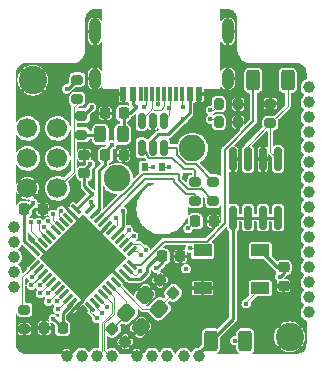
<source format=gbr>
%TF.GenerationSoftware,KiCad,Pcbnew,6.0.0*%
%TF.CreationDate,2022-01-08T01:14:50+01:00*%
%TF.ProjectId,micro,6d696372-6f2e-46b6-9963-61645f706362,rev1.0*%
%TF.SameCoordinates,Original*%
%TF.FileFunction,Copper,L4,Bot*%
%TF.FilePolarity,Positive*%
%FSLAX46Y46*%
G04 Gerber Fmt 4.6, Leading zero omitted, Abs format (unit mm)*
G04 Created by KiCad (PCBNEW 6.0.0) date 2022-01-08 01:14:50*
%MOMM*%
%LPD*%
G01*
G04 APERTURE LIST*
G04 Aperture macros list*
%AMRoundRect*
0 Rectangle with rounded corners*
0 $1 Rounding radius*
0 $2 $3 $4 $5 $6 $7 $8 $9 X,Y pos of 4 corners*
0 Add a 4 corners polygon primitive as box body*
4,1,4,$2,$3,$4,$5,$6,$7,$8,$9,$2,$3,0*
0 Add four circle primitives for the rounded corners*
1,1,$1+$1,$2,$3*
1,1,$1+$1,$4,$5*
1,1,$1+$1,$6,$7*
1,1,$1+$1,$8,$9*
0 Add four rect primitives between the rounded corners*
20,1,$1+$1,$2,$3,$4,$5,0*
20,1,$1+$1,$4,$5,$6,$7,0*
20,1,$1+$1,$6,$7,$8,$9,0*
20,1,$1+$1,$8,$9,$2,$3,0*%
%AMRotRect*
0 Rectangle, with rotation*
0 The origin of the aperture is its center*
0 $1 length*
0 $2 width*
0 $3 Rotation angle, in degrees counterclockwise*
0 Add horizontal line*
21,1,$1,$2,0,0,$3*%
G04 Aperture macros list end*
%TA.AperFunction,ConnectorPad*%
%ADD10C,2.400000*%
%TD*%
%TA.AperFunction,ComponentPad*%
%ADD11C,2.350000*%
%TD*%
%TA.AperFunction,ComponentPad*%
%ADD12C,1.000000*%
%TD*%
%TA.AperFunction,ComponentPad*%
%ADD13C,2.250000*%
%TD*%
%TA.AperFunction,SMDPad,CuDef*%
%ADD14R,1.500000X1.000000*%
%TD*%
%TA.AperFunction,SMDPad,CuDef*%
%ADD15RoundRect,0.200000X-0.275000X0.200000X-0.275000X-0.200000X0.275000X-0.200000X0.275000X0.200000X0*%
%TD*%
%TA.AperFunction,SMDPad,CuDef*%
%ADD16RoundRect,0.225000X-0.225000X-0.250000X0.225000X-0.250000X0.225000X0.250000X-0.225000X0.250000X0*%
%TD*%
%TA.AperFunction,SMDPad,CuDef*%
%ADD17RoundRect,0.200000X0.275000X-0.200000X0.275000X0.200000X-0.275000X0.200000X-0.275000X-0.200000X0*%
%TD*%
%TA.AperFunction,SMDPad,CuDef*%
%ADD18RoundRect,0.225000X0.335876X0.017678X0.017678X0.335876X-0.335876X-0.017678X-0.017678X-0.335876X0*%
%TD*%
%TA.AperFunction,SMDPad,CuDef*%
%ADD19RoundRect,0.225000X0.225000X0.250000X-0.225000X0.250000X-0.225000X-0.250000X0.225000X-0.250000X0*%
%TD*%
%TA.AperFunction,SMDPad,CuDef*%
%ADD20RoundRect,0.225000X0.250000X-0.225000X0.250000X0.225000X-0.250000X0.225000X-0.250000X-0.225000X0*%
%TD*%
%TA.AperFunction,SMDPad,CuDef*%
%ADD21R,0.600000X0.700000*%
%TD*%
%TA.AperFunction,SMDPad,CuDef*%
%ADD22RoundRect,0.170000X0.330000X-0.255000X0.330000X0.255000X-0.330000X0.255000X-0.330000X-0.255000X0*%
%TD*%
%TA.AperFunction,SMDPad,CuDef*%
%ADD23RoundRect,0.300000X-0.070711X-0.494975X0.494975X0.070711X0.070711X0.494975X-0.494975X-0.070711X0*%
%TD*%
%TA.AperFunction,SMDPad,CuDef*%
%ADD24RoundRect,0.200000X0.200000X0.275000X-0.200000X0.275000X-0.200000X-0.275000X0.200000X-0.275000X0*%
%TD*%
%TA.AperFunction,ComponentPad*%
%ADD25C,1.700000*%
%TD*%
%TA.AperFunction,SMDPad,CuDef*%
%ADD26RoundRect,0.200000X-0.200000X-0.275000X0.200000X-0.275000X0.200000X0.275000X-0.200000X0.275000X0*%
%TD*%
%TA.AperFunction,SMDPad,CuDef*%
%ADD27RoundRect,0.062500X0.291682X0.380070X-0.380070X-0.291682X-0.291682X-0.380070X0.380070X0.291682X0*%
%TD*%
%TA.AperFunction,SMDPad,CuDef*%
%ADD28RoundRect,0.062500X-0.291682X0.380070X-0.380070X0.291682X0.291682X-0.380070X0.380070X-0.291682X0*%
%TD*%
%TA.AperFunction,ComponentPad*%
%ADD29C,0.500000*%
%TD*%
%TA.AperFunction,SMDPad,CuDef*%
%ADD30RotRect,5.200000X5.200000X225.000000*%
%TD*%
%TA.AperFunction,SMDPad,CuDef*%
%ADD31RoundRect,0.243750X0.243750X0.456250X-0.243750X0.456250X-0.243750X-0.456250X0.243750X-0.456250X0*%
%TD*%
%TA.AperFunction,SMDPad,CuDef*%
%ADD32RoundRect,0.225000X-0.335876X-0.017678X-0.017678X-0.335876X0.335876X0.017678X0.017678X0.335876X0*%
%TD*%
%TA.AperFunction,SMDPad,CuDef*%
%ADD33RoundRect,0.250000X-0.312500X-0.625000X0.312500X-0.625000X0.312500X0.625000X-0.312500X0.625000X0*%
%TD*%
%TA.AperFunction,SMDPad,CuDef*%
%ADD34RoundRect,0.150000X-0.150000X0.512500X-0.150000X-0.512500X0.150000X-0.512500X0.150000X0.512500X0*%
%TD*%
%TA.AperFunction,SMDPad,CuDef*%
%ADD35RoundRect,0.150000X-0.150000X0.825000X-0.150000X-0.825000X0.150000X-0.825000X0.150000X0.825000X0*%
%TD*%
%TA.AperFunction,SMDPad,CuDef*%
%ADD36RoundRect,0.250000X0.312500X0.625000X-0.312500X0.625000X-0.312500X-0.625000X0.312500X-0.625000X0*%
%TD*%
%TA.AperFunction,SMDPad,CuDef*%
%ADD37RoundRect,0.225000X-0.250000X0.225000X-0.250000X-0.225000X0.250000X-0.225000X0.250000X0.225000X0*%
%TD*%
%TA.AperFunction,SMDPad,CuDef*%
%ADD38R,0.600000X1.150000*%
%TD*%
%TA.AperFunction,SMDPad,CuDef*%
%ADD39R,0.300000X1.150000*%
%TD*%
%TA.AperFunction,ComponentPad*%
%ADD40O,1.000000X2.200000*%
%TD*%
%TA.AperFunction,ComponentPad*%
%ADD41O,1.000000X1.800000*%
%TD*%
%TA.AperFunction,ViaPad*%
%ADD42C,0.400000*%
%TD*%
%TA.AperFunction,Conductor*%
%ADD43C,0.250000*%
%TD*%
%TA.AperFunction,Conductor*%
%ADD44C,0.100000*%
%TD*%
%TA.AperFunction,Conductor*%
%ADD45C,0.200000*%
%TD*%
G04 APERTURE END LIST*
D10*
%TO.P,H2,1,1*%
%TO.N,GND*%
X162161000Y-110028000D03*
D11*
X162161000Y-110028000D03*
%TD*%
D12*
%TO.P,J3,1,Pin_1*%
%TO.N,BLD*%
X154455000Y-111660000D03*
%TO.P,J3,2,Pin_2*%
%TO.N,VCC*%
X153185000Y-111660000D03*
%TD*%
D11*
%TO.P,H1,1,1*%
%TO.N,GND*%
X140425000Y-88293000D03*
D10*
X140425000Y-88293000D03*
%TD*%
D13*
%TO.P,MX1,1,COL*%
%TO.N,COL0*%
X147580000Y-96620000D03*
%TO.P,MX1,2,ROW*%
%TO.N,Net-(D1-Pad2)*%
X153930000Y-94080000D03*
%TD*%
D14*
%TO.P,D2,1,VDD*%
%TO.N,VCC*%
X159686579Y-102709000D03*
%TO.P,D2,2,DOUT*%
%TO.N,RGBO*%
X159686579Y-105909000D03*
%TO.P,D2,3,VSS*%
%TO.N,GND*%
X154786579Y-105909000D03*
%TO.P,D2,4,DIN*%
%TO.N,RGB*%
X154786579Y-102709000D03*
%TD*%
D15*
%TO.P,R6,1*%
%TO.N,VCC*%
X144192579Y-88244000D03*
%TO.P,R6,2*%
%TO.N,RST*%
X144192579Y-89894000D03*
%TD*%
D12*
%TO.P,J5,1,Pin_1*%
%TO.N,SDA*%
X147090000Y-111670000D03*
%TO.P,J5,2,Pin_2*%
%TO.N,SCK*%
X145820000Y-111670000D03*
%TO.P,J5,3,Pin_3*%
%TO.N,VCC*%
X144550000Y-111670000D03*
%TO.P,J5,4,Pin_4*%
%TO.N,GND*%
X143280000Y-111670000D03*
%TD*%
D15*
%TO.P,R5,1*%
%TO.N,Net-(R5-Pad1)*%
X139712579Y-107724000D03*
%TO.P,R5,2*%
%TO.N,GND*%
X139712579Y-109374000D03*
%TD*%
D16*
%TO.P,C4,1*%
%TO.N,VCC*%
X151365000Y-103220000D03*
%TO.P,C4,2*%
%TO.N,GND*%
X152915000Y-103220000D03*
%TD*%
%TO.P,C9,1*%
%TO.N,Net-(C9-Pad1)*%
X154175579Y-100245000D03*
%TO.P,C9,2*%
%TO.N,GND*%
X155725579Y-100245000D03*
%TD*%
D17*
%TO.P,R8,1*%
%TO.N,Net-(Q1-Pad2)*%
X160538579Y-91926000D03*
%TO.P,R8,2*%
%TO.N,GND*%
X160538579Y-90276000D03*
%TD*%
D18*
%TO.P,C8,1*%
%TO.N,GND*%
X148248008Y-110438008D03*
%TO.P,C8,2*%
%TO.N,Net-(C8-Pad2)*%
X147151992Y-109341992D03*
%TD*%
D19*
%TO.P,C1,1*%
%TO.N,Net-(C1-Pad1)*%
X148105579Y-91101000D03*
%TO.P,C1,2*%
%TO.N,GND*%
X146555579Y-91101000D03*
%TD*%
D12*
%TO.P,J4,1,Pin_1*%
%TO.N,GND*%
X149230000Y-111660000D03*
%TO.P,J4,2,Pin_2*%
%TO.N,RGBO*%
X150500000Y-111660000D03*
%TO.P,J4,3,Pin_3*%
%TO.N,VCC*%
X151770000Y-111660000D03*
%TD*%
D20*
%TO.P,C6,1*%
%TO.N,VCC*%
X144790579Y-96194000D03*
%TO.P,C6,2*%
%TO.N,GND*%
X144790579Y-94644000D03*
%TD*%
D15*
%TO.P,R4,1*%
%TO.N,/D+*%
X155712579Y-96880000D03*
%TO.P,R4,2*%
%TO.N,/D1-*%
X155712579Y-98530000D03*
%TD*%
D21*
%TO.P,D1,1,K*%
%TO.N,ROW0*%
X149932579Y-95673000D03*
%TO.P,D1,2,A*%
%TO.N,Net-(D1-Pad2)*%
X151332579Y-95673000D03*
%TD*%
D22*
%TO.P,FB1,1*%
%TO.N,Net-(F1-Pad2)*%
X144536579Y-92917000D03*
%TO.P,FB1,2*%
%TO.N,VCC*%
X144536579Y-91317000D03*
%TD*%
D23*
%TO.P,Y1,1,1*%
%TO.N,Net-(C8-Pad2)*%
X148339129Y-108001769D03*
%TO.P,Y1,2,2*%
%TO.N,GND*%
X149894764Y-106446134D03*
%TO.P,Y1,3,3*%
%TO.N,Net-(C7-Pad2)*%
X151096845Y-107648215D03*
%TO.P,Y1,4,4*%
%TO.N,GND*%
X149541210Y-109203850D03*
%TD*%
D24*
%TO.P,R1,1*%
%TO.N,GND*%
X157807579Y-91863000D03*
%TO.P,R1,2*%
%TO.N,Net-(J1-PadA5)*%
X156157579Y-91863000D03*
%TD*%
D25*
%TO.P,J2,1,MISO*%
%TO.N,ROW3*%
X142504579Y-92371000D03*
%TO.P,J2,2,VCC*%
%TO.N,VCC*%
X139964579Y-92371000D03*
%TO.P,J2,3,SCK*%
%TO.N,ROW1*%
X142504579Y-94911000D03*
%TO.P,J2,4,MOSI*%
%TO.N,ROW2*%
X139964579Y-94911000D03*
%TO.P,J2,5,~{RST}*%
%TO.N,RST*%
X142504579Y-97451000D03*
%TO.P,J2,6,GND*%
%TO.N,GND*%
X139964579Y-97451000D03*
%TD*%
D16*
%TO.P,C2,1*%
%TO.N,VCC*%
X139697579Y-99229000D03*
%TO.P,C2,2*%
%TO.N,GND*%
X141247579Y-99229000D03*
%TD*%
D26*
%TO.P,R2,1*%
%TO.N,Net-(J1-PadB5)*%
X156157579Y-90339000D03*
%TO.P,R2,2*%
%TO.N,GND*%
X157807579Y-90339000D03*
%TD*%
D16*
%TO.P,C5,1*%
%TO.N,VCC*%
X146555579Y-94657000D03*
%TO.P,C5,2*%
%TO.N,GND*%
X148105579Y-94657000D03*
%TD*%
D27*
%TO.P,U2,1,PE6*%
%TO.N,RGB*%
X145299039Y-99241555D03*
%TO.P,U2,2,UVcc*%
%TO.N,VCC*%
X145652592Y-99595109D03*
%TO.P,U2,3,D-*%
%TO.N,/D1-*%
X146006146Y-99948662D03*
%TO.P,U2,4,D+*%
%TO.N,/D1+*%
X146359699Y-100302215D03*
%TO.P,U2,5,UGnd*%
%TO.N,GND*%
X146713252Y-100655769D03*
%TO.P,U2,6,UCap*%
%TO.N,Net-(C9-Pad1)*%
X147066806Y-101009322D03*
%TO.P,U2,7,VBus*%
%TO.N,VCC*%
X147420359Y-101362876D03*
%TO.P,U2,8,PB0*%
%TO.N,ROW0*%
X147773913Y-101716429D03*
%TO.P,U2,9,PB1/SCK*%
%TO.N,ROW1*%
X148127466Y-102069982D03*
%TO.P,U2,10,PB2/MOSI*%
%TO.N,ROW2*%
X148481019Y-102423536D03*
%TO.P,U2,11,PB3/MISO*%
%TO.N,ROW3*%
X148834573Y-102777089D03*
D28*
%TO.P,U2,12,PB7*%
%TO.N,BL*%
X148834573Y-103961493D03*
%TO.P,U2,13,~{RESET}*%
%TO.N,RST*%
X148481019Y-104315046D03*
%TO.P,U2,14,VCC*%
%TO.N,VCC*%
X148127466Y-104668600D03*
%TO.P,U2,15,GND*%
%TO.N,GND*%
X147773913Y-105022153D03*
%TO.P,U2,16,XTAL1*%
%TO.N,Net-(C7-Pad2)*%
X147420359Y-105375706D03*
%TO.P,U2,17,XTAL2*%
%TO.N,Net-(C8-Pad2)*%
X147066806Y-105729260D03*
%TO.P,U2,18,PD0*%
%TO.N,SDA*%
X146713252Y-106082813D03*
%TO.P,U2,19,PD1*%
%TO.N,SCK*%
X146359699Y-106436367D03*
%TO.P,U2,20,PD2*%
%TO.N,ROW13*%
X146006146Y-106789920D03*
%TO.P,U2,21,PD3*%
%TO.N,ROW14*%
X145652592Y-107143473D03*
%TO.P,U2,22,PD5*%
%TO.N,ROW15*%
X145299039Y-107497027D03*
D27*
%TO.P,U2,23,GND*%
%TO.N,GND*%
X144114635Y-107497027D03*
%TO.P,U2,24,AVCC*%
%TO.N,VCC*%
X143761082Y-107143473D03*
%TO.P,U2,25,PD4*%
%TO.N,ROW12*%
X143407528Y-106789920D03*
%TO.P,U2,26,PD6*%
%TO.N,ROW11*%
X143053975Y-106436367D03*
%TO.P,U2,27,PD7*%
%TO.N,ROW10*%
X142700422Y-106082813D03*
%TO.P,U2,28,PB4*%
%TO.N,ROW9*%
X142346868Y-105729260D03*
%TO.P,U2,29,PB5*%
%TO.N,ROW8*%
X141993315Y-105375706D03*
%TO.P,U2,30,PB6*%
%TO.N,ROW7*%
X141639761Y-105022153D03*
%TO.P,U2,31,PC6*%
%TO.N,ROW6*%
X141286208Y-104668600D03*
%TO.P,U2,32,PC7*%
%TO.N,ROW5*%
X140932655Y-104315046D03*
%TO.P,U2,33,PE2/~{HWB}*%
%TO.N,Net-(R5-Pad1)*%
X140579101Y-103961493D03*
D28*
%TO.P,U2,34,VCC*%
%TO.N,VCC*%
X140579101Y-102777089D03*
%TO.P,U2,35,GND*%
%TO.N,GND*%
X140932655Y-102423536D03*
%TO.P,U2,36,PF7*%
%TO.N,COL4*%
X141286208Y-102069982D03*
%TO.P,U2,37,PF6*%
%TO.N,COL3*%
X141639761Y-101716429D03*
%TO.P,U2,38,PF5*%
%TO.N,COL2*%
X141993315Y-101362876D03*
%TO.P,U2,39,PF4*%
%TO.N,COL1*%
X142346868Y-101009322D03*
%TO.P,U2,40,PF1*%
%TO.N,COL0*%
X142700422Y-100655769D03*
%TO.P,U2,41,PF0*%
%TO.N,ROW4*%
X143053975Y-100302215D03*
%TO.P,U2,42,AREF*%
%TO.N,unconnected-(U2-Pad42)*%
X143407528Y-99948662D03*
%TO.P,U2,43,GND*%
%TO.N,GND*%
X143761082Y-99595109D03*
%TO.P,U2,44,AVCC*%
%TO.N,VCC*%
X144114635Y-99241555D03*
D29*
%TO.P,U2,45,EP*%
%TO.N,GND*%
X144706837Y-101707590D03*
D30*
X144706837Y-103369291D03*
D29*
X141383435Y-103369291D03*
X148030239Y-103369291D03*
D30*
X144706837Y-103369291D03*
D29*
X146368538Y-101707590D03*
X143045136Y-105030992D03*
X144706837Y-100045889D03*
X144706837Y-103369291D03*
X144706837Y-105030992D03*
X143045136Y-101707590D03*
X146368538Y-105030992D03*
X143045136Y-103369291D03*
X144706837Y-106692693D03*
X146368538Y-103369291D03*
%TD*%
D31*
%TO.P,F1,1*%
%TO.N,Net-(C1-Pad1)*%
X148014079Y-92879000D03*
%TO.P,F1,2*%
%TO.N,Net-(F1-Pad2)*%
X146139079Y-92879000D03*
%TD*%
D12*
%TO.P,J6,1,Pin_1*%
%TO.N,COL0*%
X138790000Y-105807000D03*
%TO.P,J6,2,Pin_2*%
%TO.N,COL1*%
X138790000Y-104537000D03*
%TO.P,J6,3,Pin_3*%
%TO.N,COL2*%
X138790000Y-103267000D03*
%TO.P,J6,4,Pin_4*%
%TO.N,COL3*%
X138790000Y-101997000D03*
%TO.P,J6,5,Pin_5*%
%TO.N,COL4*%
X138790000Y-100727000D03*
%TD*%
D19*
%TO.P,C3,1*%
%TO.N,VCC*%
X142935000Y-109290000D03*
%TO.P,C3,2*%
%TO.N,GND*%
X141385000Y-109290000D03*
%TD*%
D15*
%TO.P,R3,1*%
%TO.N,/D-*%
X154188579Y-96880000D03*
%TO.P,R3,2*%
%TO.N,/D1+*%
X154188579Y-98530000D03*
%TD*%
D32*
%TO.P,C7,1*%
%TO.N,GND*%
X151201979Y-105204976D03*
%TO.P,C7,2*%
%TO.N,Net-(C7-Pad2)*%
X152297995Y-106300992D03*
%TD*%
D33*
%TO.P,R7,1*%
%TO.N,BL*%
X159076079Y-88307000D03*
%TO.P,R7,2*%
%TO.N,Net-(Q1-Pad2)*%
X162001079Y-88307000D03*
%TD*%
D34*
%TO.P,U1,1,IO1*%
%TO.N,Net-(J1-PadA7)*%
X149632579Y-91731500D03*
%TO.P,U1,2,GND*%
%TO.N,GND*%
X150582579Y-91731500D03*
%TO.P,U1,3,IO2*%
%TO.N,Net-(J1-PadA6)*%
X151532579Y-91731500D03*
%TO.P,U1,4,IO2*%
%TO.N,/D+*%
X151532579Y-94006500D03*
%TO.P,U1,5,VBUS*%
%TO.N,Net-(C1-Pad1)*%
X150582579Y-94006500D03*
%TO.P,U1,6,IO1*%
%TO.N,/D-*%
X149632579Y-94006500D03*
%TD*%
D35*
%TO.P,Q1,1,S1*%
%TO.N,GND*%
X157363579Y-94976000D03*
%TO.P,Q1,2,G1*%
%TO.N,Net-(Q1-Pad2)*%
X158633579Y-94976000D03*
%TO.P,Q1,3,S2*%
%TO.N,GND*%
X159903579Y-94976000D03*
%TO.P,Q1,4,G2*%
%TO.N,Net-(Q1-Pad2)*%
X161173579Y-94976000D03*
%TO.P,Q1,5,D2*%
%TO.N,BLD*%
X161173579Y-99926000D03*
%TO.P,Q1,6,D2*%
X159903579Y-99926000D03*
%TO.P,Q1,7,D1*%
X158633579Y-99926000D03*
%TO.P,Q1,8,D1*%
X157363579Y-99926000D03*
%TD*%
D36*
%TO.P,R9,1*%
%TO.N,Net-(MX1-Pad4)*%
X158402500Y-110370000D03*
%TO.P,R9,2*%
%TO.N,BLD*%
X155477500Y-110370000D03*
%TD*%
D12*
%TO.P,J7,1,Pin_1*%
%TO.N,ROW0*%
X163792000Y-88894000D03*
%TO.P,J7,2,Pin_2*%
%TO.N,ROW1*%
X163792000Y-90164000D03*
%TO.P,J7,3,Pin_3*%
%TO.N,ROW2*%
X163792000Y-91434000D03*
%TO.P,J7,4,Pin_4*%
%TO.N,ROW3*%
X163792000Y-92704000D03*
%TO.P,J7,5,Pin_5*%
%TO.N,ROW4*%
X163792000Y-93974000D03*
%TO.P,J7,6,Pin_6*%
%TO.N,ROW5*%
X163792000Y-95244000D03*
%TO.P,J7,7,Pin_7*%
%TO.N,ROW6*%
X163792000Y-96514000D03*
%TO.P,J7,8,Pin_8*%
%TO.N,ROW7*%
X163792000Y-97784000D03*
%TO.P,J7,9,Pin_9*%
%TO.N,ROW8*%
X163792000Y-99054000D03*
%TO.P,J7,10,Pin_10*%
%TO.N,ROW9*%
X163792000Y-100324000D03*
%TO.P,J7,11,Pin_11*%
%TO.N,ROW10*%
X163792000Y-101594000D03*
%TO.P,J7,12,Pin_12*%
%TO.N,ROW11*%
X163792000Y-102864000D03*
%TO.P,J7,13,Pin_13*%
%TO.N,ROW12*%
X163792000Y-104134000D03*
%TO.P,J7,14,Pin_14*%
%TO.N,ROW13*%
X163792000Y-105404000D03*
%TO.P,J7,15,Pin_15*%
%TO.N,ROW14*%
X163792000Y-106674000D03*
%TO.P,J7,16,Pin_16*%
%TO.N,ROW15*%
X163792000Y-107944000D03*
%TD*%
D37*
%TO.P,C10,1*%
%TO.N,VCC*%
X161652579Y-104154000D03*
%TO.P,C10,2*%
%TO.N,GND*%
X161652579Y-105704000D03*
%TD*%
D38*
%TO.P,J1,A1,GND*%
%TO.N,GND*%
X148092579Y-89456500D03*
%TO.P,J1,A4,VBUS*%
%TO.N,Net-(C1-Pad1)*%
X148892579Y-89456500D03*
D39*
%TO.P,J1,A5,CC1*%
%TO.N,Net-(J1-PadA5)*%
X150042579Y-89456500D03*
%TO.P,J1,A6,D+*%
%TO.N,Net-(J1-PadA6)*%
X151042579Y-89456500D03*
%TO.P,J1,A7,D-*%
%TO.N,Net-(J1-PadA7)*%
X151542579Y-89456500D03*
%TO.P,J1,A8,SBU1*%
%TO.N,unconnected-(J1-PadA8)*%
X152542579Y-89456500D03*
D38*
%TO.P,J1,A9,VBUS*%
%TO.N,Net-(C1-Pad1)*%
X153692579Y-89456500D03*
%TO.P,J1,A12,GND*%
%TO.N,GND*%
X154492579Y-89456500D03*
%TO.P,J1,B1,GND*%
X154492579Y-89456500D03*
%TO.P,J1,B4,VBUS*%
%TO.N,Net-(C1-Pad1)*%
X153692579Y-89456500D03*
D39*
%TO.P,J1,B5,CC2*%
%TO.N,Net-(J1-PadB5)*%
X153042579Y-89456500D03*
%TO.P,J1,B6,D+*%
%TO.N,Net-(J1-PadA6)*%
X152042579Y-89456500D03*
%TO.P,J1,B7,D-*%
%TO.N,Net-(J1-PadA7)*%
X150542579Y-89456500D03*
%TO.P,J1,B8,SBU2*%
%TO.N,unconnected-(J1-PadB8)*%
X149542579Y-89456500D03*
D38*
%TO.P,J1,B9,VBUS*%
%TO.N,Net-(C1-Pad1)*%
X148892579Y-89456500D03*
%TO.P,J1,B12,GND*%
%TO.N,GND*%
X148092579Y-89456500D03*
D40*
%TO.P,J1,S1,SHIELD*%
X156912579Y-84156500D03*
D41*
X156912579Y-88156500D03*
D40*
X145672579Y-84156500D03*
D41*
X145672579Y-88156500D03*
%TD*%
D42*
%TO.N,Net-(C1-Pad1)*%
X153172579Y-91609000D03*
X149152579Y-90609000D03*
%TO.N,GND*%
X146490000Y-98900000D03*
X158490000Y-104080000D03*
X158372579Y-96879000D03*
X143370000Y-98860000D03*
X140790000Y-108660000D03*
X153220000Y-96590000D03*
X149680000Y-92840000D03*
X152840000Y-101290000D03*
X145360000Y-93820000D03*
X151740000Y-104360000D03*
X155822579Y-89339000D03*
X148810000Y-99640000D03*
X154040000Y-104370000D03*
X146802579Y-89589000D03*
X140280000Y-103370000D03*
X153372579Y-108789000D03*
%TO.N,VCC*%
X140472579Y-98721000D03*
X142140000Y-108490000D03*
X145442579Y-97919000D03*
X148020000Y-99380000D03*
X145298579Y-95419000D03*
X150886000Y-104238000D03*
X147110000Y-93780000D03*
X145392579Y-90599000D03*
X143270000Y-89030000D03*
X161340000Y-104930000D03*
%TO.N,Net-(C9-Pad1)*%
X147430000Y-100000000D03*
X153560000Y-100850000D03*
%TO.N,Net-(D1-Pad2)*%
X151952579Y-95669000D03*
%TO.N,RGB*%
X153730000Y-102511900D03*
X145313948Y-98642576D03*
%TO.N,RGBO*%
X158480000Y-107208060D03*
%TO.N,Net-(J1-PadA5)*%
X155458579Y-91609000D03*
X149870579Y-90593000D03*
%TO.N,Net-(J1-PadA6)*%
X151982579Y-90639000D03*
X151032579Y-90349000D03*
%TO.N,Net-(J1-PadB5)*%
X153172579Y-90593000D03*
X155458579Y-90847000D03*
%TO.N,RST*%
X149511069Y-104465955D03*
%TO.N,ROW0*%
X150632579Y-95673000D03*
X148520000Y-100940000D03*
%TO.N,ROW3*%
X149552579Y-103129000D03*
%TO.N,ROW2*%
X149962579Y-102639000D03*
%TO.N,ROW1*%
X148952579Y-101499000D03*
%TO.N,COL0*%
X142140000Y-99640000D03*
%TO.N,ROW9*%
X141712579Y-106349000D03*
%TO.N,ROW10*%
X141772579Y-106999000D03*
%TO.N,ROW12*%
X142530000Y-107670000D03*
%TO.N,ROW11*%
X142452579Y-107029000D03*
%TO.N,ROW13*%
X146670000Y-107460000D03*
%TO.N,ROW14*%
X146242579Y-107979000D03*
%TO.N,ROW4*%
X142830000Y-99340000D03*
%TO.N,ROW5*%
X140322579Y-104929000D03*
%TO.N,ROW6*%
X140292579Y-105669000D03*
%TO.N,ROW7*%
X141012579Y-105629000D03*
%TO.N,ROW8*%
X141052579Y-106349000D03*
%TO.N,COL1*%
X141730000Y-100260000D03*
%TO.N,COL2*%
X141340000Y-100710000D03*
%TO.N,COL3*%
X140900000Y-100320000D03*
%TO.N,COL4*%
X140250000Y-100340000D03*
%TO.N,ROW15*%
X145840000Y-108450000D03*
%TO.N,Net-(MX1-Pad4)*%
X153384000Y-104259000D03*
X157500000Y-110350000D03*
%TD*%
D43*
%TO.N,Net-(C1-Pad1)*%
X153692579Y-91089000D02*
X153692579Y-89456500D01*
X148105579Y-92787500D02*
X148014079Y-92879000D01*
X150582579Y-94006500D02*
X150582579Y-93344000D01*
X148105579Y-91101000D02*
X148105579Y-92787500D01*
X148892579Y-90349000D02*
X148892579Y-89456500D01*
X148105579Y-91101000D02*
X148660579Y-91101000D01*
X148660579Y-91101000D02*
X149152579Y-90609000D01*
X150582579Y-93344000D02*
X151047579Y-92879000D01*
X151902579Y-92879000D02*
X153172579Y-91609000D01*
X151047579Y-92879000D02*
X151902579Y-92879000D01*
X153172579Y-91609000D02*
X153692579Y-91089000D01*
X149152579Y-90609000D02*
X148892579Y-90349000D01*
%TO.N,GND*%
X144114635Y-107497027D02*
X144706837Y-106904825D01*
X144706837Y-100540864D02*
X144706837Y-103369291D01*
X144706837Y-102662184D02*
X144706837Y-103369291D01*
X143761082Y-99595109D02*
X144706837Y-100540864D01*
X144706837Y-106904825D02*
X144706837Y-103369291D01*
X147773913Y-105022153D02*
X146121051Y-103369291D01*
X140932655Y-102423536D02*
X141878410Y-103369291D01*
X146121051Y-103369291D02*
X144706837Y-103369291D01*
X146713252Y-100655769D02*
X144706837Y-102662184D01*
X141878410Y-103369291D02*
X144706837Y-103369291D01*
%TO.N,VCC*%
X148020000Y-99380000D02*
X148020000Y-100741579D01*
X150080000Y-104150000D02*
X151010000Y-103220000D01*
X139964579Y-99229000D02*
X139697579Y-99229000D01*
X140472579Y-98721000D02*
X139964579Y-99229000D01*
X161340000Y-104930000D02*
X161652579Y-104617421D01*
X142935000Y-109290000D02*
X142935000Y-109285000D01*
X145437190Y-97919000D02*
X144114635Y-99241555D01*
X151365000Y-103759000D02*
X151365000Y-103220000D01*
X144790579Y-95927000D02*
X145298579Y-95419000D01*
X144790579Y-96194000D02*
X144790579Y-95927000D01*
X143761082Y-107143473D02*
X143761082Y-107208918D01*
X146555579Y-94334421D02*
X147110000Y-93780000D01*
X142935000Y-109285000D02*
X142140000Y-108490000D01*
X144674579Y-91317000D02*
X145392579Y-90599000D01*
X148127466Y-104668600D02*
X148562385Y-105103519D01*
X139697579Y-101895567D02*
X139697579Y-99229000D01*
X161131579Y-104154000D02*
X161652579Y-104154000D01*
X150886000Y-104238000D02*
X151365000Y-103759000D01*
X147420359Y-101341220D02*
X147420359Y-101362876D01*
X143406579Y-89030000D02*
X144192579Y-88244000D01*
X161652579Y-104617421D02*
X161652579Y-104154000D01*
X140579101Y-102777089D02*
X139697579Y-101895567D01*
X145442579Y-97919000D02*
X145437190Y-97919000D01*
X144790579Y-96194000D02*
X144790579Y-97267000D01*
X146555579Y-95404421D02*
X146555579Y-94657000D01*
X150080000Y-104529841D02*
X150080000Y-104150000D01*
X146000000Y-99247701D02*
X146000000Y-95960000D01*
X143270000Y-89030000D02*
X143406579Y-89030000D01*
X144790579Y-97267000D02*
X145442579Y-97919000D01*
X148562385Y-105103519D02*
X149506322Y-105103519D01*
X143761082Y-107208918D02*
X142935000Y-108035000D01*
X151010000Y-103220000D02*
X151365000Y-103220000D01*
X148020000Y-100741579D02*
X147420359Y-101341220D01*
X149506322Y-105103519D02*
X150080000Y-104529841D01*
X142935000Y-108035000D02*
X142935000Y-109290000D01*
X145652592Y-99595109D02*
X146000000Y-99247701D01*
X146555579Y-94657000D02*
X146555579Y-94334421D01*
X144536579Y-91317000D02*
X144674579Y-91317000D01*
X159686579Y-102709000D02*
X161131579Y-104154000D01*
X146000000Y-95960000D02*
X146555579Y-95404421D01*
D44*
%TO.N,Net-(C7-Pad2)*%
X147420359Y-105375706D02*
X149692868Y-107648215D01*
X149692868Y-107648215D02*
X151096845Y-107648215D01*
X152297995Y-106341000D02*
X151096845Y-107542150D01*
X151096845Y-107542150D02*
X151096845Y-107648215D01*
%TO.N,Net-(C8-Pad2)*%
X147076579Y-109389000D02*
X148277729Y-108187850D01*
X147066806Y-105729260D02*
X148339129Y-107001583D01*
X148339129Y-107001583D02*
X148339129Y-108001769D01*
X148277729Y-108187850D02*
X148277729Y-108081785D01*
%TO.N,Net-(C9-Pad1)*%
X153570579Y-100850000D02*
X154175579Y-100245000D01*
X147522579Y-100589000D02*
X147102257Y-101009322D01*
X147430000Y-100000000D02*
X147522579Y-100092579D01*
X147102257Y-101009322D02*
X147066806Y-101009322D01*
X147522579Y-100092579D02*
X147522579Y-100589000D01*
X153560000Y-100850000D02*
X153570579Y-100850000D01*
%TO.N,Net-(D1-Pad2)*%
X151948579Y-95673000D02*
X151332579Y-95673000D01*
X151952579Y-95669000D02*
X151948579Y-95673000D01*
%TO.N,RGB*%
X145313948Y-98642576D02*
X145299039Y-98657485D01*
X145299039Y-98657485D02*
X145299039Y-99241555D01*
X154589479Y-102511900D02*
X154786579Y-102709000D01*
X153730000Y-102511900D02*
X154589479Y-102511900D01*
%TO.N,RGBO*%
X158480000Y-107208060D02*
X158480000Y-107115579D01*
X158480000Y-107115579D02*
X159686579Y-105909000D01*
D43*
%TO.N,Net-(F1-Pad2)*%
X146101079Y-92917000D02*
X146139079Y-92879000D01*
X144536579Y-92917000D02*
X146101079Y-92917000D01*
D44*
%TO.N,Net-(J1-PadA5)*%
X155903579Y-91609000D02*
X156157579Y-91863000D01*
X150042579Y-89456500D02*
X150042579Y-90421000D01*
X155458579Y-91609000D02*
X155903579Y-91609000D01*
X150042579Y-90421000D02*
X149870579Y-90593000D01*
%TO.N,Net-(J1-PadA6)*%
X152042579Y-90579000D02*
X152042579Y-89456500D01*
X151042579Y-90339000D02*
X151042579Y-89456500D01*
X151032579Y-90349000D02*
X151042579Y-90339000D01*
X151982579Y-91281500D02*
X151532579Y-91731500D01*
X151982579Y-90639000D02*
X151982579Y-91281500D01*
X151982579Y-90639000D02*
X152042579Y-90579000D01*
%TO.N,Net-(J1-PadA7)*%
X150663235Y-90799000D02*
X150542579Y-90678344D01*
X150542579Y-90679000D02*
X150302099Y-90919480D01*
X151542579Y-89456500D02*
X151542579Y-90519000D01*
X151262579Y-90799000D02*
X150663235Y-90799000D01*
X150542579Y-89456500D02*
X150542579Y-90678344D01*
X150302099Y-90919480D02*
X150301443Y-90919480D01*
X150542579Y-90678344D02*
X150542579Y-90679000D01*
X149632579Y-91588344D02*
X149632579Y-91731500D01*
X151542579Y-90519000D02*
X151262579Y-90799000D01*
X150301443Y-90919480D02*
X149632579Y-91588344D01*
%TO.N,Net-(J1-PadB5)*%
X155458579Y-90847000D02*
X155649579Y-90847000D01*
X153042579Y-89456500D02*
X153042579Y-90463000D01*
X153042579Y-90463000D02*
X153172579Y-90593000D01*
X155649579Y-90847000D02*
X156157579Y-90339000D01*
%TO.N,RST*%
X143887059Y-96068520D02*
X142504579Y-97451000D01*
X149148024Y-104829000D02*
X148994973Y-104829000D01*
X143887059Y-90569520D02*
X143887059Y-96068520D01*
X144377579Y-90079000D02*
X143887059Y-90569520D01*
X148994973Y-104829000D02*
X148481019Y-104315046D01*
X149511069Y-104465955D02*
X149148024Y-104829000D01*
X144137579Y-89839000D02*
X144377579Y-90079000D01*
%TO.N,Net-(Q1-Pad2)*%
X158633579Y-94976000D02*
X158633579Y-93831000D01*
X160538579Y-91926000D02*
X160538579Y-94341000D01*
X160538579Y-91926000D02*
X162001079Y-90463500D01*
X162001079Y-90463500D02*
X162001079Y-88307000D01*
X158633579Y-93831000D02*
X160538579Y-91926000D01*
X160538579Y-94341000D02*
X161173579Y-94976000D01*
D43*
%TO.N,BLD*%
X157363579Y-108483921D02*
X155477500Y-110370000D01*
X161173579Y-99926000D02*
X157363579Y-99926000D01*
X157363579Y-99926000D02*
X157363579Y-108483921D01*
X154455000Y-111392500D02*
X154455000Y-111533974D01*
X155477500Y-110370000D02*
X154455000Y-111392500D01*
D45*
%TO.N,/D-*%
X154050684Y-95854502D02*
X154188579Y-95992397D01*
X153194976Y-95854502D02*
X154050684Y-95854502D01*
X152208994Y-94868520D02*
X153194976Y-95854502D01*
X149632579Y-94006500D02*
X150082579Y-94456500D01*
X150280731Y-94868520D02*
X152208994Y-94868520D01*
X150082579Y-94670368D02*
X150280731Y-94868520D01*
X150082579Y-94456500D02*
X150082579Y-94670368D01*
X154188579Y-95992397D02*
X154188579Y-96880000D01*
%TO.N,/D+*%
X152605489Y-94006500D02*
X152605489Y-94628632D01*
X153381368Y-95404511D02*
X154237090Y-95404511D01*
X154237090Y-95404511D02*
X155712579Y-96880000D01*
X151532579Y-94006500D02*
X152605489Y-94006500D01*
X152605489Y-94628632D02*
X153381368Y-95404511D01*
D44*
%TO.N,Net-(R5-Pad1)*%
X139542579Y-104998015D02*
X139542579Y-107554000D01*
X139542579Y-107554000D02*
X139712579Y-107724000D01*
X140579101Y-103961493D02*
X139542579Y-104998015D01*
D45*
%TO.N,BL*%
X151532566Y-101970000D02*
X149541073Y-103961493D01*
X159076079Y-91787132D02*
X156690000Y-94173211D01*
X159076079Y-88307000D02*
X159076079Y-91787132D01*
X156690000Y-94173211D02*
X156690000Y-100420000D01*
X155140000Y-101970000D02*
X151532566Y-101970000D01*
X156690000Y-100420000D02*
X155140000Y-101970000D01*
X149541073Y-103961493D02*
X148834573Y-103961493D01*
D44*
%TO.N,SDA*%
X146436596Y-108897147D02*
X146436596Y-111156596D01*
X146713252Y-106082813D02*
X147282099Y-106651660D01*
X147282099Y-108051644D02*
X146436596Y-108897147D01*
X146436596Y-111156596D02*
X146888977Y-111608977D01*
X146888977Y-111608977D02*
X147090000Y-111608977D01*
X147282099Y-106651660D02*
X147282099Y-108051644D01*
D45*
%TO.N,/D1+*%
X146359699Y-100266861D02*
X149936560Y-96690000D01*
X154188579Y-97929511D02*
X154188579Y-98530000D01*
X153358132Y-97929511D02*
X154188579Y-97929511D01*
X152370498Y-96941877D02*
X153358132Y-97929511D01*
X146359699Y-100302215D02*
X146359699Y-100266861D01*
X149936560Y-96690000D02*
X152370498Y-96690000D01*
X152370498Y-96690000D02*
X152370498Y-96941877D01*
%TO.N,/D1-*%
X148904511Y-97085651D02*
X149750162Y-96240000D01*
X152820489Y-96755484D02*
X153544525Y-97479520D01*
X148904511Y-97168632D02*
X148904511Y-97085651D01*
X154649118Y-97466539D02*
X155712579Y-98530000D01*
X146041500Y-99948662D02*
X148045651Y-97944511D01*
X146006146Y-99948662D02*
X146041500Y-99948662D01*
X148045651Y-97944511D02*
X148128632Y-97944511D01*
X153544525Y-97479520D02*
X154636137Y-97479520D01*
X154636137Y-97479520D02*
X154649118Y-97466539D01*
X152830467Y-96240000D02*
X152820489Y-96249978D01*
X148128632Y-97944511D02*
X148904511Y-97168632D01*
X149750162Y-96240000D02*
X152830467Y-96240000D01*
X152820489Y-96249978D02*
X152820489Y-96755484D01*
D44*
%TO.N,ROW0*%
X148520000Y-100970342D02*
X147773913Y-101716429D01*
X148520000Y-100940000D02*
X148520000Y-100970342D01*
X149932579Y-95673000D02*
X150632579Y-95673000D01*
%TO.N,ROW3*%
X149552579Y-103129000D02*
X149200668Y-102777089D01*
X149200668Y-102777089D02*
X148834573Y-102777089D01*
%TO.N,ROW2*%
X149503578Y-102179999D02*
X148724556Y-102179999D01*
X148724556Y-102179999D02*
X148481019Y-102423536D01*
X149962579Y-102639000D02*
X149503578Y-102179999D01*
%TO.N,ROW1*%
X148952579Y-101499000D02*
X148698448Y-101499000D01*
X148698448Y-101499000D02*
X148127466Y-102069982D01*
%TO.N,COL0*%
X142140000Y-100095347D02*
X142700422Y-100655769D01*
X142140000Y-99640000D02*
X142140000Y-100095347D01*
%TO.N,SCK*%
X146237076Y-108814504D02*
X146237076Y-111191902D01*
X146237076Y-111191902D02*
X145820000Y-111608978D01*
X146359699Y-106436367D02*
X147082579Y-107159247D01*
X147082579Y-107969000D02*
X146237076Y-108814504D01*
X147082579Y-107159247D02*
X147082579Y-107969000D01*
%TO.N,ROW9*%
X141712579Y-106349000D02*
X142332319Y-105729260D01*
X142332319Y-105729260D02*
X142346868Y-105729260D01*
%TO.N,ROW10*%
X141772579Y-106999000D02*
X142688766Y-106082813D01*
X142688766Y-106082813D02*
X142700422Y-106082813D01*
%TO.N,ROW12*%
X142530000Y-107670000D02*
X142530000Y-107667448D01*
X142530000Y-107667448D02*
X143407528Y-106789920D01*
%TO.N,ROW11*%
X143045212Y-106436367D02*
X143053975Y-106436367D01*
X142452579Y-107029000D02*
X143045212Y-106436367D01*
%TO.N,ROW13*%
X146262099Y-107045873D02*
X146006146Y-106789920D01*
X146670000Y-107460000D02*
X146262099Y-107052099D01*
X146262099Y-107052099D02*
X146262099Y-107045873D01*
%TO.N,ROW14*%
X146242579Y-107979000D02*
X145652592Y-107389013D01*
X145652592Y-107389013D02*
X145652592Y-107143473D01*
%TO.N,ROW4*%
X143053975Y-100250396D02*
X143053975Y-100302215D01*
X142830000Y-99340000D02*
X142592579Y-99577421D01*
X142592579Y-99789000D02*
X143053975Y-100250396D01*
X142592579Y-99577421D02*
X142592579Y-99789000D01*
%TO.N,ROW5*%
X140322579Y-104929000D02*
X140322579Y-104925122D01*
X140322579Y-104925122D02*
X140932655Y-104315046D01*
%TO.N,ROW6*%
X140292579Y-105662229D02*
X141286208Y-104668600D01*
X140292579Y-105669000D02*
X140292579Y-105662229D01*
%TO.N,ROW7*%
X141012579Y-105629000D02*
X141619426Y-105022153D01*
X141619426Y-105022153D02*
X141639761Y-105022153D01*
%TO.N,ROW8*%
X141052579Y-106316442D02*
X141993315Y-105375706D01*
X141052579Y-106349000D02*
X141052579Y-106316442D01*
%TO.N,COL1*%
X142346868Y-100876868D02*
X142346868Y-101009322D01*
X141730000Y-100260000D02*
X142346868Y-100876868D01*
%TO.N,COL2*%
X141340439Y-100710000D02*
X141993315Y-101362876D01*
X141340000Y-100710000D02*
X141340439Y-100710000D01*
%TO.N,COL3*%
X140900000Y-100320000D02*
X140900000Y-100976668D01*
X140900000Y-100976668D02*
X141639761Y-101716429D01*
%TO.N,COL4*%
X140250000Y-100340000D02*
X140250000Y-101033774D01*
X140250000Y-101033774D02*
X141286208Y-102069982D01*
%TO.N,ROW15*%
X145299039Y-107909039D02*
X145299039Y-107497027D01*
X145840000Y-108450000D02*
X145299039Y-107909039D01*
%TO.N,Net-(MX1-Pad4)*%
X157500000Y-110350000D02*
X157520000Y-110370000D01*
X157520000Y-110370000D02*
X158402500Y-110370000D01*
%TD*%
%TA.AperFunction,Conductor*%
%TO.N,GND*%
G36*
X139926530Y-105037620D02*
G01*
X139936799Y-105054373D01*
X139936933Y-105054304D01*
X139937443Y-105055304D01*
X139938684Y-105057740D01*
X139938684Y-105057741D01*
X139991459Y-105161316D01*
X139994529Y-105167342D01*
X140082002Y-105254815D01*
X140096354Y-105289463D01*
X140082002Y-105324111D01*
X140069600Y-105333122D01*
X140054237Y-105340950D01*
X139964529Y-105430658D01*
X139962780Y-105434091D01*
X139962779Y-105434092D01*
X139942676Y-105473547D01*
X139906933Y-105543696D01*
X139906330Y-105547501D01*
X139906330Y-105547502D01*
X139890476Y-105647602D01*
X139878570Y-105667032D01*
X139890476Y-105690398D01*
X139904870Y-105781276D01*
X139906933Y-105794304D01*
X139929299Y-105838200D01*
X139953758Y-105886202D01*
X139964529Y-105907342D01*
X140054237Y-105997050D01*
X140057670Y-105998799D01*
X140057671Y-105998800D01*
X140101143Y-106020950D01*
X140167275Y-106054646D01*
X140171080Y-106055249D01*
X140171081Y-106055249D01*
X140288772Y-106073889D01*
X140292579Y-106074492D01*
X140296386Y-106073889D01*
X140414077Y-106055249D01*
X140414078Y-106055249D01*
X140417883Y-106054646D01*
X140484015Y-106020950D01*
X140527487Y-105998800D01*
X140527488Y-105998799D01*
X140530921Y-105997050D01*
X140620629Y-105907342D01*
X140625083Y-105898601D01*
X140653602Y-105874247D01*
X140690990Y-105877192D01*
X140703389Y-105886202D01*
X140774237Y-105957050D01*
X140777670Y-105958799D01*
X140782978Y-105961504D01*
X140807332Y-105990023D01*
X140804387Y-106027411D01*
X140795377Y-106039810D01*
X140724529Y-106110658D01*
X140722780Y-106114091D01*
X140722779Y-106114092D01*
X140698313Y-106162110D01*
X140666933Y-106223696D01*
X140666330Y-106227501D01*
X140666330Y-106227502D01*
X140650638Y-106326582D01*
X140647087Y-106349000D01*
X140647690Y-106352807D01*
X140661380Y-106439241D01*
X140666933Y-106474304D01*
X140679268Y-106498513D01*
X140710150Y-106559121D01*
X140724529Y-106587342D01*
X140814237Y-106677050D01*
X140817670Y-106678799D01*
X140817671Y-106678800D01*
X140867129Y-106704000D01*
X140927275Y-106734646D01*
X140931080Y-106735249D01*
X140931081Y-106735249D01*
X141048772Y-106753889D01*
X141052579Y-106754492D01*
X141056386Y-106753889D01*
X141174077Y-106735249D01*
X141174078Y-106735249D01*
X141177883Y-106734646D01*
X141238029Y-106704000D01*
X141287487Y-106678800D01*
X141287488Y-106678799D01*
X141290921Y-106677050D01*
X141347931Y-106620040D01*
X141382579Y-106605688D01*
X141417227Y-106620040D01*
X141466539Y-106669352D01*
X141480891Y-106704000D01*
X141466539Y-106738648D01*
X141444529Y-106760658D01*
X141442780Y-106764091D01*
X141442779Y-106764092D01*
X141415731Y-106817177D01*
X141386933Y-106873696D01*
X141386330Y-106877501D01*
X141386330Y-106877502D01*
X141371725Y-106969718D01*
X141367087Y-106999000D01*
X141367690Y-107002807D01*
X141386282Y-107120191D01*
X141386933Y-107124304D01*
X141444529Y-107237342D01*
X141534237Y-107327050D01*
X141537670Y-107328799D01*
X141537671Y-107328800D01*
X141548968Y-107334556D01*
X141647275Y-107384646D01*
X141651080Y-107385249D01*
X141651081Y-107385249D01*
X141768772Y-107403889D01*
X141772579Y-107404492D01*
X141776386Y-107403889D01*
X141894077Y-107385249D01*
X141894078Y-107385249D01*
X141897883Y-107384646D01*
X141996190Y-107334556D01*
X142007487Y-107328800D01*
X142007488Y-107328799D01*
X142010921Y-107327050D01*
X142062931Y-107275040D01*
X142097579Y-107260688D01*
X142132227Y-107275040D01*
X142210750Y-107353563D01*
X142225102Y-107388211D01*
X142210749Y-107422859D01*
X142201950Y-107431658D01*
X142200201Y-107435091D01*
X142200200Y-107435092D01*
X142182470Y-107469890D01*
X142144354Y-107544696D01*
X142143751Y-107548501D01*
X142143751Y-107548502D01*
X142141796Y-107560844D01*
X142124508Y-107670000D01*
X142125111Y-107673807D01*
X142142875Y-107785963D01*
X142144354Y-107795304D01*
X142150770Y-107807896D01*
X142199893Y-107904304D01*
X142201950Y-107908342D01*
X142291658Y-107998050D01*
X142295091Y-107999799D01*
X142295092Y-107999800D01*
X142316665Y-108010792D01*
X142404696Y-108055646D01*
X142408501Y-108056249D01*
X142408502Y-108056249D01*
X142507163Y-108071875D01*
X142514115Y-108072976D01*
X142526193Y-108074889D01*
X142530000Y-108075492D01*
X142552836Y-108071875D01*
X142589301Y-108080630D01*
X142608897Y-108112606D01*
X142609500Y-108120272D01*
X142609500Y-108325169D01*
X142595148Y-108359817D01*
X142560500Y-108374169D01*
X142525852Y-108359817D01*
X142516841Y-108347415D01*
X142469800Y-108255092D01*
X142469799Y-108255091D01*
X142468050Y-108251658D01*
X142378342Y-108161950D01*
X142374909Y-108160201D01*
X142374908Y-108160200D01*
X142309031Y-108126634D01*
X142265304Y-108104354D01*
X142261499Y-108103751D01*
X142261498Y-108103751D01*
X142143807Y-108085111D01*
X142140000Y-108084508D01*
X142136193Y-108085111D01*
X142018502Y-108103751D01*
X142018501Y-108103751D01*
X142014696Y-108104354D01*
X141970969Y-108126634D01*
X141905092Y-108160200D01*
X141905091Y-108160201D01*
X141901658Y-108161950D01*
X141811950Y-108251658D01*
X141810201Y-108255091D01*
X141810200Y-108255092D01*
X141795498Y-108283947D01*
X141754354Y-108364696D01*
X141753751Y-108368501D01*
X141753751Y-108368502D01*
X141747848Y-108405773D01*
X141734508Y-108490000D01*
X141735111Y-108493807D01*
X141752826Y-108605654D01*
X141754354Y-108615304D01*
X141775714Y-108657224D01*
X141778909Y-108663495D01*
X141781852Y-108700882D01*
X141757496Y-108729400D01*
X141720109Y-108732343D01*
X141714543Y-108730151D01*
X141698809Y-108722815D01*
X141691698Y-108720742D01*
X141649670Y-108715209D01*
X141646485Y-108715000D01*
X141544747Y-108715000D01*
X141537855Y-108717855D01*
X141535000Y-108724747D01*
X141535000Y-109130253D01*
X141537855Y-109137145D01*
X141544747Y-109140000D01*
X141925252Y-109140000D01*
X141932144Y-109137145D01*
X141934999Y-109130253D01*
X141934999Y-109003517D01*
X141934790Y-109000329D01*
X141929258Y-108958301D01*
X141927185Y-108951190D01*
X141913850Y-108922592D01*
X141912214Y-108885125D01*
X141937551Y-108857475D01*
X141975018Y-108855839D01*
X141980504Y-108858225D01*
X142011259Y-108873895D01*
X142014696Y-108875646D01*
X142018501Y-108876249D01*
X142018502Y-108876249D01*
X142029489Y-108877989D01*
X142059123Y-108882683D01*
X142086105Y-108896431D01*
X142270148Y-109080474D01*
X142284500Y-109115122D01*
X142284500Y-109573488D01*
X142288691Y-109599949D01*
X142298144Y-109659631D01*
X142300281Y-109673126D01*
X142361472Y-109793220D01*
X142456780Y-109888528D01*
X142460213Y-109890277D01*
X142460214Y-109890278D01*
X142497412Y-109909231D01*
X142576874Y-109949719D01*
X142580679Y-109950322D01*
X142580680Y-109950322D01*
X142611859Y-109955260D01*
X142676512Y-109965500D01*
X143193488Y-109965500D01*
X143258141Y-109955260D01*
X143289320Y-109950322D01*
X143289321Y-109950322D01*
X143293126Y-109949719D01*
X143372588Y-109909231D01*
X143409786Y-109890278D01*
X143409787Y-109890277D01*
X143413220Y-109888528D01*
X143508528Y-109793220D01*
X143569719Y-109673126D01*
X143571857Y-109659631D01*
X143581309Y-109599949D01*
X143585500Y-109573488D01*
X143585500Y-109006512D01*
X143572650Y-108925377D01*
X143570322Y-108910680D01*
X143570322Y-108910679D01*
X143569719Y-108906874D01*
X143533734Y-108836249D01*
X143510278Y-108790214D01*
X143510277Y-108790213D01*
X143508528Y-108786780D01*
X143413220Y-108691472D01*
X143409787Y-108689723D01*
X143409786Y-108689722D01*
X143296564Y-108632033D01*
X143296565Y-108632033D01*
X143293177Y-108630307D01*
X143293176Y-108630306D01*
X143293126Y-108630281D01*
X143293132Y-108630269D01*
X143265840Y-108606959D01*
X143260500Y-108584714D01*
X143260500Y-108190122D01*
X143274852Y-108155474D01*
X143400669Y-108029657D01*
X143762820Y-108029657D01*
X143763244Y-108030682D01*
X143764275Y-108031109D01*
X143818222Y-108041839D01*
X143827684Y-108041839D01*
X143881626Y-108031110D01*
X143890371Y-108027488D01*
X143924538Y-108004657D01*
X143928243Y-108001617D01*
X144178452Y-107751407D01*
X144181307Y-107744514D01*
X144178452Y-107737621D01*
X144121528Y-107680697D01*
X144114635Y-107677842D01*
X144107742Y-107680697D01*
X143765675Y-108022764D01*
X143762820Y-108029657D01*
X143400669Y-108029657D01*
X143570544Y-107859783D01*
X143578207Y-107855689D01*
X143583710Y-107851175D01*
X144008017Y-107426868D01*
X144010946Y-107424184D01*
X144010994Y-107424127D01*
X144014276Y-107421373D01*
X144014276Y-107421372D01*
X144014377Y-107421493D01*
X144016265Y-107420510D01*
X144015320Y-107419565D01*
X144079987Y-107354898D01*
X144114635Y-107340546D01*
X144149283Y-107354898D01*
X144355229Y-107560844D01*
X144362122Y-107563699D01*
X144369015Y-107560844D01*
X144609250Y-107320609D01*
X144643898Y-107306257D01*
X144678546Y-107320609D01*
X144684640Y-107328033D01*
X144714685Y-107373000D01*
X144879546Y-107537860D01*
X145034187Y-107692501D01*
X145048539Y-107727149D01*
X145048539Y-107879542D01*
X145047597Y-107889099D01*
X145043631Y-107909039D01*
X145044573Y-107913775D01*
X145061685Y-107999800D01*
X145063073Y-108006780D01*
X145076212Y-108026443D01*
X145118438Y-108089640D01*
X145122449Y-108092320D01*
X145135347Y-108100938D01*
X145142772Y-108107032D01*
X145423858Y-108388118D01*
X145438210Y-108422766D01*
X145437607Y-108430430D01*
X145435111Y-108446191D01*
X145434508Y-108450000D01*
X145435111Y-108453807D01*
X145453585Y-108570446D01*
X145454354Y-108575304D01*
X145466267Y-108598684D01*
X145496095Y-108657224D01*
X145511950Y-108688342D01*
X145601658Y-108778050D01*
X145605091Y-108779799D01*
X145605092Y-108779800D01*
X145625531Y-108790214D01*
X145714696Y-108835646D01*
X145718501Y-108836249D01*
X145718502Y-108836249D01*
X145836193Y-108854889D01*
X145840000Y-108855492D01*
X145843807Y-108854889D01*
X145929911Y-108841252D01*
X145966378Y-108850007D01*
X145985973Y-108881984D01*
X145986576Y-108889649D01*
X145986576Y-110926715D01*
X145972224Y-110961363D01*
X145937576Y-110975715D01*
X145925641Y-110974239D01*
X145914541Y-110971451D01*
X145911304Y-110970638D01*
X145911303Y-110970638D01*
X145908441Y-110969919D01*
X145822311Y-110969468D01*
X145741848Y-110969046D01*
X145741844Y-110969046D01*
X145738895Y-110969031D01*
X145736026Y-110969720D01*
X145736024Y-110969720D01*
X145653450Y-110989545D01*
X145574032Y-111008612D01*
X145566298Y-111012604D01*
X145429544Y-111083188D01*
X145423369Y-111086375D01*
X145295604Y-111197831D01*
X145293906Y-111200246D01*
X145293905Y-111200248D01*
X145224871Y-111298474D01*
X145193207Y-111318569D01*
X145156607Y-111310388D01*
X145144402Y-111298055D01*
X145079312Y-111203349D01*
X145077107Y-111201384D01*
X145077104Y-111201381D01*
X144954930Y-111092528D01*
X144954929Y-111092527D01*
X144952721Y-111090560D01*
X144802881Y-111011224D01*
X144800023Y-111010506D01*
X144800020Y-111010505D01*
X144716574Y-110989545D01*
X144638441Y-110969919D01*
X144552311Y-110969468D01*
X144471848Y-110969046D01*
X144471844Y-110969046D01*
X144468895Y-110969031D01*
X144466026Y-110969720D01*
X144466024Y-110969720D01*
X144383450Y-110989545D01*
X144304032Y-111008612D01*
X144296298Y-111012604D01*
X144159544Y-111083188D01*
X144153369Y-111086375D01*
X144025604Y-111197831D01*
X144023906Y-111200246D01*
X144023905Y-111200248D01*
X143985551Y-111254821D01*
X143928113Y-111336547D01*
X143909959Y-111383109D01*
X143906060Y-111393109D01*
X143880102Y-111420177D01*
X143842607Y-111420962D01*
X143815137Y-111394060D01*
X143805330Y-111370383D01*
X143804543Y-111369019D01*
X143799501Y-111366108D01*
X143794752Y-111367380D01*
X143717489Y-111444643D01*
X143682841Y-111458995D01*
X143397169Y-111458995D01*
X143362521Y-111444643D01*
X143348169Y-111409995D01*
X143362521Y-111375347D01*
X143581002Y-111156866D01*
X143583857Y-111149973D01*
X143582303Y-111146221D01*
X143579617Y-111144670D01*
X143439600Y-111086674D01*
X143433447Y-111085025D01*
X143283183Y-111065242D01*
X143276817Y-111065242D01*
X143126553Y-111085025D01*
X143120400Y-111086674D01*
X142980382Y-111144671D01*
X142979019Y-111145458D01*
X142976108Y-111150499D01*
X142977380Y-111155248D01*
X143197479Y-111375347D01*
X143211831Y-111409995D01*
X143197479Y-111444643D01*
X143162831Y-111458995D01*
X142877159Y-111458995D01*
X142842511Y-111444643D01*
X142766866Y-111368998D01*
X142759973Y-111366143D01*
X142756221Y-111367697D01*
X142754671Y-111370380D01*
X142730495Y-111428747D01*
X142703976Y-111455265D01*
X142685225Y-111458995D01*
X139831570Y-111458996D01*
X139818287Y-111458996D01*
X139807306Y-111457750D01*
X139795736Y-111455089D01*
X139795734Y-111455089D01*
X139790359Y-111453853D01*
X139782144Y-111455712D01*
X139766526Y-111456684D01*
X139766090Y-111456641D01*
X139644255Y-111444641D01*
X139638732Y-111444097D01*
X139629311Y-111442223D01*
X139488474Y-111399500D01*
X139479599Y-111395824D01*
X139349799Y-111326444D01*
X139341813Y-111321107D01*
X139228051Y-111227744D01*
X139221258Y-111220952D01*
X139127888Y-111107180D01*
X139122552Y-111099193D01*
X139053174Y-110969396D01*
X139049498Y-110960522D01*
X139015151Y-110847294D01*
X139006776Y-110819684D01*
X139004902Y-110810264D01*
X138999078Y-110751127D01*
X138992356Y-110682876D01*
X138993367Y-110667093D01*
X138993911Y-110664729D01*
X138993911Y-110664727D01*
X138995147Y-110659352D01*
X138991212Y-110641961D01*
X138990004Y-110631148D01*
X138990004Y-109617127D01*
X139137579Y-109617127D01*
X139137750Y-109620009D01*
X139140257Y-109641078D01*
X139142184Y-109648090D01*
X139184221Y-109742730D01*
X139189260Y-109750062D01*
X139261949Y-109822623D01*
X139269292Y-109827652D01*
X139364000Y-109869522D01*
X139371029Y-109871438D01*
X139391594Y-109873836D01*
X139394423Y-109874000D01*
X139552832Y-109874000D01*
X139559724Y-109871145D01*
X139562579Y-109864253D01*
X139862579Y-109864253D01*
X139865434Y-109871145D01*
X139872326Y-109874000D01*
X140030706Y-109874000D01*
X140033588Y-109873829D01*
X140054657Y-109871322D01*
X140061669Y-109869395D01*
X140156309Y-109827358D01*
X140163641Y-109822319D01*
X140236202Y-109749630D01*
X140241231Y-109742287D01*
X140283101Y-109647579D01*
X140285017Y-109640550D01*
X140287415Y-109619985D01*
X140287579Y-109617156D01*
X140287579Y-109576483D01*
X140835001Y-109576483D01*
X140835210Y-109579671D01*
X140840742Y-109621699D01*
X140842815Y-109628810D01*
X140887857Y-109725404D01*
X140892698Y-109732318D01*
X140967682Y-109807302D01*
X140974596Y-109812143D01*
X141071188Y-109857185D01*
X141078302Y-109859258D01*
X141120330Y-109864791D01*
X141123515Y-109865000D01*
X141225253Y-109865000D01*
X141232145Y-109862145D01*
X141235000Y-109855253D01*
X141235000Y-109855252D01*
X141535000Y-109855252D01*
X141537855Y-109862144D01*
X141544747Y-109864999D01*
X141646483Y-109864999D01*
X141649671Y-109864790D01*
X141691699Y-109859258D01*
X141698810Y-109857185D01*
X141795404Y-109812143D01*
X141802318Y-109807302D01*
X141877302Y-109732318D01*
X141882143Y-109725404D01*
X141927185Y-109628812D01*
X141929258Y-109621698D01*
X141934791Y-109579670D01*
X141935000Y-109576485D01*
X141935000Y-109449747D01*
X141932145Y-109442855D01*
X141925253Y-109440000D01*
X141544747Y-109440000D01*
X141537855Y-109442855D01*
X141535000Y-109449747D01*
X141535000Y-109855252D01*
X141235000Y-109855252D01*
X141235000Y-109449747D01*
X141232145Y-109442855D01*
X141225253Y-109440000D01*
X140844748Y-109440000D01*
X140837856Y-109442855D01*
X140835001Y-109449747D01*
X140835001Y-109576483D01*
X140287579Y-109576483D01*
X140287579Y-109533747D01*
X140284724Y-109526855D01*
X140277832Y-109524000D01*
X139872326Y-109524000D01*
X139865434Y-109526855D01*
X139862579Y-109533747D01*
X139862579Y-109864253D01*
X139562579Y-109864253D01*
X139562579Y-109533747D01*
X139559724Y-109526855D01*
X139552832Y-109524000D01*
X139147326Y-109524000D01*
X139140434Y-109526855D01*
X139137579Y-109533747D01*
X139137579Y-109617127D01*
X138990004Y-109617127D01*
X138990004Y-109387851D01*
X138990004Y-109214253D01*
X139137579Y-109214253D01*
X139140434Y-109221145D01*
X139147326Y-109224000D01*
X139552832Y-109224000D01*
X139559724Y-109221145D01*
X139562579Y-109214253D01*
X139862579Y-109214253D01*
X139865434Y-109221145D01*
X139872326Y-109224000D01*
X140277832Y-109224000D01*
X140284724Y-109221145D01*
X140287579Y-109214253D01*
X140287579Y-109130873D01*
X140287542Y-109130253D01*
X140835000Y-109130253D01*
X140837855Y-109137145D01*
X140844747Y-109140000D01*
X141225253Y-109140000D01*
X141232145Y-109137145D01*
X141235000Y-109130253D01*
X141235000Y-108724748D01*
X141232145Y-108717856D01*
X141225253Y-108715001D01*
X141123517Y-108715001D01*
X141120329Y-108715210D01*
X141078301Y-108720742D01*
X141071190Y-108722815D01*
X140974596Y-108767857D01*
X140967682Y-108772698D01*
X140892698Y-108847682D01*
X140887857Y-108854596D01*
X140842815Y-108951188D01*
X140840742Y-108958302D01*
X140835209Y-109000330D01*
X140835000Y-109003515D01*
X140835000Y-109130253D01*
X140287542Y-109130253D01*
X140287408Y-109127991D01*
X140284901Y-109106922D01*
X140282974Y-109099910D01*
X140240937Y-109005270D01*
X140235898Y-108997938D01*
X140163209Y-108925377D01*
X140155866Y-108920348D01*
X140061158Y-108878478D01*
X140054129Y-108876562D01*
X140033564Y-108874164D01*
X140030735Y-108874000D01*
X139872326Y-108874000D01*
X139865434Y-108876855D01*
X139862579Y-108883747D01*
X139862579Y-109214253D01*
X139562579Y-109214253D01*
X139562579Y-108883747D01*
X139559724Y-108876855D01*
X139552832Y-108874000D01*
X139394452Y-108874000D01*
X139391570Y-108874171D01*
X139370501Y-108876678D01*
X139363489Y-108878605D01*
X139268849Y-108920642D01*
X139261517Y-108925681D01*
X139188956Y-108998370D01*
X139183927Y-109005713D01*
X139142057Y-109100421D01*
X139140141Y-109107450D01*
X139137743Y-109128015D01*
X139137579Y-109130844D01*
X139137579Y-109214253D01*
X138990004Y-109214253D01*
X138990003Y-108131859D01*
X139004355Y-108097212D01*
X139039003Y-108082860D01*
X139073651Y-108097212D01*
X139082662Y-108109614D01*
X139101026Y-108145655D01*
X139109529Y-108162342D01*
X139199237Y-108252050D01*
X139202670Y-108253799D01*
X139202671Y-108253800D01*
X139228197Y-108266806D01*
X139312275Y-108309646D01*
X139316080Y-108310249D01*
X139316081Y-108310249D01*
X139345263Y-108314871D01*
X139406060Y-108324500D01*
X139712579Y-108324500D01*
X140019097Y-108324499D01*
X140066275Y-108317027D01*
X140109077Y-108310249D01*
X140109078Y-108310249D01*
X140112883Y-108309646D01*
X140196961Y-108266806D01*
X140222487Y-108253800D01*
X140222488Y-108253799D01*
X140225921Y-108252050D01*
X140315629Y-108162342D01*
X140317380Y-108158907D01*
X140345483Y-108103751D01*
X140373225Y-108049304D01*
X140374408Y-108041839D01*
X140381343Y-107998050D01*
X140388079Y-107955519D01*
X140388078Y-107492482D01*
X140379615Y-107439044D01*
X140373828Y-107402502D01*
X140373828Y-107402501D01*
X140373225Y-107398696D01*
X140335330Y-107324324D01*
X140317379Y-107289092D01*
X140317378Y-107289091D01*
X140315629Y-107285658D01*
X140225921Y-107195950D01*
X140222488Y-107194201D01*
X140222487Y-107194200D01*
X140130666Y-107147415D01*
X140112883Y-107138354D01*
X140109078Y-107137751D01*
X140109077Y-107137751D01*
X140079895Y-107133129D01*
X140019098Y-107123500D01*
X139842079Y-107123500D01*
X139807431Y-107109148D01*
X139793079Y-107074500D01*
X139793079Y-105698063D01*
X139804661Y-105670102D01*
X139802437Y-105668739D01*
X139793079Y-105639937D01*
X139793079Y-105122071D01*
X139807431Y-105087423D01*
X139857234Y-105037620D01*
X139891882Y-105023268D01*
X139926530Y-105037620D01*
G37*
%TD.AperFunction*%
%TA.AperFunction,Conductor*%
G36*
X156849134Y-100755133D02*
G01*
X156862485Y-100784305D01*
X156863079Y-100784218D01*
X156873221Y-100853112D01*
X156874898Y-100856527D01*
X156874898Y-100856528D01*
X156889647Y-100886569D01*
X156924647Y-100957855D01*
X157007229Y-101040293D01*
X157010870Y-101042073D01*
X157014166Y-101044424D01*
X157013552Y-101045284D01*
X157035424Y-101070052D01*
X157038079Y-101085962D01*
X157038079Y-108328799D01*
X157023727Y-108363447D01*
X156055587Y-109331587D01*
X156020939Y-109345939D01*
X156003455Y-109341595D01*
X156003184Y-109342366D01*
X155878188Y-109298471D01*
X155875369Y-109297481D01*
X155872397Y-109297200D01*
X155844980Y-109294608D01*
X155844973Y-109294608D01*
X155843834Y-109294500D01*
X155111166Y-109294500D01*
X155110027Y-109294608D01*
X155110020Y-109294608D01*
X155082603Y-109297200D01*
X155079631Y-109297481D01*
X155076812Y-109298471D01*
X154955278Y-109341150D01*
X154955277Y-109341151D01*
X154951816Y-109342366D01*
X154842850Y-109422850D01*
X154762366Y-109531816D01*
X154761151Y-109535277D01*
X154761150Y-109535278D01*
X154742383Y-109588720D01*
X154717481Y-109659631D01*
X154714500Y-109691166D01*
X154714500Y-110652378D01*
X154700148Y-110687026D01*
X154442318Y-110944856D01*
X154407414Y-110959207D01*
X154373895Y-110959031D01*
X154371026Y-110959720D01*
X154371024Y-110959720D01*
X154285441Y-110980267D01*
X154209032Y-110998612D01*
X154201298Y-111002604D01*
X154079939Y-111065242D01*
X154058369Y-111076375D01*
X153930604Y-111187831D01*
X153928906Y-111190246D01*
X153928905Y-111190248D01*
X153859871Y-111288474D01*
X153828207Y-111308569D01*
X153791607Y-111300388D01*
X153779402Y-111288055D01*
X153722640Y-111205466D01*
X153715987Y-111195786D01*
X153714312Y-111193349D01*
X153712107Y-111191384D01*
X153712104Y-111191381D01*
X153589930Y-111082528D01*
X153589929Y-111082527D01*
X153587721Y-111080560D01*
X153437881Y-111001224D01*
X153435023Y-111000506D01*
X153435020Y-111000505D01*
X153355133Y-110980439D01*
X153273441Y-110959919D01*
X153187311Y-110959468D01*
X153106848Y-110959046D01*
X153106844Y-110959046D01*
X153103895Y-110959031D01*
X153101026Y-110959720D01*
X153101024Y-110959720D01*
X153015441Y-110980267D01*
X152939032Y-110998612D01*
X152931298Y-111002604D01*
X152809939Y-111065242D01*
X152788369Y-111076375D01*
X152660604Y-111187831D01*
X152658906Y-111190246D01*
X152658905Y-111190248D01*
X152644226Y-111211135D01*
X152563113Y-111326547D01*
X152562040Y-111329299D01*
X152523638Y-111427793D01*
X152497680Y-111454862D01*
X152477985Y-111458994D01*
X152476791Y-111458994D01*
X152442143Y-111444642D01*
X152430954Y-111427314D01*
X152396390Y-111335842D01*
X152396389Y-111335841D01*
X152395345Y-111333077D01*
X152307640Y-111205466D01*
X152300987Y-111195786D01*
X152299312Y-111193349D01*
X152297107Y-111191384D01*
X152297104Y-111191381D01*
X152174930Y-111082528D01*
X152174929Y-111082527D01*
X152172721Y-111080560D01*
X152022881Y-111001224D01*
X152020023Y-111000506D01*
X152020020Y-111000505D01*
X151940133Y-110980439D01*
X151858441Y-110959919D01*
X151772311Y-110959468D01*
X151691848Y-110959046D01*
X151691844Y-110959046D01*
X151688895Y-110959031D01*
X151686026Y-110959720D01*
X151686024Y-110959720D01*
X151600441Y-110980267D01*
X151524032Y-110998612D01*
X151516298Y-111002604D01*
X151394939Y-111065242D01*
X151373369Y-111076375D01*
X151245604Y-111187831D01*
X151243906Y-111190246D01*
X151243905Y-111190248D01*
X151174871Y-111288474D01*
X151143207Y-111308569D01*
X151106607Y-111300388D01*
X151094402Y-111288055D01*
X151037640Y-111205466D01*
X151030987Y-111195786D01*
X151029312Y-111193349D01*
X151027107Y-111191384D01*
X151027104Y-111191381D01*
X150904930Y-111082528D01*
X150904929Y-111082527D01*
X150902721Y-111080560D01*
X150752881Y-111001224D01*
X150750023Y-111000506D01*
X150750020Y-111000505D01*
X150670133Y-110980439D01*
X150588441Y-110959919D01*
X150502311Y-110959468D01*
X150421848Y-110959046D01*
X150421844Y-110959046D01*
X150418895Y-110959031D01*
X150416026Y-110959720D01*
X150416024Y-110959720D01*
X150330441Y-110980267D01*
X150254032Y-110998612D01*
X150246298Y-111002604D01*
X150124939Y-111065242D01*
X150103369Y-111076375D01*
X149975604Y-111187831D01*
X149973906Y-111190246D01*
X149973905Y-111190248D01*
X149959226Y-111211135D01*
X149878113Y-111326547D01*
X149877042Y-111329295D01*
X149877041Y-111329296D01*
X149856060Y-111383109D01*
X149830102Y-111410177D01*
X149792607Y-111410962D01*
X149765137Y-111384061D01*
X149755328Y-111360380D01*
X149754542Y-111359019D01*
X149749501Y-111356108D01*
X149744752Y-111357380D01*
X149657489Y-111444643D01*
X149622841Y-111458995D01*
X149337169Y-111458995D01*
X149302521Y-111444643D01*
X149288169Y-111409995D01*
X149302521Y-111375347D01*
X149531002Y-111146866D01*
X149533857Y-111139973D01*
X149532303Y-111136221D01*
X149529617Y-111134670D01*
X149389600Y-111076674D01*
X149383447Y-111075025D01*
X149233183Y-111055242D01*
X149226817Y-111055242D01*
X149076553Y-111075025D01*
X149070400Y-111076674D01*
X148930382Y-111134671D01*
X148929019Y-111135458D01*
X148926108Y-111140499D01*
X148927380Y-111145248D01*
X149157479Y-111375347D01*
X149171831Y-111409995D01*
X149157479Y-111444643D01*
X149122831Y-111458995D01*
X148837159Y-111458995D01*
X148802511Y-111444643D01*
X148716866Y-111358998D01*
X148709973Y-111356143D01*
X148706221Y-111357697D01*
X148704671Y-111360382D01*
X148676354Y-111428746D01*
X148649836Y-111455265D01*
X148631084Y-111458995D01*
X147793013Y-111458995D01*
X147758365Y-111444643D01*
X147747176Y-111427315D01*
X147716390Y-111345842D01*
X147716389Y-111345841D01*
X147715345Y-111343077D01*
X147636075Y-111227739D01*
X147620987Y-111205786D01*
X147619312Y-111203349D01*
X147617107Y-111201384D01*
X147617104Y-111201381D01*
X147494930Y-111092528D01*
X147494929Y-111092527D01*
X147492721Y-111090560D01*
X147342881Y-111011224D01*
X147340023Y-111010506D01*
X147340020Y-111010505D01*
X147256574Y-110989545D01*
X147178441Y-110969919D01*
X147092311Y-110969468D01*
X147011848Y-110969046D01*
X147011844Y-110969046D01*
X147008895Y-110969031D01*
X147006026Y-110969720D01*
X147006024Y-110969720D01*
X146923450Y-110989545D01*
X146844032Y-111008612D01*
X146836298Y-111012604D01*
X146758570Y-111052722D01*
X146721198Y-111055860D01*
X146692554Y-111031654D01*
X146687096Y-111009180D01*
X146687096Y-110950660D01*
X147951526Y-110950660D01*
X147954381Y-110957552D01*
X148026312Y-111029483D01*
X148028730Y-111031604D01*
X148062347Y-111057401D01*
X148068846Y-111060966D01*
X148168993Y-111097417D01*
X148177313Y-111098884D01*
X148283348Y-111098884D01*
X148291668Y-111097417D01*
X148391817Y-111060965D01*
X148398308Y-111057405D01*
X148431936Y-111031602D01*
X148434349Y-111029485D01*
X148523958Y-110939876D01*
X148526813Y-110932983D01*
X148523958Y-110926090D01*
X148254901Y-110657033D01*
X148248008Y-110654178D01*
X148241115Y-110657033D01*
X147954381Y-110943767D01*
X147951526Y-110950660D01*
X146687096Y-110950660D01*
X146687096Y-110508703D01*
X147587132Y-110508703D01*
X147588599Y-110517023D01*
X147625049Y-110617169D01*
X147628616Y-110623670D01*
X147654412Y-110657287D01*
X147656530Y-110659703D01*
X147728463Y-110731635D01*
X147735356Y-110734490D01*
X147742249Y-110731635D01*
X148028983Y-110444901D01*
X148031838Y-110438008D01*
X148464178Y-110438008D01*
X148467033Y-110444901D01*
X148736089Y-110713957D01*
X148742982Y-110716812D01*
X148749875Y-110713957D01*
X148839490Y-110624342D01*
X148841595Y-110621942D01*
X148867402Y-110588311D01*
X148870966Y-110581814D01*
X148907417Y-110481668D01*
X148908884Y-110473348D01*
X148908884Y-110367313D01*
X148907417Y-110358993D01*
X148870967Y-110258847D01*
X148867400Y-110252346D01*
X148841604Y-110218729D01*
X148839486Y-110216313D01*
X148767553Y-110144381D01*
X148760660Y-110141526D01*
X148753767Y-110144381D01*
X148467033Y-110431115D01*
X148464178Y-110438008D01*
X148031838Y-110438008D01*
X148028983Y-110431115D01*
X147759927Y-110162059D01*
X147753034Y-110159204D01*
X147746141Y-110162059D01*
X147656527Y-110251674D01*
X147654421Y-110254074D01*
X147628614Y-110287705D01*
X147625050Y-110294202D01*
X147588599Y-110394348D01*
X147587132Y-110402668D01*
X147587132Y-110508703D01*
X146687096Y-110508703D01*
X146687096Y-109950693D01*
X146701448Y-109916045D01*
X146736096Y-109901693D01*
X146770744Y-109916045D01*
X146857120Y-110002421D01*
X146895253Y-110030126D01*
X146932798Y-110057404D01*
X146938734Y-110061717D01*
X146942404Y-110062909D01*
X146942403Y-110062909D01*
X147063254Y-110102177D01*
X147063257Y-110102177D01*
X147066921Y-110103368D01*
X147201707Y-110103368D01*
X147205371Y-110102177D01*
X147205374Y-110102177D01*
X147326226Y-110062909D01*
X147326225Y-110062909D01*
X147329895Y-110061717D01*
X147335832Y-110057404D01*
X147373376Y-110030126D01*
X147411509Y-110002421D01*
X147470897Y-109943033D01*
X147969203Y-109943033D01*
X147972058Y-109949926D01*
X148241115Y-110218983D01*
X148248008Y-110221838D01*
X148254901Y-110218983D01*
X148541635Y-109932249D01*
X148544490Y-109925356D01*
X148541635Y-109918464D01*
X148498772Y-109875601D01*
X149085629Y-109875601D01*
X149088484Y-109882493D01*
X149208552Y-110002561D01*
X149211479Y-110005061D01*
X149283519Y-110057404D01*
X149290307Y-110060862D01*
X149403478Y-110097634D01*
X149411001Y-110098825D01*
X149529997Y-110098825D01*
X149537520Y-110097634D01*
X149650697Y-110060861D01*
X149657474Y-110057408D01*
X149729523Y-110005061D01*
X149732448Y-110002562D01*
X149923226Y-109811784D01*
X149926081Y-109804891D01*
X149923226Y-109797998D01*
X149548103Y-109422875D01*
X149541210Y-109420020D01*
X149534317Y-109422875D01*
X149088484Y-109868708D01*
X149085629Y-109875601D01*
X148498772Y-109875601D01*
X148469704Y-109846533D01*
X148467286Y-109844412D01*
X148433669Y-109818615D01*
X148427170Y-109815050D01*
X148327023Y-109778599D01*
X148318703Y-109777132D01*
X148212668Y-109777132D01*
X148204348Y-109778599D01*
X148104199Y-109815051D01*
X148097708Y-109818611D01*
X148064080Y-109844414D01*
X148061667Y-109846531D01*
X147972058Y-109936140D01*
X147969203Y-109943033D01*
X147470897Y-109943033D01*
X147812421Y-109601509D01*
X147861653Y-109533747D01*
X147869449Y-109523017D01*
X147869450Y-109523016D01*
X147871717Y-109519895D01*
X147881490Y-109489817D01*
X147912177Y-109395374D01*
X147912177Y-109395371D01*
X147913368Y-109391707D01*
X147913368Y-109334059D01*
X148646235Y-109334059D01*
X148647426Y-109341582D01*
X148684199Y-109454758D01*
X148687652Y-109461535D01*
X148739999Y-109533584D01*
X148742498Y-109536509D01*
X148862566Y-109656576D01*
X148869459Y-109659431D01*
X148876352Y-109656576D01*
X149322185Y-109210743D01*
X149325040Y-109203850D01*
X149757380Y-109203850D01*
X149760235Y-109210743D01*
X150135357Y-109585865D01*
X150142250Y-109588720D01*
X150149143Y-109585865D01*
X150339921Y-109395087D01*
X150342421Y-109392160D01*
X150394764Y-109320120D01*
X150398222Y-109313332D01*
X150434994Y-109200160D01*
X150436185Y-109192637D01*
X150436185Y-109073641D01*
X150434994Y-109066118D01*
X150398221Y-108952942D01*
X150394768Y-108946165D01*
X150342421Y-108874116D01*
X150339922Y-108871191D01*
X150219854Y-108751124D01*
X150212961Y-108748269D01*
X150206068Y-108751124D01*
X149760235Y-109196957D01*
X149757380Y-109203850D01*
X149325040Y-109203850D01*
X149322185Y-109196957D01*
X148947063Y-108821835D01*
X148940170Y-108818980D01*
X148933277Y-108821835D01*
X148742499Y-109012613D01*
X148739999Y-109015540D01*
X148687656Y-109087580D01*
X148684198Y-109094368D01*
X148647426Y-109207540D01*
X148646235Y-109215063D01*
X148646235Y-109334059D01*
X147913368Y-109334059D01*
X147913368Y-109256921D01*
X147902672Y-109224000D01*
X147881811Y-109159799D01*
X147871717Y-109128734D01*
X147820311Y-109057980D01*
X147811557Y-109021516D01*
X147825306Y-108994533D01*
X147910094Y-108909745D01*
X147944741Y-108895394D01*
X147975445Y-108906207D01*
X147995991Y-108922727D01*
X147998788Y-108923999D01*
X147998790Y-108924000D01*
X148106694Y-108973061D01*
X148126501Y-108982066D01*
X148268418Y-109002390D01*
X148410336Y-108982066D01*
X148540846Y-108922727D01*
X148588825Y-108884151D01*
X148870167Y-108602809D01*
X149156339Y-108602809D01*
X149159194Y-108609702D01*
X149534317Y-108984825D01*
X149541210Y-108987680D01*
X149548103Y-108984825D01*
X149993936Y-108538992D01*
X149996791Y-108532099D01*
X149993936Y-108525207D01*
X149873868Y-108405139D01*
X149870941Y-108402639D01*
X149798901Y-108350296D01*
X149792113Y-108346838D01*
X149678942Y-108310066D01*
X149671419Y-108308875D01*
X149552423Y-108308875D01*
X149544900Y-108310066D01*
X149431723Y-108346839D01*
X149424946Y-108350292D01*
X149352897Y-108402639D01*
X149349972Y-108405138D01*
X149159194Y-108595916D01*
X149156339Y-108602809D01*
X148870167Y-108602809D01*
X149221510Y-108251465D01*
X149222336Y-108250438D01*
X149222342Y-108250431D01*
X149258159Y-108205884D01*
X149260087Y-108203486D01*
X149266164Y-108190122D01*
X149317981Y-108076154D01*
X149319426Y-108072976D01*
X149339750Y-107931058D01*
X149319426Y-107789141D01*
X149297811Y-107741601D01*
X149296535Y-107704120D01*
X149322136Y-107676714D01*
X149359617Y-107675438D01*
X149377065Y-107686672D01*
X149494875Y-107804482D01*
X149500969Y-107811907D01*
X149512267Y-107828816D01*
X149554547Y-107857066D01*
X149595127Y-107884181D01*
X149692868Y-107903623D01*
X149712808Y-107899657D01*
X149722365Y-107898715D01*
X150102219Y-107898715D01*
X150136867Y-107913067D01*
X150146824Y-107927433D01*
X150175887Y-107991353D01*
X150214463Y-108039332D01*
X150705728Y-108530596D01*
X150706755Y-108531422D01*
X150706762Y-108531428D01*
X150740280Y-108558377D01*
X150753707Y-108569173D01*
X150756504Y-108570445D01*
X150756506Y-108570446D01*
X150842846Y-108609702D01*
X150884217Y-108628512D01*
X151026134Y-108648836D01*
X151168052Y-108628512D01*
X151239744Y-108595916D01*
X151295769Y-108570443D01*
X151295770Y-108570443D01*
X151298562Y-108569173D01*
X151345274Y-108531616D01*
X151345510Y-108531426D01*
X151345511Y-108531425D01*
X151346541Y-108530597D01*
X151979226Y-107897911D01*
X151980052Y-107896884D01*
X151980058Y-107896877D01*
X152015875Y-107852330D01*
X152017803Y-107849932D01*
X152026186Y-107831496D01*
X152075697Y-107722600D01*
X152077142Y-107719422D01*
X152097466Y-107577504D01*
X152077142Y-107435587D01*
X152028241Y-107328034D01*
X152019073Y-107307870D01*
X152019073Y-107307869D01*
X152017803Y-107305077D01*
X151979227Y-107257098D01*
X151892340Y-107170211D01*
X151877988Y-107135563D01*
X151892340Y-107100915D01*
X151939188Y-107054068D01*
X151990160Y-107003096D01*
X152024808Y-106988744D01*
X152053609Y-106998102D01*
X152081618Y-107018452D01*
X152081623Y-107018455D01*
X152084737Y-107020717D01*
X152088406Y-107021909D01*
X152209257Y-107061177D01*
X152209260Y-107061177D01*
X152212924Y-107062368D01*
X152347710Y-107062368D01*
X152351374Y-107061177D01*
X152351377Y-107061177D01*
X152472229Y-107021909D01*
X152472228Y-107021909D01*
X152475898Y-107020717D01*
X152557512Y-106961421D01*
X152958424Y-106560509D01*
X152995848Y-106508999D01*
X153015452Y-106482017D01*
X153015453Y-106482016D01*
X153017720Y-106478895D01*
X153034797Y-106426338D01*
X153038012Y-106416444D01*
X153936580Y-106416444D01*
X153937049Y-106421206D01*
X153941439Y-106443283D01*
X153945063Y-106452032D01*
X153961803Y-106477085D01*
X153968494Y-106483776D01*
X153993548Y-106500517D01*
X154002294Y-106504139D01*
X154024376Y-106508532D01*
X154029133Y-106509000D01*
X154626832Y-106509000D01*
X154633724Y-106506145D01*
X154636579Y-106499253D01*
X154636579Y-106499252D01*
X154936579Y-106499252D01*
X154939434Y-106506144D01*
X154946326Y-106508999D01*
X155544023Y-106508999D01*
X155548785Y-106508530D01*
X155570862Y-106504140D01*
X155579611Y-106500516D01*
X155604664Y-106483776D01*
X155611355Y-106477085D01*
X155628096Y-106452031D01*
X155631718Y-106443285D01*
X155636111Y-106421203D01*
X155636579Y-106416446D01*
X155636579Y-106068747D01*
X155633724Y-106061855D01*
X155626832Y-106059000D01*
X154946326Y-106059000D01*
X154939434Y-106061855D01*
X154936579Y-106068747D01*
X154936579Y-106499252D01*
X154636579Y-106499252D01*
X154636579Y-106068747D01*
X154633724Y-106061855D01*
X154626832Y-106059000D01*
X153946327Y-106059000D01*
X153939435Y-106061855D01*
X153936580Y-106068747D01*
X153936580Y-106416444D01*
X153038012Y-106416444D01*
X153058180Y-106354374D01*
X153058180Y-106354371D01*
X153059371Y-106350707D01*
X153059371Y-106215921D01*
X153056008Y-106205568D01*
X153018912Y-106091403D01*
X153017720Y-106087734D01*
X152958424Y-106006120D01*
X152701557Y-105749253D01*
X153936579Y-105749253D01*
X153939434Y-105756145D01*
X153946326Y-105759000D01*
X154626832Y-105759000D01*
X154633724Y-105756145D01*
X154636579Y-105749253D01*
X154936579Y-105749253D01*
X154939434Y-105756145D01*
X154946326Y-105759000D01*
X155626831Y-105759000D01*
X155633723Y-105756145D01*
X155636578Y-105749253D01*
X155636578Y-105401556D01*
X155636109Y-105396794D01*
X155631719Y-105374717D01*
X155628095Y-105365968D01*
X155611355Y-105340915D01*
X155604664Y-105334224D01*
X155579610Y-105317483D01*
X155570864Y-105313861D01*
X155548782Y-105309468D01*
X155544025Y-105309000D01*
X154946326Y-105309000D01*
X154939434Y-105311855D01*
X154936579Y-105318747D01*
X154936579Y-105749253D01*
X154636579Y-105749253D01*
X154636579Y-105318748D01*
X154633724Y-105311856D01*
X154626832Y-105309001D01*
X154029135Y-105309001D01*
X154024373Y-105309470D01*
X154002296Y-105313860D01*
X153993547Y-105317484D01*
X153968494Y-105334224D01*
X153961803Y-105340915D01*
X153945062Y-105365969D01*
X153941440Y-105374715D01*
X153937047Y-105396797D01*
X153936579Y-105401554D01*
X153936579Y-105749253D01*
X152701557Y-105749253D01*
X152592867Y-105640563D01*
X152522066Y-105589123D01*
X152514375Y-105583535D01*
X152514374Y-105583534D01*
X152511253Y-105581267D01*
X152470145Y-105567910D01*
X152386733Y-105540807D01*
X152386730Y-105540807D01*
X152383066Y-105539616D01*
X152248280Y-105539616D01*
X152244616Y-105540807D01*
X152244613Y-105540807D01*
X152180737Y-105561562D01*
X152120092Y-105581267D01*
X152116971Y-105583534D01*
X152116970Y-105583535D01*
X152109279Y-105589123D01*
X152038478Y-105640563D01*
X151637566Y-106041475D01*
X151622883Y-106061685D01*
X151584807Y-106114092D01*
X151578270Y-106123089D01*
X151577078Y-106126758D01*
X151538902Y-106244252D01*
X151536619Y-106251277D01*
X151536619Y-106386063D01*
X151537810Y-106389727D01*
X151537810Y-106389730D01*
X151563762Y-106469599D01*
X151578270Y-106514250D01*
X151634558Y-106591723D01*
X151643312Y-106628188D01*
X151629563Y-106655171D01*
X151536200Y-106748534D01*
X151501552Y-106762886D01*
X151470848Y-106752074D01*
X151439983Y-106727257D01*
X151437186Y-106725985D01*
X151437184Y-106725984D01*
X151312651Y-106669363D01*
X151309473Y-106667918D01*
X151167556Y-106647594D01*
X151025638Y-106667918D01*
X150895128Y-106727257D01*
X150847149Y-106765833D01*
X150532172Y-107080811D01*
X150229620Y-107383363D01*
X150194972Y-107397715D01*
X150022569Y-107397715D01*
X149987921Y-107383363D01*
X149973569Y-107348715D01*
X149987921Y-107314067D01*
X150001303Y-107305865D01*
X150000810Y-107304898D01*
X150011028Y-107299692D01*
X150083077Y-107247345D01*
X150086002Y-107244846D01*
X150276780Y-107054068D01*
X150279635Y-107047175D01*
X150276780Y-107040282D01*
X149682632Y-106446134D01*
X150110934Y-106446134D01*
X150113789Y-106453027D01*
X150488911Y-106828149D01*
X150495804Y-106831004D01*
X150502697Y-106828149D01*
X150693475Y-106637371D01*
X150695975Y-106634444D01*
X150748318Y-106562404D01*
X150751776Y-106555616D01*
X150788548Y-106442444D01*
X150789739Y-106434921D01*
X150789739Y-106315925D01*
X150788548Y-106308402D01*
X150751775Y-106195226D01*
X150748322Y-106188449D01*
X150695975Y-106116400D01*
X150693476Y-106113475D01*
X150573408Y-105993408D01*
X150566515Y-105990553D01*
X150559622Y-105993408D01*
X150113789Y-106439241D01*
X150110934Y-106446134D01*
X149682632Y-106446134D01*
X149300617Y-106064119D01*
X149293724Y-106061264D01*
X149286831Y-106064119D01*
X149096053Y-106254897D01*
X149093553Y-106257824D01*
X149041210Y-106329864D01*
X149037752Y-106336652D01*
X149000980Y-106449824D01*
X148999789Y-106457347D01*
X148999789Y-106482580D01*
X148985437Y-106517228D01*
X148950789Y-106531580D01*
X148916141Y-106517228D01*
X148244006Y-105845093D01*
X149509893Y-105845093D01*
X149512748Y-105851986D01*
X149887871Y-106227109D01*
X149894764Y-106229964D01*
X149901657Y-106227109D01*
X150347490Y-105781276D01*
X150350345Y-105774383D01*
X150347490Y-105767491D01*
X150297627Y-105717628D01*
X150905497Y-105717628D01*
X150908352Y-105724520D01*
X150980283Y-105796451D01*
X150982701Y-105798572D01*
X151016318Y-105824369D01*
X151022817Y-105827934D01*
X151122964Y-105864385D01*
X151131284Y-105865852D01*
X151237319Y-105865852D01*
X151245639Y-105864385D01*
X151345788Y-105827933D01*
X151352279Y-105824373D01*
X151385907Y-105798570D01*
X151388320Y-105796453D01*
X151477929Y-105706844D01*
X151480784Y-105699951D01*
X151477929Y-105693058D01*
X151208872Y-105424001D01*
X151201979Y-105421146D01*
X151195086Y-105424001D01*
X150908352Y-105710735D01*
X150905497Y-105717628D01*
X150297627Y-105717628D01*
X150227422Y-105647423D01*
X150224495Y-105644923D01*
X150152455Y-105592580D01*
X150145667Y-105589122D01*
X150032496Y-105552350D01*
X150024973Y-105551159D01*
X149905977Y-105551159D01*
X149898454Y-105552350D01*
X149785277Y-105589123D01*
X149778500Y-105592576D01*
X149706451Y-105644923D01*
X149703526Y-105647422D01*
X149512748Y-105838200D01*
X149509893Y-105845093D01*
X148244006Y-105845093D01*
X148079657Y-105680744D01*
X148066248Y-105655658D01*
X148058991Y-105619178D01*
X148066308Y-105582398D01*
X148097491Y-105561562D01*
X148124273Y-105556235D01*
X148124321Y-105556215D01*
X148125806Y-105553994D01*
X148125021Y-105550038D01*
X147631784Y-105056801D01*
X147617432Y-105022153D01*
X147631784Y-104987505D01*
X147739265Y-104880024D01*
X147773913Y-104865672D01*
X147808561Y-104880024D01*
X148299650Y-105371113D01*
X148306543Y-105373968D01*
X148322439Y-105367384D01*
X148323213Y-105369253D01*
X148338833Y-105360901D01*
X148368144Y-105367229D01*
X148381114Y-105374717D01*
X148385470Y-105377232D01*
X148389071Y-105379526D01*
X148422701Y-105403073D01*
X148430081Y-105405051D01*
X148430515Y-105405167D01*
X148442333Y-105410062D01*
X148445623Y-105411961D01*
X148449340Y-105414107D01*
X148453565Y-105414852D01*
X148489750Y-105421233D01*
X148493922Y-105422157D01*
X148500805Y-105424001D01*
X148533578Y-105432782D01*
X148574465Y-105429205D01*
X148578735Y-105429019D01*
X149489963Y-105429019D01*
X149494234Y-105429205D01*
X149530862Y-105432410D01*
X149530864Y-105432410D01*
X149535129Y-105432783D01*
X149548482Y-105429205D01*
X149557938Y-105426671D01*
X149574780Y-105422158D01*
X149578945Y-105421234D01*
X149595754Y-105418270D01*
X149615143Y-105414852D01*
X149615144Y-105414852D01*
X149619367Y-105414107D01*
X149623084Y-105411961D01*
X149626374Y-105410062D01*
X149638186Y-105405168D01*
X149646006Y-105403073D01*
X149679631Y-105379528D01*
X149683231Y-105377235D01*
X149693835Y-105371113D01*
X149718777Y-105356713D01*
X149745166Y-105325264D01*
X149748053Y-105322114D01*
X149794496Y-105275671D01*
X150541103Y-105275671D01*
X150542570Y-105283991D01*
X150579020Y-105384137D01*
X150582587Y-105390638D01*
X150608383Y-105424255D01*
X150610501Y-105426671D01*
X150682434Y-105498603D01*
X150689327Y-105501458D01*
X150696220Y-105498603D01*
X150982954Y-105211869D01*
X150985809Y-105204976D01*
X151418149Y-105204976D01*
X151421004Y-105211869D01*
X151690060Y-105480925D01*
X151696953Y-105483780D01*
X151703846Y-105480925D01*
X151793461Y-105391310D01*
X151795566Y-105388910D01*
X151821373Y-105355279D01*
X151824937Y-105348782D01*
X151861388Y-105248636D01*
X151862855Y-105240316D01*
X151862855Y-105134281D01*
X151861388Y-105125961D01*
X151824938Y-105025815D01*
X151821371Y-105019314D01*
X151795575Y-104985697D01*
X151793457Y-104983281D01*
X151721524Y-104911349D01*
X151714631Y-104908494D01*
X151707738Y-104911349D01*
X151421004Y-105198083D01*
X151418149Y-105204976D01*
X150985809Y-105204976D01*
X150982954Y-105198083D01*
X150713898Y-104929027D01*
X150707005Y-104926172D01*
X150700112Y-104929027D01*
X150610498Y-105018641D01*
X150608392Y-105021042D01*
X150582585Y-105054673D01*
X150579021Y-105061170D01*
X150542570Y-105161316D01*
X150541103Y-105169636D01*
X150541103Y-105275671D01*
X149794496Y-105275671D01*
X150298602Y-104771566D01*
X150301753Y-104768678D01*
X150326520Y-104747896D01*
X150333194Y-104742296D01*
X150353716Y-104706751D01*
X150356009Y-104703151D01*
X150358601Y-104699450D01*
X150379554Y-104669525D01*
X150381648Y-104661711D01*
X150386543Y-104649893D01*
X150388443Y-104646602D01*
X150388443Y-104646601D01*
X150390588Y-104642886D01*
X150397714Y-104602476D01*
X150398638Y-104598304D01*
X150402046Y-104585583D01*
X150409263Y-104558648D01*
X150405686Y-104517761D01*
X150405500Y-104513491D01*
X150405500Y-104378795D01*
X150419852Y-104344147D01*
X150454500Y-104329795D01*
X150489148Y-104344147D01*
X150500168Y-104362129D01*
X150500354Y-104363304D01*
X150506695Y-104375748D01*
X150556173Y-104472854D01*
X150557950Y-104476342D01*
X150647658Y-104566050D01*
X150651091Y-104567799D01*
X150651092Y-104567800D01*
X150692307Y-104588800D01*
X150760696Y-104623646D01*
X150764501Y-104624249D01*
X150764502Y-104624249D01*
X150793149Y-104628786D01*
X150885347Y-104643389D01*
X150917323Y-104662983D01*
X150926078Y-104699450D01*
X150923131Y-104709898D01*
X150926029Y-104716894D01*
X151195086Y-104985951D01*
X151201979Y-104988806D01*
X151208872Y-104985951D01*
X151495606Y-104699217D01*
X151498461Y-104692324D01*
X151495606Y-104685432D01*
X151423675Y-104613501D01*
X151421257Y-104611380D01*
X151387640Y-104585583D01*
X151381141Y-104582018D01*
X151280994Y-104545567D01*
X151272674Y-104544100D01*
X151259486Y-104544100D01*
X151224838Y-104529748D01*
X151210486Y-104495100D01*
X151215827Y-104472854D01*
X151228996Y-104447008D01*
X151271646Y-104363304D01*
X151278683Y-104318878D01*
X151292431Y-104291896D01*
X151325327Y-104259000D01*
X152978508Y-104259000D01*
X152979111Y-104262807D01*
X152996790Y-104374427D01*
X152998354Y-104384304D01*
X153024224Y-104435077D01*
X153044030Y-104473947D01*
X153055950Y-104497342D01*
X153145658Y-104587050D01*
X153149091Y-104588799D01*
X153149092Y-104588800D01*
X153165321Y-104597069D01*
X153258696Y-104644646D01*
X153262501Y-104645249D01*
X153262502Y-104645249D01*
X153361582Y-104660941D01*
X153374473Y-104662983D01*
X153380193Y-104663889D01*
X153384000Y-104664492D01*
X153387807Y-104663889D01*
X153393528Y-104662983D01*
X153406418Y-104660941D01*
X153505498Y-104645249D01*
X153505499Y-104645249D01*
X153509304Y-104644646D01*
X153602679Y-104597069D01*
X153618908Y-104588800D01*
X153618909Y-104588799D01*
X153622342Y-104587050D01*
X153712050Y-104497342D01*
X153723971Y-104473947D01*
X153743776Y-104435077D01*
X153769646Y-104384304D01*
X153771211Y-104374427D01*
X153788889Y-104262807D01*
X153789492Y-104259000D01*
X153781615Y-104209264D01*
X153770249Y-104137502D01*
X153770249Y-104137501D01*
X153769646Y-104133696D01*
X153712050Y-104020658D01*
X153622342Y-103930950D01*
X153618909Y-103929201D01*
X153618908Y-103929200D01*
X153531244Y-103884533D01*
X153509304Y-103873354D01*
X153505499Y-103872751D01*
X153505498Y-103872751D01*
X153406418Y-103857059D01*
X153384000Y-103853508D01*
X153277960Y-103870303D01*
X153257647Y-103865426D01*
X153256683Y-103869024D01*
X153240055Y-103882852D01*
X153149095Y-103929198D01*
X153149092Y-103929201D01*
X153145658Y-103930950D01*
X153055950Y-104020658D01*
X152998354Y-104133696D01*
X152997751Y-104137501D01*
X152997751Y-104137502D01*
X152986385Y-104209264D01*
X152978508Y-104259000D01*
X151325327Y-104259000D01*
X151583602Y-104000725D01*
X151586753Y-103997837D01*
X151618194Y-103971455D01*
X151638716Y-103935910D01*
X151641009Y-103932310D01*
X151641962Y-103930950D01*
X151660254Y-103904825D01*
X151692729Y-103884533D01*
X151723126Y-103879719D01*
X151796779Y-103842191D01*
X151839786Y-103820278D01*
X151839787Y-103820277D01*
X151843220Y-103818528D01*
X151938528Y-103723220D01*
X151999719Y-103603126D01*
X152015026Y-103506483D01*
X152365001Y-103506483D01*
X152365210Y-103509671D01*
X152370742Y-103551699D01*
X152372815Y-103558810D01*
X152417857Y-103655404D01*
X152422698Y-103662318D01*
X152497682Y-103737302D01*
X152504596Y-103742143D01*
X152601188Y-103787185D01*
X152608302Y-103789258D01*
X152650330Y-103794791D01*
X152653515Y-103795000D01*
X152755253Y-103795000D01*
X152762145Y-103792145D01*
X152765000Y-103785253D01*
X152765000Y-103785252D01*
X153065000Y-103785252D01*
X153067855Y-103792144D01*
X153074747Y-103794999D01*
X153176483Y-103794999D01*
X153179673Y-103794790D01*
X153211416Y-103790612D01*
X153230052Y-103795606D01*
X153230653Y-103793104D01*
X153249587Y-103777497D01*
X153325404Y-103742143D01*
X153332318Y-103737302D01*
X153407302Y-103662318D01*
X153412143Y-103655404D01*
X153457185Y-103558812D01*
X153459258Y-103551698D01*
X153464791Y-103509670D01*
X153465000Y-103506485D01*
X153465000Y-103379747D01*
X153462145Y-103372855D01*
X153455253Y-103370000D01*
X153074747Y-103370000D01*
X153067855Y-103372855D01*
X153065000Y-103379747D01*
X153065000Y-103785252D01*
X152765000Y-103785252D01*
X152765000Y-103379747D01*
X152762145Y-103372855D01*
X152755253Y-103370000D01*
X152374748Y-103370000D01*
X152367856Y-103372855D01*
X152365001Y-103379747D01*
X152365001Y-103506483D01*
X152015026Y-103506483D01*
X152015500Y-103503488D01*
X152015500Y-103060253D01*
X152365000Y-103060253D01*
X152367855Y-103067145D01*
X152374747Y-103070000D01*
X152755253Y-103070000D01*
X152762145Y-103067145D01*
X152765000Y-103060253D01*
X152765000Y-102654748D01*
X152762145Y-102647856D01*
X152755253Y-102645001D01*
X152653517Y-102645001D01*
X152650329Y-102645210D01*
X152608301Y-102650742D01*
X152601190Y-102652815D01*
X152504596Y-102697857D01*
X152497682Y-102702698D01*
X152422698Y-102777682D01*
X152417857Y-102784596D01*
X152372815Y-102881188D01*
X152370742Y-102888302D01*
X152365209Y-102930330D01*
X152365000Y-102933515D01*
X152365000Y-103060253D01*
X152015500Y-103060253D01*
X152015500Y-102936512D01*
X151999719Y-102836874D01*
X151955578Y-102750242D01*
X151940278Y-102720214D01*
X151940277Y-102720213D01*
X151938528Y-102716780D01*
X151843220Y-102621472D01*
X151839787Y-102619723D01*
X151839786Y-102619722D01*
X151777355Y-102587912D01*
X151723126Y-102560281D01*
X151719321Y-102559678D01*
X151719320Y-102559678D01*
X151688141Y-102554740D01*
X151623488Y-102544500D01*
X151501334Y-102544500D01*
X151466686Y-102530148D01*
X151452334Y-102495500D01*
X151466686Y-102460852D01*
X151642686Y-102284852D01*
X151677334Y-102270500D01*
X153323547Y-102270500D01*
X153358195Y-102284852D01*
X153372547Y-102319500D01*
X153367206Y-102341745D01*
X153355788Y-102364155D01*
X153344354Y-102386596D01*
X153343751Y-102390401D01*
X153343751Y-102390402D01*
X153342127Y-102400658D01*
X153324508Y-102511900D01*
X153341822Y-102621215D01*
X153333067Y-102657680D01*
X153301090Y-102677276D01*
X153272717Y-102673288D01*
X153228812Y-102652815D01*
X153221698Y-102650742D01*
X153179670Y-102645209D01*
X153176485Y-102645000D01*
X153074747Y-102645000D01*
X153067855Y-102647855D01*
X153065000Y-102654747D01*
X153065000Y-103060253D01*
X153067855Y-103067145D01*
X153074747Y-103070000D01*
X153455252Y-103070000D01*
X153462144Y-103067145D01*
X153464999Y-103060253D01*
X153464999Y-102933517D01*
X153464790Y-102930327D01*
X153462261Y-102911113D01*
X153471969Y-102874889D01*
X153504448Y-102856138D01*
X153533087Y-102861060D01*
X153601259Y-102895795D01*
X153604696Y-102897546D01*
X153608501Y-102898149D01*
X153608502Y-102898149D01*
X153726193Y-102916789D01*
X153730000Y-102917392D01*
X153733807Y-102916789D01*
X153779414Y-102909566D01*
X153815881Y-102918321D01*
X153835476Y-102950298D01*
X153836079Y-102957963D01*
X153836079Y-103228748D01*
X153847712Y-103287231D01*
X153892027Y-103353552D01*
X153958348Y-103397867D01*
X154016831Y-103409500D01*
X155556327Y-103409500D01*
X155614810Y-103397867D01*
X155681131Y-103353552D01*
X155725446Y-103287231D01*
X155737079Y-103228748D01*
X155737079Y-102189252D01*
X155725446Y-102130769D01*
X155681131Y-102064448D01*
X155614810Y-102020133D01*
X155610862Y-102019348D01*
X155584631Y-101993118D01*
X155584631Y-101955615D01*
X155595253Y-101939718D01*
X156779838Y-100755133D01*
X156814486Y-100740781D01*
X156849134Y-100755133D01*
G37*
%TD.AperFunction*%
%TA.AperFunction,Conductor*%
G36*
X156898224Y-82257369D02*
G01*
X156909735Y-82260016D01*
X156909738Y-82260016D01*
X156915114Y-82261252D01*
X156922768Y-82259520D01*
X156923330Y-82259393D01*
X156938947Y-82258421D01*
X157025093Y-82266905D01*
X157066743Y-82271007D01*
X157076163Y-82272881D01*
X157217000Y-82315603D01*
X157225874Y-82319279D01*
X157355671Y-82388657D01*
X157363658Y-82393993D01*
X157477430Y-82487363D01*
X157484222Y-82494156D01*
X157577585Y-82607918D01*
X157582922Y-82615904D01*
X157652302Y-82745704D01*
X157655978Y-82754579D01*
X157698701Y-82895416D01*
X157700575Y-82904837D01*
X157713121Y-83032221D01*
X157712111Y-83048002D01*
X157711567Y-83050367D01*
X157711567Y-83050373D01*
X157710331Y-83055748D01*
X157714235Y-83073000D01*
X157715443Y-83083868D01*
X157714421Y-84003645D01*
X157712613Y-85630409D01*
X157711348Y-85641418D01*
X157707440Y-85658281D01*
X157707439Y-85658997D01*
X157708054Y-85661693D01*
X157708830Y-85665095D01*
X157709905Y-85672143D01*
X157723539Y-85845374D01*
X157723540Y-85845380D01*
X157723691Y-85847299D01*
X157767786Y-86030965D01*
X157768520Y-86032738D01*
X157768522Y-86032743D01*
X157797811Y-86103452D01*
X157840069Y-86205471D01*
X157841078Y-86207117D01*
X157937756Y-86364882D01*
X157937758Y-86364885D01*
X157938761Y-86366521D01*
X157940005Y-86367978D01*
X157940009Y-86367983D01*
X158027229Y-86470103D01*
X158061432Y-86510149D01*
X158205061Y-86632819D01*
X158366112Y-86731510D01*
X158367894Y-86732248D01*
X158538840Y-86803057D01*
X158538845Y-86803059D01*
X158540618Y-86803793D01*
X158724284Y-86847886D01*
X158841153Y-86857083D01*
X158898505Y-86861597D01*
X158905718Y-86862710D01*
X158911870Y-86864136D01*
X158912586Y-86864137D01*
X158929753Y-86860221D01*
X158940651Y-86858994D01*
X162761717Y-86858994D01*
X162772698Y-86860240D01*
X162784268Y-86862901D01*
X162784270Y-86862901D01*
X162789645Y-86864137D01*
X162797860Y-86862278D01*
X162813478Y-86861306D01*
X162829885Y-86862922D01*
X162941272Y-86873893D01*
X162950693Y-86875767D01*
X163091530Y-86918490D01*
X163100405Y-86922166D01*
X163230205Y-86991546D01*
X163238191Y-86996883D01*
X163351953Y-87090246D01*
X163358746Y-87097038D01*
X163452116Y-87210810D01*
X163457452Y-87218797D01*
X163526830Y-87348594D01*
X163530506Y-87357468D01*
X163531229Y-87359850D01*
X163563388Y-87465865D01*
X163573228Y-87498305D01*
X163575102Y-87507725D01*
X163587078Y-87629322D01*
X163587648Y-87635111D01*
X163586637Y-87650897D01*
X163584857Y-87658638D01*
X163588792Y-87676028D01*
X163590000Y-87686842D01*
X163590000Y-88183428D01*
X163575648Y-88218076D01*
X163552438Y-88231074D01*
X163548908Y-88231921D01*
X163548904Y-88231922D01*
X163546032Y-88232612D01*
X163493836Y-88259552D01*
X163402877Y-88306500D01*
X163395369Y-88310375D01*
X163267604Y-88421831D01*
X163265906Y-88424246D01*
X163265905Y-88424248D01*
X163228538Y-88477417D01*
X163170113Y-88560547D01*
X163169042Y-88563295D01*
X163169040Y-88563298D01*
X163137673Y-88643751D01*
X163108524Y-88718513D01*
X163086394Y-88886611D01*
X163104999Y-89055135D01*
X163120225Y-89096742D01*
X163162251Y-89211584D01*
X163162253Y-89211588D01*
X163163266Y-89214356D01*
X163257830Y-89355083D01*
X163383233Y-89469191D01*
X163385827Y-89470599D01*
X163385832Y-89470603D01*
X163412797Y-89485243D01*
X163436399Y-89514388D01*
X163432479Y-89551685D01*
X163411892Y-89571847D01*
X163395369Y-89580375D01*
X163267604Y-89691831D01*
X163170113Y-89830547D01*
X163169042Y-89833295D01*
X163169040Y-89833298D01*
X163143058Y-89899938D01*
X163108524Y-89988513D01*
X163106760Y-90001910D01*
X163087811Y-90145851D01*
X163086394Y-90156611D01*
X163104999Y-90325135D01*
X163119453Y-90364632D01*
X163162251Y-90481584D01*
X163162253Y-90481588D01*
X163163266Y-90484356D01*
X163257830Y-90625083D01*
X163383233Y-90739191D01*
X163385827Y-90740599D01*
X163385832Y-90740603D01*
X163412797Y-90755243D01*
X163436399Y-90784388D01*
X163432479Y-90821685D01*
X163411892Y-90841847D01*
X163395369Y-90850375D01*
X163267604Y-90961831D01*
X163265906Y-90964246D01*
X163265905Y-90964248D01*
X163246624Y-90991682D01*
X163170113Y-91100547D01*
X163169042Y-91103295D01*
X163169040Y-91103298D01*
X163149829Y-91152571D01*
X163108524Y-91258513D01*
X163086394Y-91426611D01*
X163104999Y-91595135D01*
X163117941Y-91630500D01*
X163162251Y-91751584D01*
X163162253Y-91751588D01*
X163163266Y-91754356D01*
X163257830Y-91895083D01*
X163383233Y-92009191D01*
X163385827Y-92010599D01*
X163385832Y-92010603D01*
X163412797Y-92025243D01*
X163436399Y-92054388D01*
X163432479Y-92091685D01*
X163411892Y-92111847D01*
X163395369Y-92120375D01*
X163267604Y-92231831D01*
X163265906Y-92234246D01*
X163265905Y-92234248D01*
X163234467Y-92278980D01*
X163170113Y-92370547D01*
X163169042Y-92373295D01*
X163169040Y-92373298D01*
X163140418Y-92446709D01*
X163108524Y-92528513D01*
X163086394Y-92696611D01*
X163104999Y-92865135D01*
X163106015Y-92867910D01*
X163162251Y-93021584D01*
X163162253Y-93021588D01*
X163163266Y-93024356D01*
X163257830Y-93165083D01*
X163383233Y-93279191D01*
X163385827Y-93280599D01*
X163385832Y-93280603D01*
X163412797Y-93295243D01*
X163436399Y-93324388D01*
X163432479Y-93361685D01*
X163411892Y-93381847D01*
X163395369Y-93390375D01*
X163267604Y-93501831D01*
X163265906Y-93504246D01*
X163265905Y-93504248D01*
X163239613Y-93541658D01*
X163170113Y-93640547D01*
X163169042Y-93643295D01*
X163169040Y-93643298D01*
X163150189Y-93691648D01*
X163108524Y-93798513D01*
X163086394Y-93966611D01*
X163104999Y-94135135D01*
X163131568Y-94207738D01*
X163162251Y-94291584D01*
X163162253Y-94291588D01*
X163163266Y-94294356D01*
X163257830Y-94435083D01*
X163383233Y-94549191D01*
X163385827Y-94550599D01*
X163385832Y-94550603D01*
X163412797Y-94565243D01*
X163436399Y-94594388D01*
X163432479Y-94631685D01*
X163411892Y-94651847D01*
X163395369Y-94660375D01*
X163267604Y-94771831D01*
X163265906Y-94774246D01*
X163265905Y-94774248D01*
X163231540Y-94823145D01*
X163170113Y-94910547D01*
X163169042Y-94913295D01*
X163169040Y-94913298D01*
X163145353Y-94974053D01*
X163108524Y-95068513D01*
X163086394Y-95236611D01*
X163104999Y-95405135D01*
X163112867Y-95426634D01*
X163162251Y-95561584D01*
X163162253Y-95561588D01*
X163163266Y-95564356D01*
X163257830Y-95705083D01*
X163383233Y-95819191D01*
X163385827Y-95820599D01*
X163385832Y-95820603D01*
X163412797Y-95835243D01*
X163436399Y-95864388D01*
X163432479Y-95901685D01*
X163411892Y-95921847D01*
X163395369Y-95930375D01*
X163267604Y-96041831D01*
X163265906Y-96044246D01*
X163265905Y-96044248D01*
X163235812Y-96087066D01*
X163170113Y-96180547D01*
X163108524Y-96338513D01*
X163086394Y-96506611D01*
X163104999Y-96675135D01*
X163131568Y-96747738D01*
X163162251Y-96831584D01*
X163162253Y-96831588D01*
X163163266Y-96834356D01*
X163257830Y-96975083D01*
X163383233Y-97089191D01*
X163385827Y-97090599D01*
X163385832Y-97090603D01*
X163412797Y-97105243D01*
X163436399Y-97134388D01*
X163432479Y-97171685D01*
X163411892Y-97191847D01*
X163395369Y-97200375D01*
X163267604Y-97311831D01*
X163265906Y-97314246D01*
X163265905Y-97314248D01*
X163251002Y-97335453D01*
X163170113Y-97450547D01*
X163169042Y-97453295D01*
X163169040Y-97453298D01*
X163137146Y-97535103D01*
X163108524Y-97608513D01*
X163101119Y-97664762D01*
X163086843Y-97773204D01*
X163086394Y-97776611D01*
X163104999Y-97945135D01*
X163131568Y-98017738D01*
X163162251Y-98101584D01*
X163162253Y-98101588D01*
X163163266Y-98104356D01*
X163257830Y-98245083D01*
X163383233Y-98359191D01*
X163385827Y-98360599D01*
X163385832Y-98360603D01*
X163412797Y-98375243D01*
X163436399Y-98404388D01*
X163432479Y-98441685D01*
X163411892Y-98461847D01*
X163395369Y-98470375D01*
X163267604Y-98581831D01*
X163265906Y-98584246D01*
X163265905Y-98584248D01*
X163234079Y-98629532D01*
X163170113Y-98720547D01*
X163169042Y-98723295D01*
X163169040Y-98723298D01*
X163146730Y-98780520D01*
X163108524Y-98878513D01*
X163098619Y-98953751D01*
X163090850Y-99012767D01*
X163086394Y-99046611D01*
X163104999Y-99215135D01*
X163127347Y-99276204D01*
X163162251Y-99371584D01*
X163162253Y-99371588D01*
X163163266Y-99374356D01*
X163257830Y-99515083D01*
X163383233Y-99629191D01*
X163385827Y-99630599D01*
X163385832Y-99630603D01*
X163412797Y-99645243D01*
X163436399Y-99674388D01*
X163432479Y-99711685D01*
X163411892Y-99731847D01*
X163395369Y-99740375D01*
X163267604Y-99851831D01*
X163265906Y-99854246D01*
X163265905Y-99854248D01*
X163248912Y-99878427D01*
X163170113Y-99990547D01*
X163169042Y-99993295D01*
X163169040Y-99993298D01*
X163141377Y-100064251D01*
X163108524Y-100148513D01*
X163097600Y-100231488D01*
X163087236Y-100310219D01*
X163086394Y-100316611D01*
X163104999Y-100485135D01*
X163122521Y-100533016D01*
X163162251Y-100641584D01*
X163162253Y-100641588D01*
X163163266Y-100644356D01*
X163257830Y-100785083D01*
X163383233Y-100899191D01*
X163385827Y-100900599D01*
X163385832Y-100900603D01*
X163412797Y-100915243D01*
X163436399Y-100944388D01*
X163432479Y-100981685D01*
X163411892Y-101001847D01*
X163395369Y-101010375D01*
X163267604Y-101121831D01*
X163265906Y-101124246D01*
X163265905Y-101124248D01*
X163233083Y-101170950D01*
X163170113Y-101260547D01*
X163169042Y-101263295D01*
X163169040Y-101263298D01*
X163148981Y-101314747D01*
X163108524Y-101418513D01*
X163086394Y-101586611D01*
X163104999Y-101755135D01*
X163117770Y-101790033D01*
X163162251Y-101911584D01*
X163162253Y-101911588D01*
X163163266Y-101914356D01*
X163257830Y-102055083D01*
X163383233Y-102169191D01*
X163385827Y-102170599D01*
X163385832Y-102170603D01*
X163412797Y-102185243D01*
X163436399Y-102214388D01*
X163432479Y-102251685D01*
X163411892Y-102271847D01*
X163395369Y-102280375D01*
X163267604Y-102391831D01*
X163170113Y-102530547D01*
X163169042Y-102533295D01*
X163169040Y-102533298D01*
X163130401Y-102632402D01*
X163108524Y-102688513D01*
X163086394Y-102856611D01*
X163104999Y-103025135D01*
X163121880Y-103071263D01*
X163162251Y-103181584D01*
X163162253Y-103181588D01*
X163163266Y-103184356D01*
X163257830Y-103325083D01*
X163383233Y-103439191D01*
X163385827Y-103440599D01*
X163385832Y-103440603D01*
X163412797Y-103455243D01*
X163436399Y-103484388D01*
X163432479Y-103521685D01*
X163411892Y-103541847D01*
X163395369Y-103550375D01*
X163267604Y-103661831D01*
X163265906Y-103664246D01*
X163265905Y-103664248D01*
X163255387Y-103679214D01*
X163170113Y-103800547D01*
X163169042Y-103803295D01*
X163169040Y-103803298D01*
X163141726Y-103873354D01*
X163108524Y-103958513D01*
X163086394Y-104126611D01*
X163104999Y-104295135D01*
X163130073Y-104363652D01*
X163162251Y-104451584D01*
X163162253Y-104451588D01*
X163163266Y-104454356D01*
X163257830Y-104595083D01*
X163383233Y-104709191D01*
X163385827Y-104710599D01*
X163385832Y-104710603D01*
X163412797Y-104725243D01*
X163436399Y-104754388D01*
X163432479Y-104791685D01*
X163411892Y-104811847D01*
X163395369Y-104820375D01*
X163267604Y-104931831D01*
X163170113Y-105070547D01*
X163169042Y-105073295D01*
X163169040Y-105073298D01*
X163139186Y-105149869D01*
X163108524Y-105228513D01*
X163104594Y-105258362D01*
X163087046Y-105391662D01*
X163086394Y-105396611D01*
X163104999Y-105565135D01*
X163115041Y-105592576D01*
X163162251Y-105721584D01*
X163162253Y-105721588D01*
X163163266Y-105724356D01*
X163257830Y-105865083D01*
X163383233Y-105979191D01*
X163385827Y-105980599D01*
X163385832Y-105980603D01*
X163412797Y-105995243D01*
X163436399Y-106024388D01*
X163432479Y-106061685D01*
X163411892Y-106081847D01*
X163395369Y-106090375D01*
X163267604Y-106201831D01*
X163265906Y-106204246D01*
X163265905Y-106204248D01*
X163221041Y-106268083D01*
X163170113Y-106340547D01*
X163169042Y-106343295D01*
X163169040Y-106343298D01*
X163134802Y-106431114D01*
X163108524Y-106498513D01*
X163086394Y-106666611D01*
X163104999Y-106835135D01*
X163120503Y-106877502D01*
X163162251Y-106991584D01*
X163162253Y-106991588D01*
X163163266Y-106994356D01*
X163257830Y-107135083D01*
X163383233Y-107249191D01*
X163385827Y-107250599D01*
X163385832Y-107250603D01*
X163412797Y-107265243D01*
X163436399Y-107294388D01*
X163432479Y-107331685D01*
X163411892Y-107351847D01*
X163395369Y-107360375D01*
X163267604Y-107471831D01*
X163170113Y-107610547D01*
X163169042Y-107613295D01*
X163169040Y-107613298D01*
X163142762Y-107680697D01*
X163108524Y-107768513D01*
X163106227Y-107785963D01*
X163089494Y-107913067D01*
X163086394Y-107936611D01*
X163104999Y-108105135D01*
X163125934Y-108162342D01*
X163162251Y-108261584D01*
X163162253Y-108261588D01*
X163163266Y-108264356D01*
X163257830Y-108405083D01*
X163383233Y-108519191D01*
X163385826Y-108520599D01*
X163385829Y-108520601D01*
X163479571Y-108571498D01*
X163532235Y-108600092D01*
X163547029Y-108603973D01*
X163553437Y-108605654D01*
X163583310Y-108628327D01*
X163590004Y-108653050D01*
X163590004Y-110630710D01*
X163588758Y-110641691D01*
X163586301Y-110652378D01*
X163584861Y-110658638D01*
X163586720Y-110666853D01*
X163587692Y-110682471D01*
X163575105Y-110810265D01*
X163573231Y-110819686D01*
X163530508Y-110960523D01*
X163526832Y-110969398D01*
X163457452Y-111099198D01*
X163452115Y-111107184D01*
X163358752Y-111220946D01*
X163351960Y-111227739D01*
X163278467Y-111288053D01*
X163240361Y-111319326D01*
X163238188Y-111321109D01*
X163230201Y-111326445D01*
X163100404Y-111395823D01*
X163091530Y-111399499D01*
X162995115Y-111428746D01*
X162950693Y-111442221D01*
X162941273Y-111444095D01*
X162813884Y-111456641D01*
X162798101Y-111455630D01*
X162795737Y-111455086D01*
X162795735Y-111455086D01*
X162790360Y-111453850D01*
X162772970Y-111457785D01*
X162762156Y-111458993D01*
X158993925Y-111458993D01*
X158959277Y-111444641D01*
X158944925Y-111409993D01*
X158959277Y-111375345D01*
X158964813Y-111370579D01*
X158965079Y-111370383D01*
X159037150Y-111317150D01*
X159117634Y-111208184D01*
X159121952Y-111195890D01*
X159158940Y-111090560D01*
X159162519Y-111080369D01*
X159163024Y-111075025D01*
X159165392Y-111049980D01*
X159165392Y-111049973D01*
X159165500Y-111048834D01*
X159165500Y-111048783D01*
X161356387Y-111048783D01*
X161358036Y-111052765D01*
X161506766Y-111156908D01*
X161510453Y-111159037D01*
X161712737Y-111253363D01*
X161716742Y-111254821D01*
X161932323Y-111312586D01*
X161936527Y-111313328D01*
X162158874Y-111332780D01*
X162163126Y-111332780D01*
X162385473Y-111313328D01*
X162389677Y-111312586D01*
X162605258Y-111254821D01*
X162609263Y-111253363D01*
X162811547Y-111159037D01*
X162815234Y-111156908D01*
X162961665Y-111054375D01*
X162965675Y-111048081D01*
X162964742Y-111043874D01*
X162167893Y-110247025D01*
X162161000Y-110244170D01*
X162154107Y-110247025D01*
X161359242Y-111041890D01*
X161356387Y-111048783D01*
X159165500Y-111048783D01*
X159165500Y-110030126D01*
X160856220Y-110030126D01*
X160875672Y-110252473D01*
X160876414Y-110256677D01*
X160934179Y-110472258D01*
X160935637Y-110476263D01*
X161029963Y-110678547D01*
X161032092Y-110682234D01*
X161134625Y-110828665D01*
X161140919Y-110832675D01*
X161145126Y-110831742D01*
X161941975Y-110034893D01*
X161944830Y-110028000D01*
X162377170Y-110028000D01*
X162380025Y-110034893D01*
X163174890Y-110829758D01*
X163181783Y-110832613D01*
X163185765Y-110830964D01*
X163289908Y-110682234D01*
X163292037Y-110678547D01*
X163386363Y-110476263D01*
X163387821Y-110472258D01*
X163445586Y-110256677D01*
X163446328Y-110252473D01*
X163465780Y-110030126D01*
X163465780Y-110025874D01*
X163446328Y-109803527D01*
X163445586Y-109799323D01*
X163387821Y-109583742D01*
X163386363Y-109579737D01*
X163292037Y-109377453D01*
X163289908Y-109373766D01*
X163187375Y-109227335D01*
X163181081Y-109223325D01*
X163176874Y-109224258D01*
X162380025Y-110021107D01*
X162377170Y-110028000D01*
X161944830Y-110028000D01*
X161941975Y-110021107D01*
X161147110Y-109226242D01*
X161140217Y-109223387D01*
X161136235Y-109225036D01*
X161032092Y-109373766D01*
X161029963Y-109377453D01*
X160935637Y-109579737D01*
X160934179Y-109583742D01*
X160876414Y-109799323D01*
X160875672Y-109803527D01*
X160856220Y-110025874D01*
X160856220Y-110030126D01*
X159165500Y-110030126D01*
X159165500Y-109691166D01*
X159162519Y-109659631D01*
X159137617Y-109588720D01*
X159118850Y-109535278D01*
X159118849Y-109535277D01*
X159117634Y-109531816D01*
X159037150Y-109422850D01*
X158928184Y-109342366D01*
X158924723Y-109341151D01*
X158924722Y-109341150D01*
X158803188Y-109298471D01*
X158800369Y-109297481D01*
X158797397Y-109297200D01*
X158769980Y-109294608D01*
X158769973Y-109294608D01*
X158768834Y-109294500D01*
X158036166Y-109294500D01*
X158035027Y-109294608D01*
X158035020Y-109294608D01*
X158007603Y-109297200D01*
X158004631Y-109297481D01*
X158001812Y-109298471D01*
X157880278Y-109341150D01*
X157880277Y-109341151D01*
X157876816Y-109342366D01*
X157767850Y-109422850D01*
X157687366Y-109531816D01*
X157686151Y-109535277D01*
X157686150Y-109535278D01*
X157667383Y-109588720D01*
X157642481Y-109659631D01*
X157639500Y-109691166D01*
X157639500Y-109909231D01*
X157625148Y-109943879D01*
X157590500Y-109958231D01*
X157582840Y-109957628D01*
X157500000Y-109944508D01*
X157496193Y-109945111D01*
X157378502Y-109963751D01*
X157378501Y-109963751D01*
X157374696Y-109964354D01*
X157360501Y-109971587D01*
X157265092Y-110020200D01*
X157265091Y-110020201D01*
X157261658Y-110021950D01*
X157171950Y-110111658D01*
X157114354Y-110224696D01*
X157113751Y-110228501D01*
X157113751Y-110228502D01*
X157109701Y-110254074D01*
X157094508Y-110350000D01*
X157114354Y-110475304D01*
X157171950Y-110588342D01*
X157261658Y-110678050D01*
X157265091Y-110679799D01*
X157265092Y-110679800D01*
X157271135Y-110682879D01*
X157374696Y-110735646D01*
X157378501Y-110736249D01*
X157378502Y-110736249D01*
X157496193Y-110754889D01*
X157500000Y-110755492D01*
X157582836Y-110742372D01*
X157619301Y-110751127D01*
X157638897Y-110783104D01*
X157639500Y-110790769D01*
X157639500Y-111048834D01*
X157639608Y-111049973D01*
X157639608Y-111049980D01*
X157641976Y-111075025D01*
X157642481Y-111080369D01*
X157646060Y-111090560D01*
X157683049Y-111195890D01*
X157687366Y-111208184D01*
X157767850Y-111317150D01*
X157770796Y-111319326D01*
X157840188Y-111370580D01*
X157859531Y-111402709D01*
X157850490Y-111439106D01*
X157818361Y-111458449D01*
X157811081Y-111458994D01*
X156068924Y-111458994D01*
X156034276Y-111444642D01*
X156019924Y-111409994D01*
X156034276Y-111375346D01*
X156039812Y-111370580D01*
X156109204Y-111319326D01*
X156112150Y-111317150D01*
X156192634Y-111208184D01*
X156196952Y-111195890D01*
X156233940Y-111090560D01*
X156237519Y-111080369D01*
X156238024Y-111075025D01*
X156240392Y-111049980D01*
X156240392Y-111049973D01*
X156240500Y-111048834D01*
X156240500Y-110087622D01*
X156254852Y-110052974D01*
X157299907Y-109007919D01*
X161356325Y-109007919D01*
X161357258Y-109012126D01*
X162154107Y-109808975D01*
X162161000Y-109811830D01*
X162167893Y-109808975D01*
X162962758Y-109014110D01*
X162965613Y-109007217D01*
X162963964Y-109003235D01*
X162815234Y-108899092D01*
X162811547Y-108896963D01*
X162609263Y-108802637D01*
X162605258Y-108801179D01*
X162389677Y-108743414D01*
X162385473Y-108742672D01*
X162163126Y-108723220D01*
X162158874Y-108723220D01*
X161936527Y-108742672D01*
X161932323Y-108743414D01*
X161716742Y-108801179D01*
X161712737Y-108802637D01*
X161510453Y-108896963D01*
X161506766Y-108899092D01*
X161360335Y-109001625D01*
X161356325Y-109007919D01*
X157299907Y-109007919D01*
X157582175Y-108725651D01*
X157585327Y-108722763D01*
X157613486Y-108699135D01*
X157613489Y-108699132D01*
X157616773Y-108696376D01*
X157637295Y-108660829D01*
X157639592Y-108657224D01*
X157644815Y-108649765D01*
X157663133Y-108623605D01*
X157665228Y-108615785D01*
X157670122Y-108603973D01*
X157672023Y-108600679D01*
X157674167Y-108596966D01*
X157681296Y-108556537D01*
X157682221Y-108552369D01*
X157685806Y-108538992D01*
X157692843Y-108512727D01*
X157691658Y-108499174D01*
X157689265Y-108471828D01*
X157689079Y-108467558D01*
X157689079Y-107208060D01*
X158074508Y-107208060D01*
X158075111Y-107211867D01*
X158089999Y-107305865D01*
X158094354Y-107333364D01*
X158110249Y-107364560D01*
X158144438Y-107431658D01*
X158151950Y-107446402D01*
X158241658Y-107536110D01*
X158245091Y-107537859D01*
X158245092Y-107537860D01*
X158284474Y-107557926D01*
X158354696Y-107593706D01*
X158358501Y-107594309D01*
X158358502Y-107594309D01*
X158476193Y-107612949D01*
X158480000Y-107613552D01*
X158483807Y-107612949D01*
X158601498Y-107594309D01*
X158601499Y-107594309D01*
X158605304Y-107593706D01*
X158675526Y-107557926D01*
X158714908Y-107537860D01*
X158714909Y-107537859D01*
X158718342Y-107536110D01*
X158808050Y-107446402D01*
X158815563Y-107431658D01*
X158849751Y-107364560D01*
X158865646Y-107333364D01*
X158870002Y-107305865D01*
X158884889Y-107211867D01*
X158885492Y-107208060D01*
X158879497Y-107170211D01*
X158869748Y-107108655D01*
X158878503Y-107072188D01*
X158883497Y-107066342D01*
X159325987Y-106623852D01*
X159360635Y-106609500D01*
X160456327Y-106609500D01*
X160514810Y-106597867D01*
X160581131Y-106553552D01*
X160615953Y-106501438D01*
X160622764Y-106491245D01*
X160625446Y-106487231D01*
X160637079Y-106428748D01*
X160637079Y-105965483D01*
X161077580Y-105965483D01*
X161077789Y-105968671D01*
X161083321Y-106010699D01*
X161085394Y-106017810D01*
X161130436Y-106114404D01*
X161135277Y-106121318D01*
X161210261Y-106196302D01*
X161217175Y-106201143D01*
X161313767Y-106246185D01*
X161320881Y-106248258D01*
X161362909Y-106253791D01*
X161366094Y-106254000D01*
X161492832Y-106254000D01*
X161499724Y-106251145D01*
X161502579Y-106244253D01*
X161502579Y-106244252D01*
X161802579Y-106244252D01*
X161805434Y-106251144D01*
X161812326Y-106253999D01*
X161939062Y-106253999D01*
X161942250Y-106253790D01*
X161984278Y-106248258D01*
X161991389Y-106246185D01*
X162087983Y-106201143D01*
X162094897Y-106196302D01*
X162169881Y-106121318D01*
X162174722Y-106114404D01*
X162219764Y-106017812D01*
X162221837Y-106010698D01*
X162227370Y-105968670D01*
X162227579Y-105965485D01*
X162227579Y-105863747D01*
X162224724Y-105856855D01*
X162217832Y-105854000D01*
X161812326Y-105854000D01*
X161805434Y-105856855D01*
X161802579Y-105863747D01*
X161802579Y-106244252D01*
X161502579Y-106244252D01*
X161502579Y-105863747D01*
X161499724Y-105856855D01*
X161492832Y-105854000D01*
X161087327Y-105854000D01*
X161080435Y-105856855D01*
X161077580Y-105863747D01*
X161077580Y-105965483D01*
X160637079Y-105965483D01*
X160637079Y-105389252D01*
X160625446Y-105330769D01*
X160620681Y-105323637D01*
X160597846Y-105289463D01*
X160581131Y-105264448D01*
X160514810Y-105220133D01*
X160456327Y-105208500D01*
X158916831Y-105208500D01*
X158858348Y-105220133D01*
X158792027Y-105264448D01*
X158775312Y-105289463D01*
X158752478Y-105323637D01*
X158747712Y-105330769D01*
X158736079Y-105389252D01*
X158736079Y-106428748D01*
X158743661Y-106466864D01*
X158736344Y-106503644D01*
X158730250Y-106511069D01*
X158442247Y-106799072D01*
X158415264Y-106812821D01*
X158358502Y-106821811D01*
X158358501Y-106821811D01*
X158354696Y-106822414D01*
X158335498Y-106832196D01*
X158245092Y-106878260D01*
X158245091Y-106878261D01*
X158241658Y-106880010D01*
X158151950Y-106969718D01*
X158150201Y-106973151D01*
X158150200Y-106973152D01*
X158137030Y-106999000D01*
X158094354Y-107082756D01*
X158093751Y-107086561D01*
X158093751Y-107086562D01*
X158087230Y-107127738D01*
X158074508Y-107208060D01*
X157689079Y-107208060D01*
X157689079Y-103228748D01*
X158736079Y-103228748D01*
X158747712Y-103287231D01*
X158792027Y-103353552D01*
X158858348Y-103397867D01*
X158916831Y-103409500D01*
X159906457Y-103409500D01*
X159941105Y-103423852D01*
X160889849Y-104372596D01*
X160892737Y-104375748D01*
X160916365Y-104403907D01*
X160916368Y-104403910D01*
X160919124Y-104407194D01*
X160922838Y-104409338D01*
X160954669Y-104427716D01*
X160958273Y-104430012D01*
X160965507Y-104435077D01*
X160985800Y-104467551D01*
X160992860Y-104512126D01*
X160994609Y-104515558D01*
X160994611Y-104515565D01*
X161043740Y-104611985D01*
X161046683Y-104649372D01*
X161034729Y-104668878D01*
X161014678Y-104688929D01*
X161014675Y-104688933D01*
X161011950Y-104691658D01*
X160954354Y-104804696D01*
X160953751Y-104808501D01*
X160953751Y-104808502D01*
X160945970Y-104857630D01*
X160934508Y-104930000D01*
X160954354Y-105055304D01*
X160983152Y-105111823D01*
X161009691Y-105163908D01*
X161011950Y-105168342D01*
X161101658Y-105258050D01*
X161103499Y-105258988D01*
X161122711Y-105290338D01*
X161118724Y-105318713D01*
X161085394Y-105390188D01*
X161083321Y-105397302D01*
X161077788Y-105439330D01*
X161077579Y-105442515D01*
X161077579Y-105544253D01*
X161080434Y-105551145D01*
X161087326Y-105554000D01*
X162217831Y-105554000D01*
X162224723Y-105551145D01*
X162227578Y-105544253D01*
X162227578Y-105442517D01*
X162227369Y-105439329D01*
X162221837Y-105397301D01*
X162219764Y-105390190D01*
X162174722Y-105293596D01*
X162169881Y-105286682D01*
X162094897Y-105211698D01*
X162087983Y-105206857D01*
X161991391Y-105161815D01*
X161984277Y-105159742D01*
X161942249Y-105154209D01*
X161939064Y-105154000D01*
X161755318Y-105154000D01*
X161720670Y-105139648D01*
X161706318Y-105105000D01*
X161711659Y-105082754D01*
X161716478Y-105073298D01*
X161725646Y-105055304D01*
X161732683Y-105010878D01*
X161746431Y-104983896D01*
X161871181Y-104859146D01*
X161874332Y-104856258D01*
X161905773Y-104829876D01*
X161907918Y-104826161D01*
X161910671Y-104822880D01*
X161911852Y-104823871D01*
X161936912Y-104804639D01*
X161941933Y-104803571D01*
X162031899Y-104789322D01*
X162031900Y-104789322D01*
X162035705Y-104788719D01*
X162121406Y-104745052D01*
X162152365Y-104729278D01*
X162152366Y-104729277D01*
X162155799Y-104727528D01*
X162251107Y-104632220D01*
X162255169Y-104624249D01*
X162310510Y-104515635D01*
X162312298Y-104512126D01*
X162315184Y-104493908D01*
X162321887Y-104451584D01*
X162328079Y-104412488D01*
X162328079Y-103895512D01*
X162315454Y-103815802D01*
X162312901Y-103799680D01*
X162312901Y-103799679D01*
X162312298Y-103795874D01*
X162251107Y-103675780D01*
X162155799Y-103580472D01*
X162152366Y-103578723D01*
X162152365Y-103578722D01*
X162074400Y-103538997D01*
X162035705Y-103519281D01*
X162031900Y-103518678D01*
X162031899Y-103518678D01*
X161995391Y-103512896D01*
X161936067Y-103503500D01*
X161369091Y-103503500D01*
X161309767Y-103512896D01*
X161273259Y-103518678D01*
X161273258Y-103518678D01*
X161269453Y-103519281D01*
X161230758Y-103538997D01*
X161152793Y-103578722D01*
X161152792Y-103578723D01*
X161149359Y-103580472D01*
X161118516Y-103611315D01*
X161083868Y-103625667D01*
X161049220Y-103611315D01*
X160651431Y-103213526D01*
X160637079Y-103178878D01*
X160637079Y-102189252D01*
X160625446Y-102130769D01*
X160581131Y-102064448D01*
X160514810Y-102020133D01*
X160456327Y-102008500D01*
X158916831Y-102008500D01*
X158858348Y-102020133D01*
X158792027Y-102064448D01*
X158747712Y-102130769D01*
X158736079Y-102189252D01*
X158736079Y-103228748D01*
X157689079Y-103228748D01*
X157689079Y-101085856D01*
X157703431Y-101051208D01*
X157716487Y-101041870D01*
X157716799Y-101041717D01*
X157716801Y-101041716D01*
X157720434Y-101039932D01*
X157802872Y-100957350D01*
X157807315Y-100948261D01*
X157852444Y-100855937D01*
X157852444Y-100855936D01*
X157854115Y-100852518D01*
X157864079Y-100784218D01*
X157864079Y-100300500D01*
X157878431Y-100265852D01*
X157913079Y-100251500D01*
X158084079Y-100251500D01*
X158118727Y-100265852D01*
X158133079Y-100300500D01*
X158133079Y-100784218D01*
X158133338Y-100785975D01*
X158133338Y-100785980D01*
X158138906Y-100823802D01*
X158143221Y-100853112D01*
X158144898Y-100856527D01*
X158144898Y-100856528D01*
X158159647Y-100886569D01*
X158194647Y-100957855D01*
X158277229Y-101040293D01*
X158280869Y-101042072D01*
X158280870Y-101042073D01*
X158375527Y-101088342D01*
X158382061Y-101091536D01*
X158450361Y-101101500D01*
X158816797Y-101101500D01*
X158818554Y-101101241D01*
X158818559Y-101101241D01*
X158856940Y-101095590D01*
X158885691Y-101091358D01*
X158896682Y-101085962D01*
X158979533Y-101045284D01*
X158990434Y-101039932D01*
X159072872Y-100957350D01*
X159077315Y-100948261D01*
X159122444Y-100855937D01*
X159122444Y-100855936D01*
X159124115Y-100852518D01*
X159134079Y-100784218D01*
X159134079Y-100300500D01*
X159148431Y-100265852D01*
X159183079Y-100251500D01*
X159354079Y-100251500D01*
X159388727Y-100265852D01*
X159403079Y-100300500D01*
X159403079Y-100784218D01*
X159403338Y-100785975D01*
X159403338Y-100785980D01*
X159408906Y-100823802D01*
X159413221Y-100853112D01*
X159414898Y-100856527D01*
X159414898Y-100856528D01*
X159429647Y-100886569D01*
X159464647Y-100957855D01*
X159547229Y-101040293D01*
X159550869Y-101042072D01*
X159550870Y-101042073D01*
X159645527Y-101088342D01*
X159652061Y-101091536D01*
X159720361Y-101101500D01*
X160086797Y-101101500D01*
X160088554Y-101101241D01*
X160088559Y-101101241D01*
X160126940Y-101095590D01*
X160155691Y-101091358D01*
X160166682Y-101085962D01*
X160249533Y-101045284D01*
X160260434Y-101039932D01*
X160342872Y-100957350D01*
X160347315Y-100948261D01*
X160392444Y-100855937D01*
X160392444Y-100855936D01*
X160394115Y-100852518D01*
X160404079Y-100784218D01*
X160404079Y-100300500D01*
X160418431Y-100265852D01*
X160453079Y-100251500D01*
X160624079Y-100251500D01*
X160658727Y-100265852D01*
X160673079Y-100300500D01*
X160673079Y-100784218D01*
X160673338Y-100785975D01*
X160673338Y-100785980D01*
X160678906Y-100823802D01*
X160683221Y-100853112D01*
X160684898Y-100856527D01*
X160684898Y-100856528D01*
X160699647Y-100886569D01*
X160734647Y-100957855D01*
X160817229Y-101040293D01*
X160820869Y-101042072D01*
X160820870Y-101042073D01*
X160915527Y-101088342D01*
X160922061Y-101091536D01*
X160990361Y-101101500D01*
X161356797Y-101101500D01*
X161358554Y-101101241D01*
X161358559Y-101101241D01*
X161396940Y-101095590D01*
X161425691Y-101091358D01*
X161436682Y-101085962D01*
X161519533Y-101045284D01*
X161530434Y-101039932D01*
X161612872Y-100957350D01*
X161617315Y-100948261D01*
X161662444Y-100855937D01*
X161662444Y-100855936D01*
X161664115Y-100852518D01*
X161674079Y-100784218D01*
X161674079Y-99067782D01*
X161673415Y-99063268D01*
X161665602Y-99010200D01*
X161663937Y-98998888D01*
X161612511Y-98894145D01*
X161529929Y-98811707D01*
X161526288Y-98809927D01*
X161428516Y-98762135D01*
X161428515Y-98762135D01*
X161425097Y-98760464D01*
X161356797Y-98750500D01*
X160990361Y-98750500D01*
X160988604Y-98750759D01*
X160988599Y-98750759D01*
X160950218Y-98756410D01*
X160921467Y-98760642D01*
X160816724Y-98812068D01*
X160734286Y-98894650D01*
X160732507Y-98898290D01*
X160732506Y-98898291D01*
X160685550Y-98994354D01*
X160683043Y-98999482D01*
X160673079Y-99067782D01*
X160673079Y-99551500D01*
X160658727Y-99586148D01*
X160624079Y-99600500D01*
X160453079Y-99600500D01*
X160418431Y-99586148D01*
X160404079Y-99551500D01*
X160404079Y-99067782D01*
X160403415Y-99063268D01*
X160395602Y-99010200D01*
X160393937Y-98998888D01*
X160342511Y-98894145D01*
X160259929Y-98811707D01*
X160256288Y-98809927D01*
X160158516Y-98762135D01*
X160158515Y-98762135D01*
X160155097Y-98760464D01*
X160086797Y-98750500D01*
X159720361Y-98750500D01*
X159718604Y-98750759D01*
X159718599Y-98750759D01*
X159680218Y-98756410D01*
X159651467Y-98760642D01*
X159546724Y-98812068D01*
X159464286Y-98894650D01*
X159462507Y-98898290D01*
X159462506Y-98898291D01*
X159415550Y-98994354D01*
X159413043Y-98999482D01*
X159403079Y-99067782D01*
X159403079Y-99551500D01*
X159388727Y-99586148D01*
X159354079Y-99600500D01*
X159183079Y-99600500D01*
X159148431Y-99586148D01*
X159134079Y-99551500D01*
X159134079Y-99067782D01*
X159133415Y-99063268D01*
X159125602Y-99010200D01*
X159123937Y-98998888D01*
X159072511Y-98894145D01*
X158989929Y-98811707D01*
X158986288Y-98809927D01*
X158888516Y-98762135D01*
X158888515Y-98762135D01*
X158885097Y-98760464D01*
X158816797Y-98750500D01*
X158450361Y-98750500D01*
X158448604Y-98750759D01*
X158448599Y-98750759D01*
X158410218Y-98756410D01*
X158381467Y-98760642D01*
X158276724Y-98812068D01*
X158194286Y-98894650D01*
X158192507Y-98898290D01*
X158192506Y-98898291D01*
X158145550Y-98994354D01*
X158143043Y-98999482D01*
X158133079Y-99067782D01*
X158133079Y-99551500D01*
X158118727Y-99586148D01*
X158084079Y-99600500D01*
X157913079Y-99600500D01*
X157878431Y-99586148D01*
X157864079Y-99551500D01*
X157864079Y-99067782D01*
X157863415Y-99063268D01*
X157855602Y-99010200D01*
X157853937Y-98998888D01*
X157802511Y-98894145D01*
X157719929Y-98811707D01*
X157716288Y-98809927D01*
X157618516Y-98762135D01*
X157618515Y-98762135D01*
X157615097Y-98760464D01*
X157546797Y-98750500D01*
X157180361Y-98750500D01*
X157178604Y-98750759D01*
X157178599Y-98750759D01*
X157140218Y-98756410D01*
X157111467Y-98760642D01*
X157108052Y-98762319D01*
X157108051Y-98762319D01*
X157061095Y-98785373D01*
X157023668Y-98787760D01*
X156995515Y-98762983D01*
X156990500Y-98741388D01*
X156990500Y-96044288D01*
X157004852Y-96009640D01*
X157039500Y-95995288D01*
X157066723Y-96003546D01*
X157112020Y-96033813D01*
X157120771Y-96037437D01*
X157186589Y-96050529D01*
X157191365Y-96051000D01*
X157203832Y-96051000D01*
X157210724Y-96048145D01*
X157213579Y-96041253D01*
X157513579Y-96041253D01*
X157516434Y-96048145D01*
X157523326Y-96051000D01*
X157535793Y-96051000D01*
X157540569Y-96050529D01*
X157606387Y-96037437D01*
X157615138Y-96033813D01*
X157689808Y-95983920D01*
X157696499Y-95977229D01*
X157746392Y-95902559D01*
X157750016Y-95893808D01*
X157761869Y-95834218D01*
X158133079Y-95834218D01*
X158133338Y-95835975D01*
X158133338Y-95835980D01*
X158134407Y-95843238D01*
X158143221Y-95903112D01*
X158144898Y-95906527D01*
X158144898Y-95906528D01*
X158161930Y-95941218D01*
X158194647Y-96007855D01*
X158277229Y-96090293D01*
X158280869Y-96092072D01*
X158280870Y-96092073D01*
X158372043Y-96136639D01*
X158382061Y-96141536D01*
X158450361Y-96151500D01*
X158816797Y-96151500D01*
X158818554Y-96151241D01*
X158818559Y-96151241D01*
X158856940Y-96145590D01*
X158885691Y-96141358D01*
X158990434Y-96089932D01*
X159072872Y-96007350D01*
X159074652Y-96003709D01*
X159122444Y-95905937D01*
X159122444Y-95905936D01*
X159124115Y-95902518D01*
X159134079Y-95834218D01*
X159134079Y-95823214D01*
X159503579Y-95823214D01*
X159504050Y-95827990D01*
X159517142Y-95893808D01*
X159520766Y-95902559D01*
X159570659Y-95977229D01*
X159577350Y-95983920D01*
X159652020Y-96033813D01*
X159660771Y-96037437D01*
X159726589Y-96050529D01*
X159731365Y-96051000D01*
X159743832Y-96051000D01*
X159750724Y-96048145D01*
X159753579Y-96041253D01*
X160053579Y-96041253D01*
X160056434Y-96048145D01*
X160063326Y-96051000D01*
X160075793Y-96051000D01*
X160080569Y-96050529D01*
X160146387Y-96037437D01*
X160155138Y-96033813D01*
X160229808Y-95983920D01*
X160236499Y-95977229D01*
X160286392Y-95902559D01*
X160290016Y-95893808D01*
X160303108Y-95827990D01*
X160303579Y-95823214D01*
X160303579Y-95135747D01*
X160300724Y-95128855D01*
X160293832Y-95126000D01*
X160063326Y-95126000D01*
X160056434Y-95128855D01*
X160053579Y-95135747D01*
X160053579Y-96041253D01*
X159753579Y-96041253D01*
X159753579Y-95135747D01*
X159750724Y-95128855D01*
X159743832Y-95126000D01*
X159513326Y-95126000D01*
X159506434Y-95128855D01*
X159503579Y-95135747D01*
X159503579Y-95823214D01*
X159134079Y-95823214D01*
X159134079Y-94816253D01*
X159503579Y-94816253D01*
X159506434Y-94823145D01*
X159513326Y-94826000D01*
X159743832Y-94826000D01*
X159750724Y-94823145D01*
X159753579Y-94816253D01*
X159753579Y-93910747D01*
X159750724Y-93903855D01*
X159743832Y-93901000D01*
X159731365Y-93901000D01*
X159726589Y-93901471D01*
X159660771Y-93914563D01*
X159652020Y-93918187D01*
X159577350Y-93968080D01*
X159570659Y-93974771D01*
X159520766Y-94049441D01*
X159517142Y-94058192D01*
X159504050Y-94124010D01*
X159503579Y-94128786D01*
X159503579Y-94816253D01*
X159134079Y-94816253D01*
X159134079Y-94117782D01*
X159132647Y-94108050D01*
X159125348Y-94058472D01*
X159123937Y-94048888D01*
X159117552Y-94035882D01*
X159089572Y-93978894D01*
X159072511Y-93944145D01*
X159008223Y-93879969D01*
X158993842Y-93845336D01*
X159008194Y-93810645D01*
X160204431Y-92614409D01*
X160239079Y-92600057D01*
X160273727Y-92614409D01*
X160288079Y-92649057D01*
X160288079Y-93915343D01*
X160273727Y-93949991D01*
X160239079Y-93964343D01*
X160211856Y-93956085D01*
X160155138Y-93918187D01*
X160146387Y-93914563D01*
X160080569Y-93901471D01*
X160075793Y-93901000D01*
X160063326Y-93901000D01*
X160056434Y-93903855D01*
X160053579Y-93910747D01*
X160053579Y-94816253D01*
X160056434Y-94823145D01*
X160063326Y-94826000D01*
X160293832Y-94826000D01*
X160300724Y-94823145D01*
X160303579Y-94816253D01*
X160303579Y-94578556D01*
X160317931Y-94543908D01*
X160352579Y-94529556D01*
X160387227Y-94543908D01*
X160658727Y-94815408D01*
X160673079Y-94850056D01*
X160673079Y-95834218D01*
X160673338Y-95835975D01*
X160673338Y-95835980D01*
X160674407Y-95843238D01*
X160683221Y-95903112D01*
X160684898Y-95906527D01*
X160684898Y-95906528D01*
X160701930Y-95941218D01*
X160734647Y-96007855D01*
X160817229Y-96090293D01*
X160820869Y-96092072D01*
X160820870Y-96092073D01*
X160912043Y-96136639D01*
X160922061Y-96141536D01*
X160990361Y-96151500D01*
X161356797Y-96151500D01*
X161358554Y-96151241D01*
X161358559Y-96151241D01*
X161396940Y-96145590D01*
X161425691Y-96141358D01*
X161530434Y-96089932D01*
X161612872Y-96007350D01*
X161614652Y-96003709D01*
X161662444Y-95905937D01*
X161662444Y-95905936D01*
X161664115Y-95902518D01*
X161674079Y-95834218D01*
X161674079Y-94117782D01*
X161672647Y-94108050D01*
X161665348Y-94058472D01*
X161663937Y-94048888D01*
X161657552Y-94035882D01*
X161629572Y-93978894D01*
X161612511Y-93944145D01*
X161529929Y-93861707D01*
X161517626Y-93855693D01*
X161428516Y-93812135D01*
X161428515Y-93812135D01*
X161425097Y-93810464D01*
X161356797Y-93800500D01*
X160990361Y-93800500D01*
X160988604Y-93800759D01*
X160988599Y-93800759D01*
X160950218Y-93806410D01*
X160921467Y-93810642D01*
X160918052Y-93812319D01*
X160918051Y-93812319D01*
X160907800Y-93817352D01*
X160859673Y-93840981D01*
X160822248Y-93843368D01*
X160794094Y-93818591D01*
X160789079Y-93796996D01*
X160789079Y-92575499D01*
X160803431Y-92540851D01*
X160838079Y-92526499D01*
X160845097Y-92526499D01*
X160892275Y-92519027D01*
X160935077Y-92512249D01*
X160935078Y-92512249D01*
X160938883Y-92511646D01*
X161007246Y-92476813D01*
X161048487Y-92455800D01*
X161048488Y-92455799D01*
X161051921Y-92454050D01*
X161141629Y-92364342D01*
X161144320Y-92359062D01*
X161178613Y-92291757D01*
X161199225Y-92251304D01*
X161214079Y-92157519D01*
X161214078Y-91694482D01*
X161205716Y-91641686D01*
X161214471Y-91605221D01*
X161219465Y-91599374D01*
X162157346Y-90661493D01*
X162164771Y-90655399D01*
X162177669Y-90646781D01*
X162181680Y-90644101D01*
X162221192Y-90584966D01*
X162237045Y-90561241D01*
X162256487Y-90463500D01*
X162252521Y-90443560D01*
X162251579Y-90434003D01*
X162251579Y-89431500D01*
X162265931Y-89396852D01*
X162300579Y-89382500D01*
X162367413Y-89382500D01*
X162368552Y-89382392D01*
X162368559Y-89382392D01*
X162395976Y-89379800D01*
X162398948Y-89379519D01*
X162455100Y-89359800D01*
X162523301Y-89335850D01*
X162523302Y-89335849D01*
X162526763Y-89334634D01*
X162635729Y-89254150D01*
X162716213Y-89145184D01*
X162733225Y-89096742D01*
X162760108Y-89020188D01*
X162761098Y-89017369D01*
X162763165Y-88995507D01*
X162763971Y-88986980D01*
X162763971Y-88986973D01*
X162764079Y-88985834D01*
X162764079Y-87628166D01*
X162761098Y-87596631D01*
X162726569Y-87498305D01*
X162717429Y-87472278D01*
X162717428Y-87472277D01*
X162716213Y-87468816D01*
X162635729Y-87359850D01*
X162526763Y-87279366D01*
X162523302Y-87278151D01*
X162523301Y-87278150D01*
X162401767Y-87235471D01*
X162398948Y-87234481D01*
X162395976Y-87234200D01*
X162368559Y-87231608D01*
X162368552Y-87231608D01*
X162367413Y-87231500D01*
X161634745Y-87231500D01*
X161633606Y-87231608D01*
X161633599Y-87231608D01*
X161606182Y-87234200D01*
X161603210Y-87234481D01*
X161600391Y-87235471D01*
X161478857Y-87278150D01*
X161478856Y-87278151D01*
X161475395Y-87279366D01*
X161366429Y-87359850D01*
X161285945Y-87468816D01*
X161284730Y-87472277D01*
X161284729Y-87472278D01*
X161275589Y-87498305D01*
X161241060Y-87596631D01*
X161238079Y-87628166D01*
X161238079Y-88985834D01*
X161238187Y-88986973D01*
X161238187Y-88986980D01*
X161238993Y-88995507D01*
X161241060Y-89017369D01*
X161242050Y-89020188D01*
X161268934Y-89096742D01*
X161285945Y-89145184D01*
X161366429Y-89254150D01*
X161475395Y-89334634D01*
X161478856Y-89335849D01*
X161478857Y-89335850D01*
X161547058Y-89359800D01*
X161603210Y-89379519D01*
X161606182Y-89379800D01*
X161633599Y-89382392D01*
X161633606Y-89382392D01*
X161634745Y-89382500D01*
X161701579Y-89382500D01*
X161736227Y-89396852D01*
X161750579Y-89431500D01*
X161750579Y-90339444D01*
X161736227Y-90374092D01*
X160799171Y-91311148D01*
X160764523Y-91325500D01*
X160279924Y-91325501D01*
X160232061Y-91325501D01*
X160199044Y-91330730D01*
X160142081Y-91339751D01*
X160142080Y-91339751D01*
X160138275Y-91340354D01*
X160111113Y-91354194D01*
X160028671Y-91396200D01*
X160028670Y-91396201D01*
X160025237Y-91397950D01*
X159935529Y-91487658D01*
X159933780Y-91491091D01*
X159933779Y-91491092D01*
X159918580Y-91520922D01*
X159877933Y-91600696D01*
X159877330Y-91604501D01*
X159877330Y-91604502D01*
X159875409Y-91616634D01*
X159863079Y-91694481D01*
X159863080Y-92157518D01*
X159869377Y-92197278D01*
X159871441Y-92210314D01*
X159862685Y-92246780D01*
X159857692Y-92252626D01*
X158477312Y-93633007D01*
X158469887Y-93639101D01*
X158452978Y-93650399D01*
X158423541Y-93694455D01*
X158397613Y-93733259D01*
X158387026Y-93786482D01*
X158366192Y-93817662D01*
X158360566Y-93820904D01*
X158276724Y-93862068D01*
X158194286Y-93944650D01*
X158192507Y-93948290D01*
X158192506Y-93948291D01*
X158150248Y-94034743D01*
X158143043Y-94049482D01*
X158133079Y-94117782D01*
X158133079Y-95834218D01*
X157761869Y-95834218D01*
X157763108Y-95827990D01*
X157763579Y-95823214D01*
X157763579Y-95135747D01*
X157760724Y-95128855D01*
X157753832Y-95126000D01*
X157523326Y-95126000D01*
X157516434Y-95128855D01*
X157513579Y-95135747D01*
X157513579Y-96041253D01*
X157213579Y-96041253D01*
X157213579Y-94875000D01*
X157227931Y-94840352D01*
X157262579Y-94826000D01*
X157753832Y-94826000D01*
X157760724Y-94823145D01*
X157763579Y-94816253D01*
X157763579Y-94128786D01*
X157763108Y-94124010D01*
X157750016Y-94058192D01*
X157746392Y-94049441D01*
X157696499Y-93974771D01*
X157689808Y-93968080D01*
X157615138Y-93918187D01*
X157606387Y-93914563D01*
X157540569Y-93901471D01*
X157535793Y-93901000D01*
X157505478Y-93901000D01*
X157470830Y-93886648D01*
X157456478Y-93852000D01*
X157470830Y-93817352D01*
X158123100Y-93165083D01*
X159249233Y-92038950D01*
X159254407Y-92034483D01*
X159258348Y-92032557D01*
X159292626Y-91995605D01*
X159293902Y-91994281D01*
X159308327Y-91979856D01*
X159309600Y-91978000D01*
X159310536Y-91976874D01*
X159313868Y-91972706D01*
X159334480Y-91950486D01*
X159337667Y-91942499D01*
X159340807Y-91934627D01*
X159345912Y-91925066D01*
X159353012Y-91914716D01*
X159355571Y-91910986D01*
X159362568Y-91881501D01*
X159364732Y-91874659D01*
X159374678Y-91849729D01*
X159374678Y-91849727D01*
X159375962Y-91846510D01*
X159376579Y-91840217D01*
X159376579Y-91828196D01*
X159377903Y-91816882D01*
X159380374Y-91806470D01*
X159380374Y-91806469D01*
X159381419Y-91802066D01*
X159377027Y-91769794D01*
X159376579Y-91763186D01*
X159376579Y-90519127D01*
X159963579Y-90519127D01*
X159963750Y-90522009D01*
X159966257Y-90543078D01*
X159968184Y-90550090D01*
X160010221Y-90644730D01*
X160015260Y-90652062D01*
X160087949Y-90724623D01*
X160095292Y-90729652D01*
X160190000Y-90771522D01*
X160197029Y-90773438D01*
X160217594Y-90775836D01*
X160220423Y-90776000D01*
X160378832Y-90776000D01*
X160385724Y-90773145D01*
X160388579Y-90766253D01*
X160688579Y-90766253D01*
X160691434Y-90773145D01*
X160698326Y-90776000D01*
X160856706Y-90776000D01*
X160859588Y-90775829D01*
X160880657Y-90773322D01*
X160887669Y-90771395D01*
X160982309Y-90729358D01*
X160989641Y-90724319D01*
X161062202Y-90651630D01*
X161067231Y-90644287D01*
X161109101Y-90549579D01*
X161111017Y-90542550D01*
X161113415Y-90521985D01*
X161113579Y-90519156D01*
X161113579Y-90435747D01*
X161110724Y-90428855D01*
X161103832Y-90426000D01*
X160698326Y-90426000D01*
X160691434Y-90428855D01*
X160688579Y-90435747D01*
X160688579Y-90766253D01*
X160388579Y-90766253D01*
X160388579Y-90435747D01*
X160385724Y-90428855D01*
X160378832Y-90426000D01*
X159973326Y-90426000D01*
X159966434Y-90428855D01*
X159963579Y-90435747D01*
X159963579Y-90519127D01*
X159376579Y-90519127D01*
X159376579Y-90116253D01*
X159963579Y-90116253D01*
X159966434Y-90123145D01*
X159973326Y-90126000D01*
X160378832Y-90126000D01*
X160385724Y-90123145D01*
X160388579Y-90116253D01*
X160688579Y-90116253D01*
X160691434Y-90123145D01*
X160698326Y-90126000D01*
X161103832Y-90126000D01*
X161110724Y-90123145D01*
X161113579Y-90116253D01*
X161113579Y-90032873D01*
X161113408Y-90029991D01*
X161110901Y-90008922D01*
X161108974Y-90001910D01*
X161066937Y-89907270D01*
X161061898Y-89899938D01*
X160989209Y-89827377D01*
X160981866Y-89822348D01*
X160887158Y-89780478D01*
X160880129Y-89778562D01*
X160859564Y-89776164D01*
X160856735Y-89776000D01*
X160698326Y-89776000D01*
X160691434Y-89778855D01*
X160688579Y-89785747D01*
X160688579Y-90116253D01*
X160388579Y-90116253D01*
X160388579Y-89785747D01*
X160385724Y-89778855D01*
X160378832Y-89776000D01*
X160220452Y-89776000D01*
X160217570Y-89776171D01*
X160196501Y-89778678D01*
X160189489Y-89780605D01*
X160094849Y-89822642D01*
X160087517Y-89827681D01*
X160014956Y-89900370D01*
X160009927Y-89907713D01*
X159968057Y-90002421D01*
X159966141Y-90009450D01*
X159963743Y-90030015D01*
X159963579Y-90032844D01*
X159963579Y-90116253D01*
X159376579Y-90116253D01*
X159376579Y-89431500D01*
X159390931Y-89396852D01*
X159425579Y-89382500D01*
X159442413Y-89382500D01*
X159443552Y-89382392D01*
X159443559Y-89382392D01*
X159470976Y-89379800D01*
X159473948Y-89379519D01*
X159530100Y-89359800D01*
X159598301Y-89335850D01*
X159598302Y-89335849D01*
X159601763Y-89334634D01*
X159710729Y-89254150D01*
X159791213Y-89145184D01*
X159808225Y-89096742D01*
X159835108Y-89020188D01*
X159836098Y-89017369D01*
X159838165Y-88995507D01*
X159838971Y-88986980D01*
X159838971Y-88986973D01*
X159839079Y-88985834D01*
X159839079Y-87628166D01*
X159836098Y-87596631D01*
X159801569Y-87498305D01*
X159792429Y-87472278D01*
X159792428Y-87472277D01*
X159791213Y-87468816D01*
X159710729Y-87359850D01*
X159601763Y-87279366D01*
X159598302Y-87278151D01*
X159598301Y-87278150D01*
X159476767Y-87235471D01*
X159473948Y-87234481D01*
X159470976Y-87234200D01*
X159443559Y-87231608D01*
X159443552Y-87231608D01*
X159442413Y-87231500D01*
X158709745Y-87231500D01*
X158708606Y-87231608D01*
X158708599Y-87231608D01*
X158681182Y-87234200D01*
X158678210Y-87234481D01*
X158675391Y-87235471D01*
X158553857Y-87278150D01*
X158553856Y-87278151D01*
X158550395Y-87279366D01*
X158441429Y-87359850D01*
X158360945Y-87468816D01*
X158359730Y-87472277D01*
X158359729Y-87472278D01*
X158350589Y-87498305D01*
X158316060Y-87596631D01*
X158313079Y-87628166D01*
X158313079Y-88985834D01*
X158313187Y-88986973D01*
X158313187Y-88986980D01*
X158313993Y-88995507D01*
X158316060Y-89017369D01*
X158317050Y-89020188D01*
X158343934Y-89096742D01*
X158360945Y-89145184D01*
X158441429Y-89254150D01*
X158550395Y-89334634D01*
X158553856Y-89335849D01*
X158553857Y-89335850D01*
X158622058Y-89359800D01*
X158678210Y-89379519D01*
X158681182Y-89379800D01*
X158708599Y-89382392D01*
X158708606Y-89382392D01*
X158709745Y-89382500D01*
X158726579Y-89382500D01*
X158761227Y-89396852D01*
X158775579Y-89431500D01*
X158775579Y-91642365D01*
X158761227Y-91677013D01*
X158391041Y-92047199D01*
X158356393Y-92061551D01*
X158321745Y-92047199D01*
X158311123Y-92031303D01*
X158304724Y-92015855D01*
X158297832Y-92013000D01*
X157967326Y-92013000D01*
X157960434Y-92015855D01*
X157957579Y-92022747D01*
X157957579Y-92428254D01*
X157960399Y-92435061D01*
X157960401Y-92472564D01*
X157949778Y-92488462D01*
X156516850Y-93921390D01*
X156511673Y-93925859D01*
X156507731Y-93927786D01*
X156504655Y-93931102D01*
X156473440Y-93964752D01*
X156472164Y-93966076D01*
X156457752Y-93980488D01*
X156456478Y-93982345D01*
X156455533Y-93983482D01*
X156452210Y-93987638D01*
X156431599Y-94009857D01*
X156429925Y-94014052D01*
X156429921Y-94014059D01*
X156425269Y-94025720D01*
X156420166Y-94035278D01*
X156410508Y-94049357D01*
X156409463Y-94053759D01*
X156409463Y-94053760D01*
X156403512Y-94078839D01*
X156401347Y-94085684D01*
X156392424Y-94108050D01*
X156390117Y-94113833D01*
X156389500Y-94120126D01*
X156389500Y-94132147D01*
X156388176Y-94143461D01*
X156384660Y-94158277D01*
X156389052Y-94190549D01*
X156389500Y-94197157D01*
X156389500Y-96397233D01*
X156375148Y-96431881D01*
X156340500Y-96446233D01*
X156305852Y-96431881D01*
X156225921Y-96351950D01*
X156222488Y-96350201D01*
X156222487Y-96350200D01*
X156156425Y-96316540D01*
X156112883Y-96294354D01*
X156109078Y-96293751D01*
X156109077Y-96293751D01*
X156079895Y-96289129D01*
X156019098Y-96279500D01*
X155977358Y-96279500D01*
X155557348Y-96279501D01*
X155522700Y-96265149D01*
X155048049Y-95790498D01*
X154572863Y-95315313D01*
X154558511Y-95280665D01*
X154572863Y-95246017D01*
X154586800Y-95236257D01*
X154593341Y-95233206D01*
X154595282Y-95232301D01*
X154723546Y-95142489D01*
X154783510Y-95100502D01*
X154783512Y-95100500D01*
X154785269Y-95099270D01*
X154949270Y-94935269D01*
X154964655Y-94913298D01*
X155081075Y-94747032D01*
X155081075Y-94747031D01*
X155082301Y-94745281D01*
X155089688Y-94729441D01*
X155141958Y-94617347D01*
X155180320Y-94535079D01*
X155181800Y-94529556D01*
X155239794Y-94313122D01*
X155239794Y-94313120D01*
X155240349Y-94311050D01*
X155240704Y-94307000D01*
X155260377Y-94082126D01*
X155260563Y-94080000D01*
X155258655Y-94058192D01*
X155240536Y-93851082D01*
X155240535Y-93851077D01*
X155240349Y-93848950D01*
X155231966Y-93817662D01*
X155180874Y-93626988D01*
X155180873Y-93626987D01*
X155180320Y-93624921D01*
X155122017Y-93499890D01*
X155083204Y-93416655D01*
X155083203Y-93416653D01*
X155082301Y-93414719D01*
X155068951Y-93395653D01*
X154950502Y-93226490D01*
X154950500Y-93226488D01*
X154949270Y-93224731D01*
X154785269Y-93060730D01*
X154666234Y-92977380D01*
X154597033Y-92928925D01*
X154597032Y-92928925D01*
X154595282Y-92927699D01*
X154588195Y-92924394D01*
X154467064Y-92867910D01*
X154385079Y-92829680D01*
X154383013Y-92829127D01*
X154383012Y-92829126D01*
X154163122Y-92770206D01*
X154163120Y-92770206D01*
X154161050Y-92769651D01*
X154158923Y-92769465D01*
X154158918Y-92769464D01*
X153932126Y-92749623D01*
X153930000Y-92749437D01*
X153927874Y-92749623D01*
X153701082Y-92769464D01*
X153701077Y-92769465D01*
X153698950Y-92769651D01*
X153696880Y-92770206D01*
X153696878Y-92770206D01*
X153476988Y-92829126D01*
X153476987Y-92829127D01*
X153474921Y-92829680D01*
X153398888Y-92865135D01*
X153271807Y-92924394D01*
X153264719Y-92927699D01*
X153262969Y-92928925D01*
X153262968Y-92928925D01*
X153098700Y-93043947D01*
X153074731Y-93060730D01*
X152910730Y-93224731D01*
X152909500Y-93226488D01*
X152909498Y-93226490D01*
X152791049Y-93395653D01*
X152777699Y-93414719D01*
X152776797Y-93416653D01*
X152776796Y-93416655D01*
X152737983Y-93499890D01*
X152679680Y-93624921D01*
X152671085Y-93657000D01*
X152668409Y-93666986D01*
X152645579Y-93696739D01*
X152625307Y-93703121D01*
X152594181Y-93705817D01*
X152589953Y-93706000D01*
X152082079Y-93706000D01*
X152047431Y-93691648D01*
X152033079Y-93657000D01*
X152033079Y-93460782D01*
X152022937Y-93391888D01*
X152007602Y-93360653D01*
X151989796Y-93324388D01*
X151971511Y-93287145D01*
X151961764Y-93277415D01*
X151947382Y-93242780D01*
X151961704Y-93208119D01*
X151987873Y-93194481D01*
X151988878Y-93194304D01*
X152015624Y-93189588D01*
X152019341Y-93187442D01*
X152022631Y-93185543D01*
X152034443Y-93180649D01*
X152042263Y-93178554D01*
X152075884Y-93155012D01*
X152079488Y-93152716D01*
X152095451Y-93143500D01*
X152115034Y-93132194D01*
X152141423Y-93100746D01*
X152144311Y-93097595D01*
X153226475Y-92015431D01*
X153253457Y-92001683D01*
X153280621Y-91997380D01*
X153294077Y-91995249D01*
X153294078Y-91995249D01*
X153297883Y-91994646D01*
X153372058Y-91956852D01*
X153407487Y-91938800D01*
X153407488Y-91938799D01*
X153410921Y-91937050D01*
X153500629Y-91847342D01*
X153504260Y-91840217D01*
X153544766Y-91760719D01*
X153558225Y-91734304D01*
X153565262Y-91689877D01*
X153579010Y-91662895D01*
X153632905Y-91609000D01*
X155053087Y-91609000D01*
X155054560Y-91618302D01*
X155069107Y-91710145D01*
X155072933Y-91734304D01*
X155086392Y-91760719D01*
X155126899Y-91840217D01*
X155130529Y-91847342D01*
X155220237Y-91937050D01*
X155223670Y-91938799D01*
X155223671Y-91938800D01*
X155259100Y-91956852D01*
X155333275Y-91994646D01*
X155337080Y-91995249D01*
X155337081Y-91995249D01*
X155454772Y-92013889D01*
X155458579Y-92014492D01*
X155462386Y-92013889D01*
X155500415Y-92007866D01*
X155536882Y-92016621D01*
X155556477Y-92048598D01*
X155557080Y-92056263D01*
X155557080Y-92169518D01*
X155557381Y-92171417D01*
X155570033Y-92251304D01*
X155571933Y-92263304D01*
X155585558Y-92290045D01*
X155627506Y-92372371D01*
X155629529Y-92376342D01*
X155719237Y-92466050D01*
X155722670Y-92467799D01*
X155722671Y-92467800D01*
X155732021Y-92472564D01*
X155832275Y-92523646D01*
X155836080Y-92524249D01*
X155836081Y-92524249D01*
X155850288Y-92526499D01*
X155926060Y-92538500D01*
X156157579Y-92538500D01*
X156389097Y-92538499D01*
X156440053Y-92530429D01*
X156479077Y-92524249D01*
X156479078Y-92524249D01*
X156482883Y-92523646D01*
X156583137Y-92472564D01*
X156592487Y-92467800D01*
X156592488Y-92467799D01*
X156595921Y-92466050D01*
X156685629Y-92376342D01*
X156687653Y-92372371D01*
X156729600Y-92290045D01*
X156743225Y-92263304D01*
X156745729Y-92247498D01*
X156752534Y-92204526D01*
X156756240Y-92181127D01*
X157307579Y-92181127D01*
X157307750Y-92184009D01*
X157310257Y-92205078D01*
X157312184Y-92212090D01*
X157354221Y-92306730D01*
X157359260Y-92314062D01*
X157431949Y-92386623D01*
X157439292Y-92391652D01*
X157534000Y-92433522D01*
X157541029Y-92435438D01*
X157561594Y-92437836D01*
X157564423Y-92438000D01*
X157647832Y-92438000D01*
X157654724Y-92435145D01*
X157657579Y-92428253D01*
X157657579Y-92022747D01*
X157654724Y-92015855D01*
X157647832Y-92013000D01*
X157317326Y-92013000D01*
X157310434Y-92015855D01*
X157307579Y-92022747D01*
X157307579Y-92181127D01*
X156756240Y-92181127D01*
X156758079Y-92169519D01*
X156758078Y-91703253D01*
X157307579Y-91703253D01*
X157310434Y-91710145D01*
X157317326Y-91713000D01*
X157647832Y-91713000D01*
X157654724Y-91710145D01*
X157657579Y-91703253D01*
X157957579Y-91703253D01*
X157960434Y-91710145D01*
X157967326Y-91713000D01*
X158297832Y-91713000D01*
X158304724Y-91710145D01*
X158307579Y-91703253D01*
X158307579Y-91544873D01*
X158307408Y-91541991D01*
X158304901Y-91520922D01*
X158302974Y-91513910D01*
X158260937Y-91419270D01*
X158255898Y-91411938D01*
X158183209Y-91339377D01*
X158175866Y-91334348D01*
X158081158Y-91292478D01*
X158074129Y-91290562D01*
X158053564Y-91288164D01*
X158050735Y-91288000D01*
X157967326Y-91288000D01*
X157960434Y-91290855D01*
X157957579Y-91297747D01*
X157957579Y-91703253D01*
X157657579Y-91703253D01*
X157657579Y-91297747D01*
X157654724Y-91290855D01*
X157647832Y-91288000D01*
X157564452Y-91288000D01*
X157561570Y-91288171D01*
X157540501Y-91290678D01*
X157533489Y-91292605D01*
X157438849Y-91334642D01*
X157431517Y-91339681D01*
X157358956Y-91412370D01*
X157353927Y-91419713D01*
X157312057Y-91514421D01*
X157310141Y-91521450D01*
X157307743Y-91542015D01*
X157307579Y-91544844D01*
X157307579Y-91703253D01*
X156758078Y-91703253D01*
X156758078Y-91556482D01*
X156745885Y-91479493D01*
X156743828Y-91466502D01*
X156743828Y-91466501D01*
X156743225Y-91462696D01*
X156710788Y-91399035D01*
X156687379Y-91353092D01*
X156687378Y-91353091D01*
X156685629Y-91349658D01*
X156595921Y-91259950D01*
X156592488Y-91258201D01*
X156592487Y-91258200D01*
X156526431Y-91224543D01*
X156482883Y-91202354D01*
X156479078Y-91201751D01*
X156479077Y-91201751D01*
X156449895Y-91197129D01*
X156389098Y-91187500D01*
X156387174Y-91187500D01*
X156157580Y-91187501D01*
X155926061Y-91187501D01*
X155878883Y-91194973D01*
X155836081Y-91201751D01*
X155836080Y-91201751D01*
X155832275Y-91202354D01*
X155788727Y-91224543D01*
X155776294Y-91230878D01*
X155738906Y-91233821D01*
X155710389Y-91209465D01*
X155707446Y-91172077D01*
X155719400Y-91152571D01*
X155786629Y-91085342D01*
X155802951Y-91053309D01*
X155819386Y-91034814D01*
X155826167Y-91030283D01*
X155826169Y-91030281D01*
X155830180Y-91027601D01*
X155832860Y-91023590D01*
X155835795Y-91020655D01*
X155870443Y-91006303D01*
X155878107Y-91006906D01*
X155924153Y-91014198D01*
X155926060Y-91014500D01*
X156157579Y-91014500D01*
X156389097Y-91014499D01*
X156446355Y-91005431D01*
X156479077Y-91000249D01*
X156479078Y-91000249D01*
X156482883Y-90999646D01*
X156560908Y-90959890D01*
X156592487Y-90943800D01*
X156592488Y-90943799D01*
X156595921Y-90942050D01*
X156685629Y-90852342D01*
X156690977Y-90841847D01*
X156717362Y-90790062D01*
X156743225Y-90739304D01*
X156756240Y-90657127D01*
X157307579Y-90657127D01*
X157307750Y-90660009D01*
X157310257Y-90681078D01*
X157312184Y-90688090D01*
X157354221Y-90782730D01*
X157359260Y-90790062D01*
X157431949Y-90862623D01*
X157439292Y-90867652D01*
X157534000Y-90909522D01*
X157541029Y-90911438D01*
X157561594Y-90913836D01*
X157564423Y-90914000D01*
X157647832Y-90914000D01*
X157654724Y-90911145D01*
X157657579Y-90904253D01*
X157957579Y-90904253D01*
X157960434Y-90911145D01*
X157967326Y-90914000D01*
X158050706Y-90914000D01*
X158053588Y-90913829D01*
X158074657Y-90911322D01*
X158081669Y-90909395D01*
X158176309Y-90867358D01*
X158183641Y-90862319D01*
X158256202Y-90789630D01*
X158261231Y-90782287D01*
X158303101Y-90687579D01*
X158305017Y-90680550D01*
X158307415Y-90659985D01*
X158307579Y-90657156D01*
X158307579Y-90498747D01*
X158304724Y-90491855D01*
X158297832Y-90489000D01*
X157967326Y-90489000D01*
X157960434Y-90491855D01*
X157957579Y-90498747D01*
X157957579Y-90904253D01*
X157657579Y-90904253D01*
X157657579Y-90498747D01*
X157654724Y-90491855D01*
X157647832Y-90489000D01*
X157317326Y-90489000D01*
X157310434Y-90491855D01*
X157307579Y-90498747D01*
X157307579Y-90657127D01*
X156756240Y-90657127D01*
X156758079Y-90645519D01*
X156758078Y-90179253D01*
X157307579Y-90179253D01*
X157310434Y-90186145D01*
X157317326Y-90189000D01*
X157647832Y-90189000D01*
X157654724Y-90186145D01*
X157657579Y-90179253D01*
X157957579Y-90179253D01*
X157960434Y-90186145D01*
X157967326Y-90189000D01*
X158297832Y-90189000D01*
X158304724Y-90186145D01*
X158307579Y-90179253D01*
X158307579Y-90020873D01*
X158307408Y-90017991D01*
X158304901Y-89996922D01*
X158302974Y-89989910D01*
X158260937Y-89895270D01*
X158255898Y-89887938D01*
X158183209Y-89815377D01*
X158175866Y-89810348D01*
X158081158Y-89768478D01*
X158074129Y-89766562D01*
X158053564Y-89764164D01*
X158050735Y-89764000D01*
X157967326Y-89764000D01*
X157960434Y-89766855D01*
X157957579Y-89773747D01*
X157957579Y-90179253D01*
X157657579Y-90179253D01*
X157657579Y-89773747D01*
X157654724Y-89766855D01*
X157647832Y-89764000D01*
X157564452Y-89764000D01*
X157561570Y-89764171D01*
X157540501Y-89766678D01*
X157533489Y-89768605D01*
X157438849Y-89810642D01*
X157431517Y-89815681D01*
X157358956Y-89888370D01*
X157353927Y-89895713D01*
X157312057Y-89990421D01*
X157310141Y-89997450D01*
X157307743Y-90018015D01*
X157307579Y-90020844D01*
X157307579Y-90179253D01*
X156758078Y-90179253D01*
X156758078Y-90032482D01*
X156743225Y-89938696D01*
X156714427Y-89882177D01*
X156687379Y-89829092D01*
X156687378Y-89829091D01*
X156685629Y-89825658D01*
X156595921Y-89735950D01*
X156592488Y-89734201D01*
X156592487Y-89734200D01*
X156539402Y-89707152D01*
X156482883Y-89678354D01*
X156479078Y-89677751D01*
X156479077Y-89677751D01*
X156449895Y-89673129D01*
X156389098Y-89663500D01*
X156387174Y-89663500D01*
X156157580Y-89663501D01*
X155926061Y-89663501D01*
X155878883Y-89670973D01*
X155836081Y-89677751D01*
X155836080Y-89677751D01*
X155832275Y-89678354D01*
X155775756Y-89707152D01*
X155722671Y-89734200D01*
X155722670Y-89734201D01*
X155719237Y-89735950D01*
X155629529Y-89825658D01*
X155627780Y-89829091D01*
X155627779Y-89829092D01*
X155600731Y-89882177D01*
X155571933Y-89938696D01*
X155557079Y-90032481D01*
X155557080Y-90243847D01*
X155557080Y-90399737D01*
X155542728Y-90434385D01*
X155508080Y-90448737D01*
X155500415Y-90448134D01*
X155462386Y-90442111D01*
X155458579Y-90441508D01*
X155454772Y-90442111D01*
X155337081Y-90460751D01*
X155337080Y-90460751D01*
X155333275Y-90461354D01*
X155312815Y-90471779D01*
X155223671Y-90517200D01*
X155223670Y-90517201D01*
X155220237Y-90518950D01*
X155130529Y-90608658D01*
X155128780Y-90612091D01*
X155128779Y-90612092D01*
X155113727Y-90641634D01*
X155072933Y-90721696D01*
X155072330Y-90725501D01*
X155072330Y-90725502D01*
X155058232Y-90814515D01*
X155053087Y-90847000D01*
X155053690Y-90850807D01*
X155070062Y-90954174D01*
X155072933Y-90972304D01*
X155090449Y-91006681D01*
X155128779Y-91081907D01*
X155130529Y-91085342D01*
X155220237Y-91175050D01*
X155238472Y-91184341D01*
X155262828Y-91212858D01*
X155259886Y-91250245D01*
X155238472Y-91271659D01*
X155220237Y-91280950D01*
X155130529Y-91370658D01*
X155128780Y-91374091D01*
X155128779Y-91374092D01*
X155107656Y-91415549D01*
X155072933Y-91483696D01*
X155072330Y-91487501D01*
X155072330Y-91487502D01*
X155068067Y-91514421D01*
X155053087Y-91609000D01*
X153632905Y-91609000D01*
X153911175Y-91330730D01*
X153914327Y-91327842D01*
X153942486Y-91304214D01*
X153942489Y-91304211D01*
X153945773Y-91301455D01*
X153966295Y-91265908D01*
X153968592Y-91262303D01*
X153989673Y-91232197D01*
X153992133Y-91228684D01*
X153994228Y-91220864D01*
X153999122Y-91209052D01*
X154001021Y-91205762D01*
X154003167Y-91202045D01*
X154005679Y-91187801D01*
X154007927Y-91175050D01*
X154010294Y-91161623D01*
X154011219Y-91157453D01*
X154020734Y-91121946D01*
X154020734Y-91121945D01*
X154021843Y-91117807D01*
X154020122Y-91098130D01*
X154018265Y-91076912D01*
X154018079Y-91072641D01*
X154018079Y-90271069D01*
X154032431Y-90236421D01*
X154057519Y-90223011D01*
X154066077Y-90221309D01*
X154066079Y-90221308D01*
X154070810Y-90220367D01*
X154137131Y-90176052D01*
X154152349Y-90153277D01*
X154183532Y-90132441D01*
X154193091Y-90131500D01*
X154332832Y-90131500D01*
X154339724Y-90128645D01*
X154342579Y-90121753D01*
X154342579Y-90121752D01*
X154642579Y-90121752D01*
X154645434Y-90128644D01*
X154652326Y-90131499D01*
X154800023Y-90131499D01*
X154804785Y-90131030D01*
X154826862Y-90126640D01*
X154835611Y-90123016D01*
X154860664Y-90106276D01*
X154867355Y-90099585D01*
X154884096Y-90074531D01*
X154887718Y-90065785D01*
X154892111Y-90043703D01*
X154892579Y-90038946D01*
X154892579Y-89616247D01*
X154889724Y-89609355D01*
X154882832Y-89606500D01*
X154652326Y-89606500D01*
X154645434Y-89609355D01*
X154642579Y-89616247D01*
X154642579Y-90121752D01*
X154342579Y-90121752D01*
X154342579Y-89616247D01*
X154339724Y-89609355D01*
X154332832Y-89606500D01*
X154242079Y-89606500D01*
X154207431Y-89592148D01*
X154193079Y-89557500D01*
X154193079Y-89355500D01*
X154207431Y-89320852D01*
X154242079Y-89306500D01*
X154332832Y-89306500D01*
X154339724Y-89303645D01*
X154342579Y-89296753D01*
X154342579Y-89105500D01*
X154356931Y-89070852D01*
X154391579Y-89056500D01*
X154593579Y-89056500D01*
X154628227Y-89070852D01*
X154642579Y-89105500D01*
X154642579Y-89296753D01*
X154645434Y-89303645D01*
X154652326Y-89306500D01*
X154882831Y-89306500D01*
X154889723Y-89303645D01*
X154892578Y-89296753D01*
X154892578Y-89105500D01*
X154906930Y-89070852D01*
X154941578Y-89056500D01*
X156086702Y-89056500D01*
X156138028Y-89056545D01*
X156143002Y-89054156D01*
X156143004Y-89054156D01*
X156153977Y-89048887D01*
X156164290Y-89045285D01*
X156169848Y-89044017D01*
X156181541Y-89041350D01*
X156185856Y-89037911D01*
X156185859Y-89037910D01*
X156195207Y-89030461D01*
X156204532Y-89024611D01*
X156215307Y-89019437D01*
X156220284Y-89017047D01*
X156231339Y-89003223D01*
X156239065Y-88995511D01*
X156252902Y-88984485D01*
X156260493Y-88968746D01*
X156266356Y-88959436D01*
X156277273Y-88945785D01*
X156278585Y-88940082D01*
X156281238Y-88928540D01*
X156284856Y-88918236D01*
X156292544Y-88902298D01*
X156292564Y-88879310D01*
X156292566Y-88879279D01*
X156292579Y-88879223D01*
X156292579Y-88873901D01*
X156306931Y-88839253D01*
X156341579Y-88824901D01*
X156376227Y-88839253D01*
X156385641Y-88853341D01*
X156385645Y-88853339D01*
X156385682Y-88853403D01*
X156386850Y-88855151D01*
X156387253Y-88856124D01*
X156390436Y-88861637D01*
X156482698Y-88981876D01*
X156487203Y-88986381D01*
X156607441Y-89078643D01*
X156612958Y-89081828D01*
X156752979Y-89139826D01*
X156754497Y-89140233D01*
X156760121Y-89138726D01*
X156762579Y-89134469D01*
X156762579Y-89132182D01*
X157062579Y-89132182D01*
X157065434Y-89139074D01*
X157069186Y-89140628D01*
X157072179Y-89139826D01*
X157212199Y-89081828D01*
X157217716Y-89078643D01*
X157337955Y-88986381D01*
X157342460Y-88981876D01*
X157434722Y-88861637D01*
X157437907Y-88856120D01*
X157495905Y-88716100D01*
X157497554Y-88709947D01*
X157512370Y-88597408D01*
X157512579Y-88594223D01*
X157512579Y-88316247D01*
X157509724Y-88309355D01*
X157502832Y-88306500D01*
X157072326Y-88306500D01*
X157065434Y-88309355D01*
X157062579Y-88316247D01*
X157062579Y-89132182D01*
X156762579Y-89132182D01*
X156762579Y-87996753D01*
X157062579Y-87996753D01*
X157065434Y-88003645D01*
X157072326Y-88006500D01*
X157502832Y-88006500D01*
X157509724Y-88003645D01*
X157512579Y-87996753D01*
X157512579Y-87718777D01*
X157512370Y-87715592D01*
X157497554Y-87603053D01*
X157495905Y-87596900D01*
X157437907Y-87456880D01*
X157434722Y-87451363D01*
X157342460Y-87331124D01*
X157337955Y-87326619D01*
X157217717Y-87234357D01*
X157212200Y-87231172D01*
X157072179Y-87173174D01*
X157070661Y-87172767D01*
X157065037Y-87174274D01*
X157062579Y-87178531D01*
X157062579Y-87996753D01*
X156762579Y-87996753D01*
X156762579Y-87180818D01*
X156759724Y-87173926D01*
X156755972Y-87172372D01*
X156752979Y-87173174D01*
X156612959Y-87231172D01*
X156607442Y-87234357D01*
X156487203Y-87326619D01*
X156482698Y-87331124D01*
X156390436Y-87451363D01*
X156387253Y-87456876D01*
X156386850Y-87457849D01*
X156386474Y-87458225D01*
X156385645Y-87459661D01*
X156385260Y-87459439D01*
X156360332Y-87484368D01*
X156322829Y-87484370D01*
X156296310Y-87457852D01*
X156292579Y-87439099D01*
X156292579Y-85073901D01*
X156306931Y-85039253D01*
X156341579Y-85024901D01*
X156376227Y-85039253D01*
X156385641Y-85053341D01*
X156385645Y-85053339D01*
X156385682Y-85053403D01*
X156386850Y-85055151D01*
X156387253Y-85056124D01*
X156390436Y-85061637D01*
X156482698Y-85181876D01*
X156487203Y-85186381D01*
X156607441Y-85278643D01*
X156612958Y-85281828D01*
X156752979Y-85339826D01*
X156754497Y-85340233D01*
X156760121Y-85338726D01*
X156762579Y-85334469D01*
X156762579Y-85332182D01*
X157062579Y-85332182D01*
X157065434Y-85339074D01*
X157069186Y-85340628D01*
X157072179Y-85339826D01*
X157212199Y-85281828D01*
X157217716Y-85278643D01*
X157337955Y-85186381D01*
X157342460Y-85181876D01*
X157434722Y-85061637D01*
X157437907Y-85056120D01*
X157495905Y-84916100D01*
X157497554Y-84909947D01*
X157512370Y-84797408D01*
X157512579Y-84794223D01*
X157512579Y-84316247D01*
X157509724Y-84309355D01*
X157502832Y-84306500D01*
X157072326Y-84306500D01*
X157065434Y-84309355D01*
X157062579Y-84316247D01*
X157062579Y-85332182D01*
X156762579Y-85332182D01*
X156762579Y-83996753D01*
X157062579Y-83996753D01*
X157065434Y-84003645D01*
X157072326Y-84006500D01*
X157502832Y-84006500D01*
X157509724Y-84003645D01*
X157512579Y-83996753D01*
X157512579Y-83518777D01*
X157512370Y-83515592D01*
X157497554Y-83403053D01*
X157495905Y-83396900D01*
X157437907Y-83256880D01*
X157434722Y-83251363D01*
X157342460Y-83131124D01*
X157337955Y-83126619D01*
X157217717Y-83034357D01*
X157212200Y-83031172D01*
X157072179Y-82973174D01*
X157070661Y-82972767D01*
X157065037Y-82974274D01*
X157062579Y-82978531D01*
X157062579Y-83996753D01*
X156762579Y-83996753D01*
X156762579Y-82980818D01*
X156759724Y-82973926D01*
X156755972Y-82972372D01*
X156752979Y-82973174D01*
X156612959Y-83031172D01*
X156607442Y-83034357D01*
X156487203Y-83126619D01*
X156482698Y-83131124D01*
X156390436Y-83251363D01*
X156387253Y-83256876D01*
X156386850Y-83257849D01*
X156386474Y-83258225D01*
X156385645Y-83259661D01*
X156385260Y-83259439D01*
X156360332Y-83284368D01*
X156322829Y-83284370D01*
X156296310Y-83257852D01*
X156292579Y-83239099D01*
X156292579Y-82305382D01*
X156306931Y-82270734D01*
X156341556Y-82256382D01*
X156887222Y-82256123D01*
X156898224Y-82257369D01*
G37*
%TD.AperFunction*%
%TA.AperFunction,Conductor*%
G36*
X143000916Y-101452567D02*
G01*
X143008333Y-101458655D01*
X144699944Y-103150266D01*
X144706837Y-103153121D01*
X144713730Y-103150266D01*
X144841895Y-103022101D01*
X144876543Y-103007749D01*
X144911191Y-103022101D01*
X145054027Y-103164937D01*
X145068379Y-103199585D01*
X145054027Y-103234233D01*
X144925862Y-103362398D01*
X144923007Y-103369291D01*
X144925862Y-103376184D01*
X145054027Y-103504349D01*
X145068379Y-103538997D01*
X145054027Y-103573645D01*
X144911191Y-103716481D01*
X144876543Y-103730833D01*
X144841895Y-103716481D01*
X144713730Y-103588316D01*
X144706837Y-103585461D01*
X144699944Y-103588316D01*
X143008334Y-105279926D01*
X142973686Y-105294278D01*
X142939038Y-105279926D01*
X142932945Y-105272502D01*
X142932559Y-105271924D01*
X142932555Y-105271920D01*
X142931222Y-105269924D01*
X142806204Y-105144908D01*
X142804207Y-105143574D01*
X142804199Y-105143567D01*
X142803618Y-105143179D01*
X142803487Y-105142983D01*
X142802345Y-105142046D01*
X142802630Y-105141699D01*
X142782789Y-105111993D01*
X142790113Y-105075212D01*
X142796201Y-105067795D01*
X144487812Y-103376184D01*
X144490667Y-103369291D01*
X144487812Y-103362398D01*
X142796202Y-101670788D01*
X142781850Y-101636140D01*
X142796202Y-101601492D01*
X142803626Y-101595399D01*
X142804204Y-101595013D01*
X142804208Y-101595009D01*
X142806204Y-101593676D01*
X142931220Y-101468658D01*
X142932554Y-101466661D01*
X142932561Y-101466653D01*
X142932949Y-101466072D01*
X142933145Y-101465941D01*
X142934082Y-101464799D01*
X142934429Y-101465084D01*
X142964135Y-101445243D01*
X143000916Y-101452567D01*
G37*
%TD.AperFunction*%
%TA.AperFunction,Conductor*%
G36*
X146233480Y-104683802D02*
G01*
X146546022Y-104996344D01*
X146560374Y-105030992D01*
X146546022Y-105065640D01*
X146403186Y-105208476D01*
X146368538Y-105222828D01*
X146333890Y-105208476D01*
X146021348Y-104895934D01*
X146006996Y-104861286D01*
X146021348Y-104826638D01*
X146164184Y-104683802D01*
X146198832Y-104669450D01*
X146233480Y-104683802D01*
G37*
%TD.AperFunction*%
%TA.AperFunction,Conductor*%
G36*
X139538304Y-102196618D02*
G01*
X140369072Y-103027387D01*
X140369075Y-103027388D01*
X140676329Y-103334642D01*
X140690681Y-103369290D01*
X140676329Y-103403938D01*
X140506055Y-103574213D01*
X139994749Y-104085520D01*
X139993416Y-104087515D01*
X139962558Y-104133696D01*
X139951291Y-104150557D01*
X139933898Y-104238000D01*
X139933213Y-104241442D01*
X139919803Y-104266531D01*
X139576267Y-104610067D01*
X139541619Y-104624419D01*
X139506971Y-104610067D01*
X139492619Y-104575419D01*
X139493108Y-104568515D01*
X139495263Y-104553371D01*
X139495490Y-104551778D01*
X139495645Y-104537000D01*
X139475276Y-104368680D01*
X139456458Y-104318879D01*
X139416390Y-104212842D01*
X139416389Y-104212841D01*
X139415345Y-104210077D01*
X139319312Y-104070349D01*
X139317107Y-104068384D01*
X139317104Y-104068381D01*
X139194930Y-103959528D01*
X139194929Y-103959527D01*
X139192721Y-103957560D01*
X139190112Y-103956179D01*
X139190104Y-103956173D01*
X139171083Y-103946102D01*
X139147178Y-103917206D01*
X139150708Y-103879869D01*
X139171998Y-103859022D01*
X139177859Y-103856075D01*
X139177863Y-103856072D01*
X139180498Y-103854747D01*
X139257175Y-103789258D01*
X139307179Y-103746551D01*
X139307181Y-103746549D01*
X139309423Y-103744634D01*
X139380325Y-103645963D01*
X139406636Y-103609348D01*
X139406637Y-103609346D01*
X139408361Y-103606947D01*
X139419708Y-103578722D01*
X139429421Y-103554560D01*
X139471601Y-103449634D01*
X139472887Y-103440603D01*
X139489676Y-103322632D01*
X139495490Y-103281778D01*
X139495645Y-103267000D01*
X139475276Y-103098680D01*
X139457390Y-103051346D01*
X139416390Y-102942842D01*
X139416389Y-102942841D01*
X139415345Y-102940077D01*
X139319312Y-102800349D01*
X139317107Y-102798384D01*
X139317104Y-102798381D01*
X139194930Y-102689528D01*
X139194929Y-102689527D01*
X139192721Y-102687560D01*
X139190112Y-102686179D01*
X139190104Y-102686173D01*
X139171083Y-102676102D01*
X139147178Y-102647206D01*
X139150708Y-102609869D01*
X139171998Y-102589022D01*
X139177859Y-102586075D01*
X139177863Y-102586072D01*
X139180498Y-102584747D01*
X139263688Y-102513696D01*
X139307179Y-102476551D01*
X139307181Y-102476549D01*
X139309423Y-102474634D01*
X139346141Y-102423536D01*
X139406636Y-102339348D01*
X139406637Y-102339346D01*
X139408361Y-102336947D01*
X139419516Y-102309200D01*
X139458192Y-102212990D01*
X139484432Y-102186195D01*
X139521932Y-102185802D01*
X139538304Y-102196618D01*
G37*
%TD.AperFunction*%
%TA.AperFunction,Conductor*%
G36*
X150692073Y-97004852D02*
G01*
X150706425Y-97039500D01*
X150692073Y-97074148D01*
X150673378Y-97085830D01*
X150659516Y-97090603D01*
X150539271Y-97132006D01*
X150539265Y-97132008D01*
X150537733Y-97132536D01*
X150536284Y-97133261D01*
X150536283Y-97133262D01*
X150505494Y-97148680D01*
X150277074Y-97263064D01*
X150035969Y-97426919D01*
X149890798Y-97556717D01*
X149824852Y-97615680D01*
X149818652Y-97621223D01*
X149628943Y-97842561D01*
X149590627Y-97901563D01*
X149473527Y-98081881D01*
X149470173Y-98087045D01*
X149469479Y-98088507D01*
X149469476Y-98088512D01*
X149369775Y-98298482D01*
X149345132Y-98350380D01*
X149344634Y-98351931D01*
X149259715Y-98616425D01*
X149256018Y-98627939D01*
X149255732Y-98629527D01*
X149255731Y-98629532D01*
X149231641Y-98763417D01*
X149204395Y-98914845D01*
X149204322Y-98916464D01*
X149204321Y-98916468D01*
X149193442Y-99156043D01*
X149191171Y-99206059D01*
X149195396Y-99254354D01*
X149215161Y-99480261D01*
X149216578Y-99496463D01*
X149216933Y-99498049D01*
X149216933Y-99498052D01*
X149224440Y-99531634D01*
X149280170Y-99780957D01*
X149280729Y-99782477D01*
X149280731Y-99782483D01*
X149379829Y-100051823D01*
X149380829Y-100054540D01*
X149381582Y-100055969D01*
X149381586Y-100055977D01*
X149482343Y-100247078D01*
X149516788Y-100312408D01*
X149517733Y-100313738D01*
X149517735Y-100313741D01*
X149675054Y-100535111D01*
X149685656Y-100550029D01*
X149737887Y-100606040D01*
X149883354Y-100762035D01*
X149883359Y-100762039D01*
X149884468Y-100763229D01*
X149885728Y-100764264D01*
X150105016Y-100944388D01*
X150109731Y-100948261D01*
X150209910Y-101010375D01*
X150340055Y-101091068D01*
X150357486Y-101101876D01*
X150520914Y-101175324D01*
X150594870Y-101208561D01*
X150623382Y-101221375D01*
X150818053Y-101279409D01*
X150898852Y-101303496D01*
X150902746Y-101304657D01*
X150951300Y-101312347D01*
X151189323Y-101350047D01*
X151189332Y-101350048D01*
X151190671Y-101350260D01*
X151192028Y-101350322D01*
X151192032Y-101350322D01*
X151281288Y-101354375D01*
X151281303Y-101354375D01*
X151281846Y-101354400D01*
X151463938Y-101354400D01*
X151464744Y-101354346D01*
X151464758Y-101354346D01*
X151580230Y-101346676D01*
X151680873Y-101339991D01*
X151682473Y-101339668D01*
X151682476Y-101339668D01*
X151965036Y-101282694D01*
X151965041Y-101282693D01*
X151966636Y-101282371D01*
X151968171Y-101281842D01*
X151968180Y-101281840D01*
X152240729Y-101187994D01*
X152240735Y-101187992D01*
X152242267Y-101187464D01*
X152261067Y-101178050D01*
X152413183Y-101101876D01*
X152502926Y-101056936D01*
X152744031Y-100893081D01*
X152961348Y-100698777D01*
X153151057Y-100477439D01*
X153242178Y-100337125D01*
X153308944Y-100234315D01*
X153308945Y-100234313D01*
X153309827Y-100232955D01*
X153314593Y-100222919D01*
X153415599Y-100010200D01*
X153431816Y-99976047D01*
X153459642Y-99950904D01*
X153497097Y-99952802D01*
X153522240Y-99980628D01*
X153525079Y-99997065D01*
X153525079Y-100408189D01*
X153510727Y-100442837D01*
X153483745Y-100456586D01*
X153456644Y-100460878D01*
X153438502Y-100463751D01*
X153438501Y-100463751D01*
X153434696Y-100464354D01*
X153406594Y-100478673D01*
X153325092Y-100520200D01*
X153325091Y-100520201D01*
X153321658Y-100521950D01*
X153231950Y-100611658D01*
X153230201Y-100615091D01*
X153230200Y-100615092D01*
X153209261Y-100656188D01*
X153174354Y-100724696D01*
X153173751Y-100728501D01*
X153173751Y-100728502D01*
X153165178Y-100782632D01*
X153154508Y-100850000D01*
X153155111Y-100853807D01*
X153172044Y-100960716D01*
X153174354Y-100975304D01*
X153191535Y-101009024D01*
X153227577Y-101079759D01*
X153231950Y-101088342D01*
X153321658Y-101178050D01*
X153325091Y-101179799D01*
X153325092Y-101179800D01*
X153361569Y-101198386D01*
X153434696Y-101235646D01*
X153438501Y-101236249D01*
X153438502Y-101236249D01*
X153556193Y-101254889D01*
X153560000Y-101255492D01*
X153563807Y-101254889D01*
X153681498Y-101236249D01*
X153681499Y-101236249D01*
X153685304Y-101235646D01*
X153758431Y-101198386D01*
X153794908Y-101179800D01*
X153794909Y-101179799D01*
X153798342Y-101178050D01*
X153888050Y-101088342D01*
X153892424Y-101079759D01*
X153928465Y-101009024D01*
X153945646Y-100975304D01*
X153947779Y-100961836D01*
X153967374Y-100929859D01*
X153996176Y-100920500D01*
X154434067Y-100920500D01*
X154502142Y-100909718D01*
X154529899Y-100905322D01*
X154529900Y-100905322D01*
X154533705Y-100904719D01*
X154629445Y-100855937D01*
X154650365Y-100845278D01*
X154650366Y-100845277D01*
X154653799Y-100843528D01*
X154749107Y-100748220D01*
X154752898Y-100740781D01*
X154796000Y-100656188D01*
X154810298Y-100628126D01*
X154812363Y-100615092D01*
X154822078Y-100553751D01*
X154825605Y-100531483D01*
X155175580Y-100531483D01*
X155175789Y-100534671D01*
X155181321Y-100576699D01*
X155183394Y-100583810D01*
X155228436Y-100680404D01*
X155233277Y-100687318D01*
X155308261Y-100762302D01*
X155315175Y-100767143D01*
X155411767Y-100812185D01*
X155418881Y-100814258D01*
X155460909Y-100819791D01*
X155464094Y-100820000D01*
X155565832Y-100820000D01*
X155572724Y-100817145D01*
X155575579Y-100810253D01*
X155575579Y-100404747D01*
X155572724Y-100397855D01*
X155565832Y-100395000D01*
X155185327Y-100395000D01*
X155178435Y-100397855D01*
X155175580Y-100404747D01*
X155175580Y-100531483D01*
X154825605Y-100531483D01*
X154826079Y-100528488D01*
X154826079Y-100085253D01*
X155175579Y-100085253D01*
X155178434Y-100092145D01*
X155185326Y-100095000D01*
X155565832Y-100095000D01*
X155572724Y-100092145D01*
X155575579Y-100085253D01*
X155875579Y-100085253D01*
X155878434Y-100092145D01*
X155885326Y-100095000D01*
X156265831Y-100095000D01*
X156272723Y-100092145D01*
X156275578Y-100085253D01*
X156275578Y-99958517D01*
X156275369Y-99955329D01*
X156269837Y-99913301D01*
X156267764Y-99906190D01*
X156222722Y-99809596D01*
X156217881Y-99802682D01*
X156142897Y-99727698D01*
X156135983Y-99722857D01*
X156039391Y-99677815D01*
X156032277Y-99675742D01*
X155990249Y-99670209D01*
X155987064Y-99670000D01*
X155885326Y-99670000D01*
X155878434Y-99672855D01*
X155875579Y-99679747D01*
X155875579Y-100085253D01*
X155575579Y-100085253D01*
X155575579Y-99679748D01*
X155572724Y-99672856D01*
X155565832Y-99670001D01*
X155464096Y-99670001D01*
X155460908Y-99670210D01*
X155418880Y-99675742D01*
X155411769Y-99677815D01*
X155315175Y-99722857D01*
X155308261Y-99727698D01*
X155233277Y-99802682D01*
X155228436Y-99809596D01*
X155183394Y-99906188D01*
X155181321Y-99913302D01*
X155175788Y-99955330D01*
X155175579Y-99958515D01*
X155175579Y-100085253D01*
X154826079Y-100085253D01*
X154826079Y-99961512D01*
X154812253Y-99874219D01*
X154810901Y-99865680D01*
X154810901Y-99865679D01*
X154810298Y-99861874D01*
X154757887Y-99759011D01*
X154750857Y-99745214D01*
X154750856Y-99745213D01*
X154749107Y-99741780D01*
X154653799Y-99646472D01*
X154650366Y-99644723D01*
X154650365Y-99644722D01*
X154582242Y-99610012D01*
X154533705Y-99585281D01*
X154529900Y-99584678D01*
X154529899Y-99584678D01*
X154498720Y-99579740D01*
X154434067Y-99569500D01*
X153917091Y-99569500D01*
X153852438Y-99579740D01*
X153821259Y-99584678D01*
X153821258Y-99584678D01*
X153817453Y-99585281D01*
X153768916Y-99610012D01*
X153700793Y-99644722D01*
X153700792Y-99644723D01*
X153697359Y-99646472D01*
X153606328Y-99737503D01*
X153571680Y-99751855D01*
X153537032Y-99737503D01*
X153522680Y-99702855D01*
X153524005Y-99692065D01*
X153523982Y-99692061D01*
X153524056Y-99691652D01*
X153524057Y-99691645D01*
X153575605Y-99405155D01*
X153576575Y-99383807D01*
X153588756Y-99115554D01*
X153588756Y-99115550D01*
X153588829Y-99113941D01*
X153588688Y-99112333D01*
X153588688Y-99112318D01*
X153586920Y-99092113D01*
X153598196Y-99056346D01*
X153631462Y-99039029D01*
X153667229Y-99050305D01*
X153670381Y-99053194D01*
X153675237Y-99058050D01*
X153678670Y-99059799D01*
X153678671Y-99059800D01*
X153731756Y-99086848D01*
X153788275Y-99115646D01*
X153792080Y-99116249D01*
X153792081Y-99116249D01*
X153821263Y-99120871D01*
X153882060Y-99130500D01*
X154188579Y-99130500D01*
X154495097Y-99130499D01*
X154542275Y-99123027D01*
X154585077Y-99116249D01*
X154585078Y-99116249D01*
X154588883Y-99115646D01*
X154645402Y-99086848D01*
X154698487Y-99059800D01*
X154698488Y-99059799D01*
X154701921Y-99058050D01*
X154791629Y-98968342D01*
X154793916Y-98963855D01*
X154831334Y-98890416D01*
X154849225Y-98855304D01*
X154850651Y-98846304D01*
X154857999Y-98799909D01*
X154864079Y-98761519D01*
X154864078Y-98298482D01*
X154861479Y-98282070D01*
X154851536Y-98219285D01*
X154860292Y-98182819D01*
X154892269Y-98163224D01*
X154928735Y-98171980D01*
X154934581Y-98176973D01*
X155022727Y-98265119D01*
X155037079Y-98299767D01*
X155037080Y-98761518D01*
X155040675Y-98784216D01*
X155050508Y-98846304D01*
X155051933Y-98855304D01*
X155069824Y-98890416D01*
X155107243Y-98963855D01*
X155109529Y-98968342D01*
X155199237Y-99058050D01*
X155202670Y-99059799D01*
X155202671Y-99059800D01*
X155255756Y-99086848D01*
X155312275Y-99115646D01*
X155316080Y-99116249D01*
X155316081Y-99116249D01*
X155345263Y-99120871D01*
X155406060Y-99130500D01*
X155712579Y-99130500D01*
X156019097Y-99130499D01*
X156066275Y-99123027D01*
X156109077Y-99116249D01*
X156109078Y-99116249D01*
X156112883Y-99115646D01*
X156169402Y-99086848D01*
X156222487Y-99059800D01*
X156222488Y-99059799D01*
X156225921Y-99058050D01*
X156305852Y-98978119D01*
X156340500Y-98963767D01*
X156375148Y-98978119D01*
X156389500Y-99012767D01*
X156389500Y-100275233D01*
X156375148Y-100309881D01*
X156304381Y-100380648D01*
X156269733Y-100395000D01*
X155885326Y-100395000D01*
X155878434Y-100397855D01*
X155875579Y-100404747D01*
X155875579Y-100789154D01*
X155861227Y-100823802D01*
X155029881Y-101655148D01*
X154995233Y-101669500D01*
X151588192Y-101669500D01*
X151581371Y-101668999D01*
X151577224Y-101667575D01*
X151526845Y-101669466D01*
X151525007Y-101669500D01*
X151504618Y-101669500D01*
X151502397Y-101669914D01*
X151500928Y-101670049D01*
X151495640Y-101670637D01*
X151469881Y-101671604D01*
X151469880Y-101671604D01*
X151465357Y-101671774D01*
X151449668Y-101678515D01*
X151439300Y-101681665D01*
X151426962Y-101683962D01*
X151426959Y-101683963D01*
X151422513Y-101684791D01*
X151418661Y-101687166D01*
X151418657Y-101687167D01*
X151396717Y-101700691D01*
X151390349Y-101704000D01*
X151381994Y-101707590D01*
X151362503Y-101715964D01*
X151357617Y-101719978D01*
X151349119Y-101728476D01*
X151340183Y-101735540D01*
X151331070Y-101741157D01*
X151331068Y-101741159D01*
X151327218Y-101743532D01*
X151324479Y-101747134D01*
X151324478Y-101747135D01*
X151307502Y-101769460D01*
X151303146Y-101774449D01*
X150445715Y-102631880D01*
X150411067Y-102646232D01*
X150376419Y-102631880D01*
X150362670Y-102604897D01*
X150348828Y-102517502D01*
X150348828Y-102517501D01*
X150348225Y-102513696D01*
X150290629Y-102400658D01*
X150200921Y-102310950D01*
X150197488Y-102309201D01*
X150197487Y-102309200D01*
X150121534Y-102270500D01*
X150087883Y-102253354D01*
X150084078Y-102252751D01*
X150084077Y-102252751D01*
X149984997Y-102237059D01*
X149962579Y-102233508D01*
X149958772Y-102234111D01*
X149958770Y-102234111D01*
X149943009Y-102236607D01*
X149906543Y-102227851D01*
X149900697Y-102222858D01*
X149701571Y-102023732D01*
X149695477Y-102016307D01*
X149686862Y-102003413D01*
X149686861Y-102003412D01*
X149684179Y-101999398D01*
X149631114Y-101963942D01*
X149601319Y-101944033D01*
X149596585Y-101943091D01*
X149596584Y-101943091D01*
X149508314Y-101925533D01*
X149503578Y-101924591D01*
X149483638Y-101928557D01*
X149474081Y-101929499D01*
X149193953Y-101929499D01*
X149159305Y-101915147D01*
X149144953Y-101880499D01*
X149159305Y-101845851D01*
X149171708Y-101836840D01*
X149187484Y-101828802D01*
X149187487Y-101828799D01*
X149190921Y-101827050D01*
X149280629Y-101737342D01*
X149285147Y-101728476D01*
X149336475Y-101627738D01*
X149338225Y-101624304D01*
X149358071Y-101499000D01*
X149353265Y-101468658D01*
X149338828Y-101377502D01*
X149338828Y-101377501D01*
X149338225Y-101373696D01*
X149291857Y-101282694D01*
X149282379Y-101264092D01*
X149282378Y-101264091D01*
X149280629Y-101260658D01*
X149190921Y-101170950D01*
X149187488Y-101169201D01*
X149187487Y-101169200D01*
X149114650Y-101132088D01*
X149077883Y-101113354D01*
X149074078Y-101112751D01*
X149074077Y-101112751D01*
X148952579Y-101093508D01*
X148952851Y-101091790D01*
X148923807Y-101079759D01*
X148909455Y-101045111D01*
X148910058Y-101037446D01*
X148919357Y-100978738D01*
X148925492Y-100940000D01*
X148917889Y-100891997D01*
X148906249Y-100818502D01*
X148906249Y-100818501D01*
X148905646Y-100814696D01*
X148848050Y-100701658D01*
X148758342Y-100611950D01*
X148754909Y-100610201D01*
X148754908Y-100610200D01*
X148701823Y-100583152D01*
X148645304Y-100554354D01*
X148641499Y-100553751D01*
X148641498Y-100553751D01*
X148523807Y-100535111D01*
X148520000Y-100534508D01*
X148516193Y-100535111D01*
X148412634Y-100551513D01*
X148402165Y-100553171D01*
X148365698Y-100544416D01*
X148346103Y-100512439D01*
X148345500Y-100504774D01*
X148345500Y-99635110D01*
X148350841Y-99612864D01*
X148365203Y-99584678D01*
X148405646Y-99505304D01*
X148409613Y-99480261D01*
X148424889Y-99383807D01*
X148425492Y-99380000D01*
X148418964Y-99338783D01*
X148406249Y-99258502D01*
X148406249Y-99258501D01*
X148405646Y-99254696D01*
X148348050Y-99141658D01*
X148258342Y-99051950D01*
X148254909Y-99050201D01*
X148254908Y-99050200D01*
X148162757Y-99003247D01*
X148147015Y-98995226D01*
X148122659Y-98966709D01*
X148125602Y-98929321D01*
X148134613Y-98916919D01*
X150046680Y-97004852D01*
X150081328Y-96990500D01*
X150657425Y-96990500D01*
X150692073Y-97004852D01*
G37*
%TD.AperFunction*%
%TA.AperFunction,Conductor*%
G36*
X140106727Y-101244761D02*
G01*
X140626910Y-101764944D01*
X140640319Y-101790030D01*
X140647576Y-101826511D01*
X140640259Y-101863292D01*
X140609076Y-101884127D01*
X140582296Y-101889454D01*
X140582247Y-101889474D01*
X140580762Y-101891695D01*
X140581547Y-101895651D01*
X141074784Y-102388888D01*
X141089136Y-102423536D01*
X141074784Y-102458184D01*
X140967303Y-102565665D01*
X140932655Y-102580017D01*
X140898007Y-102565665D01*
X140406918Y-102074576D01*
X140400025Y-102071721D01*
X140384129Y-102078305D01*
X140382860Y-102075241D01*
X140369879Y-102082186D01*
X140333987Y-102071313D01*
X140330410Y-102068072D01*
X140037431Y-101775093D01*
X140023079Y-101740445D01*
X140023079Y-101279409D01*
X140037431Y-101244761D01*
X140072079Y-101230409D01*
X140106727Y-101244761D01*
G37*
%TD.AperFunction*%
%TA.AperFunction,Conductor*%
G36*
X146403186Y-101530106D02*
G01*
X146546022Y-101672942D01*
X146560374Y-101707590D01*
X146546022Y-101742238D01*
X146233480Y-102054780D01*
X146198832Y-102069132D01*
X146164184Y-102054780D01*
X146021348Y-101911944D01*
X146006996Y-101877296D01*
X146021348Y-101842648D01*
X146333890Y-101530106D01*
X146368538Y-101515754D01*
X146403186Y-101530106D01*
G37*
%TD.AperFunction*%
%TA.AperFunction,Conductor*%
G36*
X146243602Y-82256382D02*
G01*
X146278244Y-82270750D01*
X146292579Y-82305382D01*
X146292579Y-83239099D01*
X146278227Y-83273747D01*
X146243579Y-83288099D01*
X146208931Y-83273747D01*
X146199517Y-83259659D01*
X146199513Y-83259661D01*
X146199476Y-83259597D01*
X146198308Y-83257849D01*
X146197905Y-83256876D01*
X146194722Y-83251363D01*
X146102460Y-83131124D01*
X146097955Y-83126619D01*
X145977717Y-83034357D01*
X145972200Y-83031172D01*
X145832179Y-82973174D01*
X145830661Y-82972767D01*
X145825037Y-82974274D01*
X145822579Y-82978531D01*
X145822579Y-85332182D01*
X145825434Y-85339074D01*
X145829186Y-85340628D01*
X145832179Y-85339826D01*
X145972199Y-85281828D01*
X145977716Y-85278643D01*
X146097955Y-85186381D01*
X146102460Y-85181876D01*
X146194722Y-85061637D01*
X146197905Y-85056124D01*
X146198308Y-85055151D01*
X146198684Y-85054775D01*
X146199513Y-85053339D01*
X146199898Y-85053561D01*
X146224826Y-85028632D01*
X146262329Y-85028630D01*
X146288848Y-85055148D01*
X146292579Y-85073901D01*
X146292579Y-87439099D01*
X146278227Y-87473747D01*
X146243579Y-87488099D01*
X146208931Y-87473747D01*
X146199517Y-87459659D01*
X146199513Y-87459661D01*
X146199476Y-87459597D01*
X146198308Y-87457849D01*
X146197905Y-87456876D01*
X146194722Y-87451363D01*
X146102460Y-87331124D01*
X146097955Y-87326619D01*
X145977717Y-87234357D01*
X145972200Y-87231172D01*
X145832179Y-87173174D01*
X145830661Y-87172767D01*
X145825037Y-87174274D01*
X145822579Y-87178531D01*
X145822579Y-89132182D01*
X145825434Y-89139074D01*
X145829186Y-89140628D01*
X145832179Y-89139826D01*
X145972199Y-89081828D01*
X145977716Y-89078643D01*
X146097955Y-88986381D01*
X146102460Y-88981876D01*
X146194722Y-88861637D01*
X146197907Y-88856120D01*
X146198291Y-88855194D01*
X146198648Y-88854837D01*
X146199513Y-88853339D01*
X146199915Y-88853571D01*
X146224813Y-88828679D01*
X146262316Y-88828683D01*
X146288831Y-88855205D01*
X146292559Y-88873993D01*
X146292534Y-88901949D01*
X146294923Y-88906923D01*
X146294923Y-88906925D01*
X146300192Y-88917898D01*
X146303794Y-88928211D01*
X146307729Y-88945462D01*
X146311168Y-88949777D01*
X146311169Y-88949780D01*
X146318618Y-88959128D01*
X146324468Y-88968453D01*
X146332032Y-88984205D01*
X146345856Y-88995260D01*
X146353568Y-89002986D01*
X146364594Y-89016823D01*
X146380332Y-89024414D01*
X146389643Y-89030277D01*
X146403294Y-89041194D01*
X146408670Y-89042430D01*
X146408672Y-89042431D01*
X146416186Y-89044158D01*
X146420541Y-89045160D01*
X146430843Y-89048777D01*
X146446781Y-89056465D01*
X146452297Y-89056470D01*
X146452298Y-89056470D01*
X146469769Y-89056485D01*
X146469800Y-89056487D01*
X146469856Y-89056500D01*
X146486702Y-89056500D01*
X146537783Y-89056545D01*
X146538028Y-89056545D01*
X146538103Y-89056509D01*
X146538184Y-89056500D01*
X147643579Y-89056500D01*
X147678227Y-89070852D01*
X147692579Y-89105500D01*
X147692579Y-89296753D01*
X147695434Y-89303645D01*
X147702326Y-89306500D01*
X147932832Y-89306500D01*
X147939724Y-89303645D01*
X147942579Y-89296753D01*
X147942579Y-89105500D01*
X147956931Y-89070852D01*
X147991579Y-89056500D01*
X148193579Y-89056500D01*
X148228227Y-89070852D01*
X148242579Y-89105500D01*
X148242579Y-90121752D01*
X148245434Y-90128644D01*
X148252326Y-90131499D01*
X148392066Y-90131499D01*
X148426714Y-90145851D01*
X148432806Y-90153273D01*
X148448027Y-90176052D01*
X148514348Y-90220367D01*
X148519079Y-90221308D01*
X148519081Y-90221309D01*
X148527639Y-90223011D01*
X148558822Y-90243847D01*
X148567079Y-90271069D01*
X148567079Y-90332641D01*
X148566893Y-90336912D01*
X148564468Y-90364632D01*
X148563315Y-90377807D01*
X148564424Y-90381944D01*
X148564424Y-90381948D01*
X148570277Y-90403791D01*
X148565382Y-90440973D01*
X148535629Y-90463803D01*
X148500702Y-90460132D01*
X148463705Y-90441281D01*
X148459900Y-90440678D01*
X148459899Y-90440678D01*
X148414596Y-90433503D01*
X148364067Y-90425500D01*
X147847091Y-90425500D01*
X147796562Y-90433503D01*
X147751259Y-90440678D01*
X147751258Y-90440678D01*
X147747453Y-90441281D01*
X147704827Y-90463000D01*
X147630793Y-90500722D01*
X147630792Y-90500723D01*
X147627359Y-90502472D01*
X147532051Y-90597780D01*
X147530302Y-90601213D01*
X147530301Y-90601214D01*
X147523827Y-90613921D01*
X147470860Y-90717874D01*
X147470257Y-90721679D01*
X147470257Y-90721680D01*
X147468069Y-90735498D01*
X147455079Y-90817512D01*
X147455079Y-91384488D01*
X147459153Y-91410212D01*
X147467797Y-91464784D01*
X147470860Y-91484126D01*
X147476270Y-91494743D01*
X147528506Y-91597262D01*
X147532051Y-91604220D01*
X147627359Y-91699528D01*
X147630792Y-91701277D01*
X147630793Y-91701278D01*
X147648196Y-91710145D01*
X147747402Y-91760693D01*
X147747403Y-91760694D01*
X147747453Y-91760719D01*
X147747447Y-91760731D01*
X147774739Y-91784041D01*
X147780079Y-91806286D01*
X147780079Y-91929501D01*
X147765727Y-91964149D01*
X147731079Y-91978501D01*
X147717247Y-91978501D01*
X147697976Y-91980322D01*
X147689116Y-91981159D01*
X147689114Y-91981159D01*
X147686145Y-91981440D01*
X147683332Y-91982428D01*
X147683327Y-91982429D01*
X147563565Y-92024486D01*
X147563564Y-92024487D01*
X147560103Y-92025702D01*
X147452649Y-92105070D01*
X147373281Y-92212524D01*
X147372066Y-92215985D01*
X147372065Y-92215986D01*
X147366501Y-92231831D01*
X147329019Y-92338566D01*
X147328738Y-92341537D01*
X147328738Y-92341538D01*
X147326325Y-92367068D01*
X147326079Y-92369667D01*
X147326080Y-92867910D01*
X147326080Y-93360646D01*
X147311728Y-93395294D01*
X147277080Y-93409646D01*
X147254835Y-93404305D01*
X147238741Y-93396105D01*
X147238740Y-93396105D01*
X147235304Y-93394354D01*
X147231499Y-93393751D01*
X147231498Y-93393751D01*
X147113807Y-93375111D01*
X147110000Y-93374508D01*
X147106193Y-93375111D01*
X146988502Y-93393751D01*
X146988501Y-93393751D01*
X146984696Y-93394354D01*
X146922260Y-93426167D01*
X146897922Y-93438568D01*
X146860534Y-93441511D01*
X146832017Y-93417155D01*
X146826961Y-93390643D01*
X146826916Y-93390641D01*
X146826925Y-93390453D01*
X146826894Y-93390291D01*
X146826971Y-93389483D01*
X146826972Y-93389468D01*
X146827079Y-93388333D01*
X146827078Y-92369668D01*
X146824796Y-92345518D01*
X146824420Y-92341537D01*
X146824420Y-92341535D01*
X146824139Y-92338566D01*
X146823151Y-92335753D01*
X146823150Y-92335748D01*
X146781093Y-92215986D01*
X146781092Y-92215985D01*
X146779877Y-92212524D01*
X146700509Y-92105070D01*
X146593055Y-92025702D01*
X146589594Y-92024487D01*
X146589593Y-92024486D01*
X146469832Y-91982430D01*
X146467013Y-91981440D01*
X146464041Y-91981159D01*
X146437058Y-91978608D01*
X146437051Y-91978608D01*
X146435912Y-91978500D01*
X146139208Y-91978500D01*
X145842247Y-91978501D01*
X145822976Y-91980322D01*
X145814116Y-91981159D01*
X145814114Y-91981159D01*
X145811145Y-91981440D01*
X145808332Y-91982428D01*
X145808327Y-91982429D01*
X145688565Y-92024486D01*
X145688564Y-92024487D01*
X145685103Y-92025702D01*
X145577649Y-92105070D01*
X145498281Y-92212524D01*
X145497066Y-92215985D01*
X145497065Y-92215986D01*
X145491501Y-92231831D01*
X145454019Y-92338566D01*
X145453738Y-92341537D01*
X145453738Y-92341538D01*
X145451325Y-92367068D01*
X145451079Y-92369667D01*
X145451079Y-92542500D01*
X145436727Y-92577148D01*
X145402079Y-92591500D01*
X145273462Y-92591500D01*
X145238814Y-92577148D01*
X145226839Y-92557323D01*
X145226359Y-92554061D01*
X145218719Y-92538499D01*
X145186346Y-92472564D01*
X145171998Y-92443341D01*
X145084704Y-92356199D01*
X145079973Y-92353886D01*
X144977311Y-92303704D01*
X144977310Y-92303704D01*
X144973890Y-92302032D01*
X144901696Y-92291500D01*
X144824675Y-92291500D01*
X144186559Y-92291501D01*
X144151911Y-92277149D01*
X144137559Y-92242501D01*
X144137559Y-91991500D01*
X144151911Y-91956852D01*
X144186559Y-91942500D01*
X144824523Y-91942499D01*
X144901695Y-91942499D01*
X144903451Y-91942240D01*
X144903458Y-91942240D01*
X144955176Y-91934627D01*
X144974518Y-91931780D01*
X144979034Y-91929563D01*
X145054253Y-91892632D01*
X145085238Y-91877419D01*
X145172380Y-91790125D01*
X145174441Y-91785910D01*
X145224875Y-91682732D01*
X145224875Y-91682731D01*
X145226547Y-91679311D01*
X145237079Y-91607117D01*
X145237078Y-91387483D01*
X146005580Y-91387483D01*
X146005789Y-91390671D01*
X146011321Y-91432699D01*
X146013394Y-91439810D01*
X146058436Y-91536404D01*
X146063277Y-91543318D01*
X146138261Y-91618302D01*
X146145175Y-91623143D01*
X146241767Y-91668185D01*
X146248881Y-91670258D01*
X146290909Y-91675791D01*
X146294094Y-91676000D01*
X146395832Y-91676000D01*
X146402724Y-91673145D01*
X146405579Y-91666253D01*
X146405579Y-91666252D01*
X146705579Y-91666252D01*
X146708434Y-91673144D01*
X146715326Y-91675999D01*
X146817062Y-91675999D01*
X146820250Y-91675790D01*
X146862278Y-91670258D01*
X146869389Y-91668185D01*
X146965983Y-91623143D01*
X146972897Y-91618302D01*
X147047881Y-91543318D01*
X147052722Y-91536404D01*
X147097764Y-91439812D01*
X147099837Y-91432698D01*
X147105370Y-91390670D01*
X147105579Y-91387485D01*
X147105579Y-91260747D01*
X147102724Y-91253855D01*
X147095832Y-91251000D01*
X146715326Y-91251000D01*
X146708434Y-91253855D01*
X146705579Y-91260747D01*
X146705579Y-91666252D01*
X146405579Y-91666252D01*
X146405579Y-91260747D01*
X146402724Y-91253855D01*
X146395832Y-91251000D01*
X146015327Y-91251000D01*
X146008435Y-91253855D01*
X146005580Y-91260747D01*
X146005580Y-91387483D01*
X145237078Y-91387483D01*
X145237078Y-91235123D01*
X145251430Y-91200475D01*
X145348608Y-91103298D01*
X145446475Y-91005431D01*
X145473457Y-90991683D01*
X145500621Y-90987380D01*
X145514077Y-90985249D01*
X145514078Y-90985249D01*
X145517883Y-90984646D01*
X145589520Y-90948145D01*
X145603046Y-90941253D01*
X146005579Y-90941253D01*
X146008434Y-90948145D01*
X146015326Y-90951000D01*
X146395832Y-90951000D01*
X146402724Y-90948145D01*
X146405579Y-90941253D01*
X146705579Y-90941253D01*
X146708434Y-90948145D01*
X146715326Y-90951000D01*
X147095831Y-90951000D01*
X147102723Y-90948145D01*
X147105578Y-90941253D01*
X147105578Y-90814517D01*
X147105369Y-90811329D01*
X147099837Y-90769301D01*
X147097764Y-90762190D01*
X147052722Y-90665596D01*
X147047881Y-90658682D01*
X146972897Y-90583698D01*
X146965983Y-90578857D01*
X146869391Y-90533815D01*
X146862277Y-90531742D01*
X146820249Y-90526209D01*
X146817064Y-90526000D01*
X146715326Y-90526000D01*
X146708434Y-90528855D01*
X146705579Y-90535747D01*
X146705579Y-90941253D01*
X146405579Y-90941253D01*
X146405579Y-90535748D01*
X146402724Y-90528856D01*
X146395832Y-90526001D01*
X146294096Y-90526001D01*
X146290908Y-90526210D01*
X146248880Y-90531742D01*
X146241769Y-90533815D01*
X146145175Y-90578857D01*
X146138261Y-90583698D01*
X146063277Y-90658682D01*
X146058436Y-90665596D01*
X146013394Y-90762188D01*
X146011321Y-90769302D01*
X146005788Y-90811330D01*
X146005579Y-90814515D01*
X146005579Y-90941253D01*
X145603046Y-90941253D01*
X145627487Y-90928800D01*
X145627488Y-90928799D01*
X145630921Y-90927050D01*
X145720629Y-90837342D01*
X145733884Y-90811329D01*
X145770582Y-90739304D01*
X145778225Y-90724304D01*
X145779244Y-90717874D01*
X145797468Y-90602807D01*
X145798071Y-90599000D01*
X145790852Y-90553418D01*
X145778828Y-90477502D01*
X145778828Y-90477501D01*
X145778225Y-90473696D01*
X145742760Y-90404092D01*
X145722379Y-90364092D01*
X145722378Y-90364091D01*
X145720629Y-90360658D01*
X145630921Y-90270950D01*
X145627488Y-90269201D01*
X145627487Y-90269200D01*
X145560560Y-90235099D01*
X145517883Y-90213354D01*
X145514078Y-90212751D01*
X145514077Y-90212751D01*
X145396386Y-90194111D01*
X145392579Y-90193508D01*
X145388772Y-90194111D01*
X145271081Y-90212751D01*
X145271080Y-90212751D01*
X145267275Y-90213354D01*
X145224598Y-90235099D01*
X145157671Y-90269200D01*
X145157670Y-90269201D01*
X145154237Y-90270950D01*
X145064529Y-90360658D01*
X145062780Y-90364091D01*
X145062779Y-90364092D01*
X145042398Y-90404092D01*
X145006933Y-90473696D01*
X145006330Y-90477501D01*
X145006330Y-90477502D01*
X145004559Y-90488684D01*
X145001142Y-90510262D01*
X144999897Y-90518121D01*
X144986148Y-90545104D01*
X144854104Y-90677148D01*
X144819456Y-90691500D01*
X144682888Y-90691500D01*
X144237634Y-90691501D01*
X144202986Y-90677149D01*
X144188634Y-90642501D01*
X144202986Y-90607853D01*
X144301988Y-90508851D01*
X144336636Y-90494499D01*
X144499097Y-90494499D01*
X144563143Y-90484356D01*
X144589077Y-90480249D01*
X144589078Y-90480249D01*
X144592883Y-90479646D01*
X144669362Y-90440678D01*
X144702487Y-90423800D01*
X144702488Y-90423799D01*
X144705921Y-90422050D01*
X144795629Y-90332342D01*
X144797888Y-90327910D01*
X144839443Y-90246352D01*
X144853225Y-90219304D01*
X144854168Y-90213354D01*
X144862690Y-90159545D01*
X144868079Y-90125519D01*
X144868079Y-90038944D01*
X147692580Y-90038944D01*
X147693049Y-90043706D01*
X147697439Y-90065783D01*
X147701063Y-90074532D01*
X147717803Y-90099585D01*
X147724494Y-90106276D01*
X147749548Y-90123017D01*
X147758294Y-90126639D01*
X147780376Y-90131032D01*
X147785133Y-90131500D01*
X147932832Y-90131500D01*
X147939724Y-90128645D01*
X147942579Y-90121753D01*
X147942579Y-89616247D01*
X147939724Y-89609355D01*
X147932832Y-89606500D01*
X147702327Y-89606500D01*
X147695435Y-89609355D01*
X147692580Y-89616247D01*
X147692580Y-90038944D01*
X144868079Y-90038944D01*
X144868078Y-89662482D01*
X144856939Y-89592148D01*
X144853828Y-89572502D01*
X144853828Y-89572501D01*
X144853225Y-89568696D01*
X144824427Y-89512177D01*
X144797379Y-89459092D01*
X144797378Y-89459091D01*
X144795629Y-89455658D01*
X144705921Y-89365950D01*
X144702488Y-89364201D01*
X144702487Y-89364200D01*
X144629662Y-89327094D01*
X144592883Y-89308354D01*
X144589078Y-89307751D01*
X144589077Y-89307751D01*
X144559895Y-89303129D01*
X144499098Y-89293500D01*
X144497174Y-89293500D01*
X144192580Y-89293501D01*
X143886061Y-89293501D01*
X143838883Y-89300973D01*
X143796081Y-89307751D01*
X143796080Y-89307751D01*
X143792275Y-89308354D01*
X143755496Y-89327094D01*
X143682671Y-89364200D01*
X143682670Y-89364201D01*
X143679237Y-89365950D01*
X143589529Y-89455658D01*
X143587780Y-89459091D01*
X143587779Y-89459092D01*
X143560731Y-89512177D01*
X143531933Y-89568696D01*
X143517079Y-89662481D01*
X143517080Y-90125518D01*
X143520300Y-90145851D01*
X143530991Y-90213354D01*
X143531933Y-90219304D01*
X143545715Y-90246352D01*
X143587271Y-90327910D01*
X143589529Y-90332342D01*
X143653850Y-90396663D01*
X143668202Y-90431311D01*
X143659944Y-90458533D01*
X143651093Y-90471779D01*
X143631651Y-90569520D01*
X143634724Y-90584966D01*
X143635617Y-90589457D01*
X143636559Y-90599017D01*
X143636559Y-92154793D01*
X143622207Y-92189441D01*
X143587559Y-92203793D01*
X143552911Y-92189441D01*
X143540335Y-92165887D01*
X143540059Y-92165970D01*
X143539643Y-92164591D01*
X143539642Y-92164590D01*
X143539367Y-92163678D01*
X143539366Y-92163673D01*
X143496515Y-92021747D01*
X143480514Y-91968749D01*
X143464590Y-91938800D01*
X143384921Y-91788962D01*
X143384918Y-91788958D01*
X143383797Y-91786849D01*
X143253590Y-91627200D01*
X143094854Y-91495882D01*
X142946281Y-91415549D01*
X142915739Y-91399035D01*
X142915738Y-91399034D01*
X142913634Y-91397897D01*
X142716833Y-91336977D01*
X142714458Y-91336727D01*
X142714456Y-91336727D01*
X142514331Y-91315693D01*
X142514326Y-91315693D01*
X142511948Y-91315443D01*
X142509563Y-91315660D01*
X142509558Y-91315660D01*
X142409365Y-91324778D01*
X142306782Y-91334114D01*
X142169542Y-91374506D01*
X142111454Y-91391602D01*
X142111452Y-91391603D01*
X142109151Y-91392280D01*
X142107025Y-91393391D01*
X142107026Y-91393391D01*
X141934290Y-91483696D01*
X141926581Y-91487726D01*
X141884637Y-91521450D01*
X141767891Y-91615315D01*
X141767888Y-91615318D01*
X141766026Y-91616815D01*
X141764487Y-91618649D01*
X141764486Y-91618650D01*
X141754543Y-91630500D01*
X141633603Y-91774630D01*
X141632448Y-91776731D01*
X141536926Y-91950486D01*
X141534355Y-91955162D01*
X141533631Y-91957443D01*
X141533631Y-91957444D01*
X141526917Y-91978610D01*
X141472063Y-92151532D01*
X141449099Y-92356262D01*
X141449299Y-92358644D01*
X141449299Y-92358648D01*
X141455032Y-92426920D01*
X141466338Y-92561553D01*
X141484762Y-92625806D01*
X141511422Y-92718778D01*
X141523123Y-92759586D01*
X141524217Y-92761715D01*
X141524218Y-92761717D01*
X141528296Y-92769651D01*
X141617291Y-92942818D01*
X141618777Y-92944693D01*
X141618779Y-92944696D01*
X141679720Y-93021584D01*
X141745256Y-93104270D01*
X141747082Y-93105824D01*
X141747083Y-93105825D01*
X141886798Y-93224731D01*
X141902143Y-93237791D01*
X142081977Y-93338297D01*
X142130515Y-93354068D01*
X142275626Y-93401218D01*
X142275630Y-93401219D01*
X142277908Y-93401959D01*
X142482473Y-93426351D01*
X142687879Y-93410546D01*
X142886304Y-93355145D01*
X142888433Y-93354070D01*
X142888437Y-93354068D01*
X142996803Y-93299328D01*
X143070189Y-93262258D01*
X143177326Y-93178554D01*
X143230641Y-93136900D01*
X143230642Y-93136899D01*
X143232530Y-93135424D01*
X143234098Y-93133608D01*
X143365572Y-92981293D01*
X143365576Y-92981288D01*
X143367143Y-92979472D01*
X143468902Y-92800344D01*
X143478009Y-92772969D01*
X143515455Y-92660400D01*
X143533930Y-92604863D01*
X143537640Y-92575499D01*
X143538945Y-92565165D01*
X143557527Y-92532588D01*
X143593700Y-92522692D01*
X143626277Y-92541274D01*
X143636559Y-92571306D01*
X143636559Y-94694793D01*
X143622207Y-94729441D01*
X143587559Y-94743793D01*
X143552911Y-94729441D01*
X143540335Y-94705887D01*
X143540059Y-94705970D01*
X143539643Y-94704591D01*
X143539642Y-94704590D01*
X143539367Y-94703678D01*
X143539366Y-94703673D01*
X143493638Y-94552218D01*
X143480514Y-94508749D01*
X143450146Y-94451634D01*
X143384921Y-94328962D01*
X143384918Y-94328958D01*
X143383797Y-94326849D01*
X143253590Y-94167200D01*
X143094854Y-94035882D01*
X142972166Y-93969545D01*
X142915739Y-93939035D01*
X142915738Y-93939034D01*
X142913634Y-93937897D01*
X142716833Y-93876977D01*
X142714458Y-93876727D01*
X142714456Y-93876727D01*
X142514331Y-93855693D01*
X142514326Y-93855693D01*
X142511948Y-93855443D01*
X142509563Y-93855660D01*
X142509558Y-93855660D01*
X142411645Y-93864571D01*
X142306782Y-93874114D01*
X142205731Y-93903855D01*
X142111454Y-93931602D01*
X142111452Y-93931603D01*
X142109151Y-93932280D01*
X142107025Y-93933391D01*
X142107026Y-93933391D01*
X141944531Y-94018342D01*
X141926581Y-94027726D01*
X141851936Y-94087742D01*
X141767891Y-94155315D01*
X141767888Y-94155318D01*
X141766026Y-94156815D01*
X141764487Y-94158649D01*
X141764486Y-94158650D01*
X141717470Y-94214682D01*
X141633603Y-94314630D01*
X141632448Y-94316731D01*
X141558285Y-94451634D01*
X141534355Y-94495162D01*
X141533631Y-94497443D01*
X141533631Y-94497444D01*
X141526787Y-94519020D01*
X141472063Y-94691532D01*
X141449099Y-94896262D01*
X141449299Y-94898644D01*
X141449299Y-94898648D01*
X141453332Y-94946670D01*
X141466338Y-95101553D01*
X141483942Y-95162946D01*
X141519616Y-95287354D01*
X141523123Y-95299586D01*
X141524217Y-95301715D01*
X141524218Y-95301717D01*
X141531396Y-95315684D01*
X141617291Y-95482818D01*
X141618777Y-95484693D01*
X141618779Y-95484696D01*
X141679282Y-95561031D01*
X141745256Y-95644270D01*
X141747082Y-95645824D01*
X141747083Y-95645825D01*
X141886798Y-95764731D01*
X141902143Y-95777791D01*
X142081977Y-95878297D01*
X142085378Y-95879402D01*
X142275626Y-95941218D01*
X142275630Y-95941219D01*
X142277908Y-95941959D01*
X142482473Y-95966351D01*
X142687879Y-95950546D01*
X142886304Y-95895145D01*
X142888433Y-95894070D01*
X142888437Y-95894068D01*
X143003084Y-95836155D01*
X143070189Y-95802258D01*
X143232530Y-95675424D01*
X143238075Y-95669000D01*
X143365572Y-95521293D01*
X143365576Y-95521288D01*
X143367143Y-95519472D01*
X143468902Y-95340344D01*
X143473954Y-95325159D01*
X143521423Y-95182459D01*
X143533930Y-95144863D01*
X143535012Y-95136302D01*
X143538945Y-95105165D01*
X143557527Y-95072588D01*
X143593700Y-95062692D01*
X143626277Y-95081274D01*
X143636559Y-95111306D01*
X143636559Y-95944464D01*
X143622207Y-95979112D01*
X143075624Y-96525695D01*
X143040976Y-96540047D01*
X143017672Y-96534151D01*
X142913634Y-96477897D01*
X142716833Y-96416977D01*
X142714458Y-96416727D01*
X142714456Y-96416727D01*
X142514331Y-96395693D01*
X142514326Y-96395693D01*
X142511948Y-96395443D01*
X142509563Y-96395660D01*
X142509558Y-96395660D01*
X142409365Y-96404778D01*
X142306782Y-96414114D01*
X142169950Y-96454386D01*
X142111454Y-96471602D01*
X142111452Y-96471603D01*
X142109151Y-96472280D01*
X142107025Y-96473391D01*
X142107026Y-96473391D01*
X141944225Y-96558502D01*
X141926581Y-96567726D01*
X141896527Y-96591890D01*
X141767891Y-96695315D01*
X141767888Y-96695318D01*
X141766026Y-96696815D01*
X141633603Y-96854630D01*
X141632448Y-96856731D01*
X141537313Y-97029782D01*
X141534355Y-97035162D01*
X141533631Y-97037443D01*
X141533631Y-97037444D01*
X141529036Y-97051930D01*
X141472063Y-97231532D01*
X141449099Y-97436262D01*
X141449299Y-97438644D01*
X141449299Y-97438648D01*
X141452814Y-97480499D01*
X141466338Y-97641553D01*
X141494730Y-97740569D01*
X141514362Y-97809031D01*
X141523123Y-97839586D01*
X141617291Y-98022818D01*
X141618777Y-98024693D01*
X141618779Y-98024696D01*
X141669359Y-98088512D01*
X141745256Y-98184270D01*
X141747082Y-98185824D01*
X141747083Y-98185825D01*
X141898307Y-98314526D01*
X141902143Y-98317791D01*
X142081977Y-98418297D01*
X142085378Y-98419402D01*
X142275626Y-98481218D01*
X142275630Y-98481219D01*
X142277908Y-98481959D01*
X142482473Y-98506351D01*
X142687879Y-98490546D01*
X142886304Y-98435145D01*
X142888433Y-98434070D01*
X142888437Y-98434068D01*
X142990351Y-98382587D01*
X143070189Y-98342258D01*
X143165654Y-98267673D01*
X143230641Y-98216900D01*
X143230642Y-98216899D01*
X143232530Y-98215424D01*
X143234098Y-98213608D01*
X143365572Y-98061293D01*
X143365576Y-98061288D01*
X143367143Y-98059472D01*
X143468902Y-97880344D01*
X143479693Y-97847907D01*
X143533174Y-97687135D01*
X143533930Y-97684863D01*
X143535805Y-97670025D01*
X143559579Y-97481828D01*
X143559579Y-97481827D01*
X143559750Y-97480474D01*
X143560162Y-97451000D01*
X143540059Y-97245970D01*
X143535400Y-97230537D01*
X143505651Y-97132006D01*
X143480514Y-97048749D01*
X143470429Y-97029782D01*
X143421367Y-96937507D01*
X143417773Y-96900176D01*
X143429984Y-96879855D01*
X144031431Y-96278408D01*
X144066079Y-96264056D01*
X144100727Y-96278408D01*
X144115079Y-96313056D01*
X144115079Y-96452488D01*
X144122078Y-96496676D01*
X144130074Y-96547161D01*
X144130860Y-96552126D01*
X144141053Y-96572130D01*
X144180611Y-96649767D01*
X144192051Y-96672220D01*
X144287359Y-96767528D01*
X144290792Y-96769277D01*
X144290793Y-96769278D01*
X144347406Y-96798123D01*
X144407453Y-96828719D01*
X144411258Y-96829322D01*
X144411259Y-96829322D01*
X144417043Y-96830238D01*
X144423744Y-96831299D01*
X144455720Y-96850894D01*
X144465079Y-96879696D01*
X144465079Y-97250641D01*
X144464893Y-97254912D01*
X144462083Y-97287032D01*
X144461315Y-97295807D01*
X144462424Y-97299945D01*
X144462424Y-97299946D01*
X144471939Y-97335453D01*
X144472864Y-97339623D01*
X144479991Y-97380045D01*
X144482137Y-97383762D01*
X144484036Y-97387052D01*
X144488930Y-97398864D01*
X144491025Y-97406684D01*
X144505194Y-97426919D01*
X144514566Y-97440303D01*
X144516863Y-97443908D01*
X144537385Y-97479455D01*
X144568833Y-97505843D01*
X144571984Y-97508731D01*
X144944910Y-97881657D01*
X144959262Y-97916305D01*
X144944910Y-97950953D01*
X144149283Y-98746581D01*
X144114635Y-98760933D01*
X144079987Y-98746581D01*
X143992308Y-98658903D01*
X143990608Y-98657203D01*
X143946813Y-98627939D01*
X143929582Y-98616425D01*
X143929581Y-98616425D01*
X143925571Y-98613745D01*
X143920837Y-98612803D01*
X143920836Y-98612803D01*
X143827689Y-98594275D01*
X143822953Y-98593333D01*
X143818217Y-98594275D01*
X143807723Y-98596362D01*
X143720336Y-98613745D01*
X143655299Y-98657201D01*
X143530283Y-98782219D01*
X143528951Y-98784212D01*
X143528948Y-98784216D01*
X143499478Y-98828320D01*
X143486825Y-98847256D01*
X143485883Y-98851990D01*
X143485883Y-98851991D01*
X143473058Y-98916468D01*
X143466413Y-98949873D01*
X143476003Y-98998084D01*
X143468686Y-99034864D01*
X143437503Y-99055700D01*
X143410723Y-99061027D01*
X143410674Y-99061047D01*
X143409189Y-99063268D01*
X143409974Y-99067224D01*
X143903211Y-99560461D01*
X143917563Y-99595109D01*
X143903211Y-99629757D01*
X143795730Y-99737238D01*
X143761082Y-99751590D01*
X143726434Y-99737238D01*
X143228683Y-99239487D01*
X143216730Y-99219983D01*
X143216249Y-99218502D01*
X143215646Y-99214696D01*
X143172745Y-99130499D01*
X143159800Y-99105092D01*
X143159799Y-99105091D01*
X143158050Y-99101658D01*
X143068342Y-99011950D01*
X143064909Y-99010201D01*
X143064908Y-99010200D01*
X142976017Y-98964908D01*
X142955304Y-98954354D01*
X142951499Y-98953751D01*
X142951498Y-98953751D01*
X142833807Y-98935111D01*
X142830000Y-98934508D01*
X142826193Y-98935111D01*
X142708502Y-98953751D01*
X142708501Y-98953751D01*
X142704696Y-98954354D01*
X142683983Y-98964908D01*
X142595092Y-99010200D01*
X142595091Y-99010201D01*
X142591658Y-99011950D01*
X142501950Y-99101658D01*
X142500201Y-99105091D01*
X142500200Y-99105092D01*
X142487255Y-99130499D01*
X142444354Y-99214696D01*
X142443751Y-99218501D01*
X142443751Y-99218502D01*
X142435722Y-99269198D01*
X142416127Y-99301175D01*
X142379660Y-99309930D01*
X142365079Y-99305192D01*
X142294437Y-99269198D01*
X142265304Y-99254354D01*
X142261499Y-99253751D01*
X142261498Y-99253751D01*
X142143807Y-99235111D01*
X142140000Y-99234508D01*
X142136193Y-99235111D01*
X142018502Y-99253751D01*
X142018501Y-99253751D01*
X142014696Y-99254354D01*
X141985563Y-99269198D01*
X141905092Y-99310200D01*
X141905091Y-99310201D01*
X141901658Y-99311950D01*
X141844059Y-99369549D01*
X141809411Y-99383901D01*
X141790659Y-99380171D01*
X141787832Y-99379000D01*
X141407326Y-99379000D01*
X141400434Y-99381855D01*
X141397579Y-99388747D01*
X141397579Y-99794252D01*
X141400434Y-99801144D01*
X141407326Y-99803999D01*
X141509062Y-99803999D01*
X141512250Y-99803790D01*
X141540920Y-99800016D01*
X141577145Y-99809723D01*
X141577993Y-99811191D01*
X141582310Y-99793208D01*
X141601244Y-99777601D01*
X141657983Y-99751143D01*
X141664897Y-99746302D01*
X141671694Y-99739505D01*
X141706342Y-99725153D01*
X141740990Y-99739505D01*
X141752944Y-99759011D01*
X141753750Y-99761493D01*
X141754354Y-99765304D01*
X141756105Y-99768740D01*
X141763975Y-99784186D01*
X141766917Y-99821574D01*
X141742560Y-99850091D01*
X141727980Y-99854828D01*
X141629617Y-99870407D01*
X141593150Y-99861652D01*
X141591434Y-99858852D01*
X141586189Y-99878427D01*
X141569561Y-99892256D01*
X141495092Y-99930200D01*
X141495091Y-99930201D01*
X141491658Y-99931950D01*
X141401950Y-100021658D01*
X141400201Y-100025091D01*
X141400200Y-100025092D01*
X141366035Y-100092145D01*
X141344354Y-100134696D01*
X141343044Y-100134029D01*
X141322175Y-100158461D01*
X141284787Y-100161402D01*
X141256272Y-100137046D01*
X141229802Y-100085095D01*
X141229799Y-100085092D01*
X141228050Y-100081658D01*
X141138342Y-99991950D01*
X141134909Y-99990201D01*
X141134908Y-99990200D01*
X141072722Y-99958515D01*
X141025304Y-99934354D01*
X141021499Y-99933751D01*
X141021498Y-99933751D01*
X140903807Y-99915111D01*
X140900000Y-99914508D01*
X140896193Y-99915111D01*
X140778502Y-99933751D01*
X140778501Y-99933751D01*
X140774696Y-99934354D01*
X140727278Y-99958515D01*
X140665092Y-99990200D01*
X140665091Y-99990201D01*
X140661658Y-99991950D01*
X140599648Y-100053960D01*
X140565000Y-100068312D01*
X140530352Y-100053960D01*
X140488342Y-100011950D01*
X140484909Y-100010201D01*
X140484908Y-100010200D01*
X140383470Y-99958515D01*
X140375304Y-99954354D01*
X140371499Y-99953751D01*
X140371498Y-99953751D01*
X140253807Y-99935111D01*
X140250000Y-99934508D01*
X140246193Y-99935111D01*
X140143232Y-99951418D01*
X140106765Y-99942663D01*
X140087170Y-99910686D01*
X140095925Y-99874219D01*
X140113322Y-99859362D01*
X140172362Y-99829280D01*
X140172365Y-99829277D01*
X140175799Y-99827528D01*
X140271107Y-99732220D01*
X140272859Y-99728783D01*
X140322883Y-99630603D01*
X140332298Y-99612126D01*
X140334140Y-99600500D01*
X140341900Y-99551500D01*
X140347605Y-99515483D01*
X140697580Y-99515483D01*
X140697789Y-99518671D01*
X140703321Y-99560699D01*
X140705394Y-99567810D01*
X140750436Y-99664404D01*
X140755277Y-99671318D01*
X140830261Y-99746302D01*
X140837175Y-99751143D01*
X140933767Y-99796185D01*
X140940881Y-99798258D01*
X140982909Y-99803791D01*
X140986094Y-99804000D01*
X141087832Y-99804000D01*
X141094724Y-99801145D01*
X141097579Y-99794253D01*
X141097579Y-99388747D01*
X141094724Y-99381855D01*
X141087832Y-99379000D01*
X140707327Y-99379000D01*
X140700435Y-99381855D01*
X140697580Y-99388747D01*
X140697580Y-99515483D01*
X140347605Y-99515483D01*
X140348079Y-99512488D01*
X140348079Y-99326122D01*
X140362431Y-99291474D01*
X140526475Y-99127431D01*
X140553457Y-99113683D01*
X140580621Y-99109380D01*
X140594077Y-99107249D01*
X140594078Y-99107249D01*
X140597883Y-99106646D01*
X140656759Y-99076647D01*
X140694147Y-99073704D01*
X140697757Y-99075036D01*
X140707326Y-99079000D01*
X141087832Y-99079000D01*
X141094724Y-99076145D01*
X141097579Y-99069253D01*
X141397579Y-99069253D01*
X141400434Y-99076145D01*
X141407326Y-99079000D01*
X141787831Y-99079000D01*
X141794723Y-99076145D01*
X141797578Y-99069253D01*
X141797578Y-98942517D01*
X141797369Y-98939329D01*
X141791837Y-98897301D01*
X141789764Y-98890190D01*
X141744722Y-98793596D01*
X141739881Y-98786682D01*
X141664897Y-98711698D01*
X141657983Y-98706857D01*
X141561391Y-98661815D01*
X141554277Y-98659742D01*
X141512249Y-98654209D01*
X141509064Y-98654000D01*
X141407326Y-98654000D01*
X141400434Y-98656855D01*
X141397579Y-98663747D01*
X141397579Y-99069253D01*
X141097579Y-99069253D01*
X141097579Y-98663748D01*
X141094724Y-98656856D01*
X141087832Y-98654001D01*
X140986096Y-98654001D01*
X140982908Y-98654210D01*
X140940880Y-98659742D01*
X140933770Y-98661814D01*
X140932102Y-98662592D01*
X140930926Y-98662643D01*
X140930169Y-98662864D01*
X140930115Y-98662679D01*
X140894634Y-98664225D01*
X140866986Y-98638886D01*
X140863000Y-98625846D01*
X140858828Y-98599502D01*
X140858828Y-98599501D01*
X140858225Y-98595696D01*
X140812701Y-98506351D01*
X140802379Y-98486092D01*
X140802378Y-98486091D01*
X140800629Y-98482658D01*
X140710921Y-98392950D01*
X140707488Y-98391201D01*
X140707487Y-98391200D01*
X140647437Y-98360603D01*
X140597883Y-98335354D01*
X140594078Y-98334751D01*
X140594077Y-98334751D01*
X140565517Y-98330228D01*
X140524520Y-98323735D01*
X140492544Y-98304140D01*
X140483789Y-98267673D01*
X140502018Y-98236726D01*
X140514634Y-98226869D01*
X140518308Y-98220377D01*
X140516958Y-98215511D01*
X139971472Y-97670025D01*
X139964579Y-97667170D01*
X139957686Y-97670025D01*
X139412120Y-98215591D01*
X139409265Y-98222484D01*
X139411463Y-98227791D01*
X139417952Y-98233313D01*
X139421872Y-98236037D01*
X139580314Y-98324587D01*
X139584685Y-98326497D01*
X139757311Y-98382587D01*
X139761978Y-98383612D01*
X139942208Y-98405104D01*
X139946972Y-98405204D01*
X140112834Y-98392442D01*
X140148481Y-98404094D01*
X140165449Y-98437539D01*
X140151241Y-98475946D01*
X140144529Y-98482658D01*
X140142780Y-98486091D01*
X140142779Y-98486092D01*
X140112767Y-98544994D01*
X140084250Y-98569350D01*
X140055842Y-98569351D01*
X140055705Y-98569281D01*
X139956067Y-98553500D01*
X139439091Y-98553500D01*
X139374438Y-98563740D01*
X139343259Y-98568678D01*
X139343258Y-98568678D01*
X139339453Y-98569281D01*
X139310079Y-98584248D01*
X139222793Y-98628722D01*
X139222792Y-98628723D01*
X139219359Y-98630472D01*
X139124051Y-98725780D01*
X139122302Y-98729214D01*
X139122299Y-98729217D01*
X139082661Y-98807012D01*
X139054144Y-98831369D01*
X139016757Y-98828426D01*
X138992400Y-98799909D01*
X138990002Y-98784767D01*
X138990002Y-97835638D01*
X139004354Y-97800990D01*
X139039002Y-97786638D01*
X139073650Y-97800990D01*
X139082583Y-97813240D01*
X139161081Y-97965981D01*
X139163665Y-97969991D01*
X139188469Y-98001285D01*
X139194987Y-98004914D01*
X139199946Y-98003501D01*
X139745554Y-97457893D01*
X139748409Y-97451000D01*
X140180749Y-97451000D01*
X140183604Y-97457893D01*
X140729553Y-98003842D01*
X140735466Y-98006292D01*
X140743327Y-98002693D01*
X140745808Y-97999175D01*
X140835462Y-97841356D01*
X140837404Y-97836995D01*
X140894698Y-97664762D01*
X140895754Y-97660116D01*
X140918633Y-97479008D01*
X140918823Y-97476284D01*
X140919157Y-97452371D01*
X140919042Y-97449636D01*
X140901229Y-97267965D01*
X140900305Y-97263296D01*
X140847840Y-97089524D01*
X140846021Y-97085112D01*
X140760811Y-96924856D01*
X140758166Y-96920874D01*
X140741268Y-96900156D01*
X140734700Y-96896619D01*
X140729545Y-96898166D01*
X140183604Y-97444107D01*
X140180749Y-97451000D01*
X139748409Y-97451000D01*
X139745554Y-97444107D01*
X139200339Y-96898892D01*
X139193446Y-96896037D01*
X139188253Y-96898188D01*
X139178469Y-96909848D01*
X139175773Y-96913785D01*
X139088327Y-97072848D01*
X139086453Y-97077221D01*
X139085707Y-97079573D01*
X139061549Y-97108259D01*
X139024183Y-97111461D01*
X138995497Y-97087303D01*
X138990001Y-97064755D01*
X138990001Y-96681161D01*
X139410449Y-96681161D01*
X139411927Y-96686216D01*
X139957686Y-97231975D01*
X139964579Y-97234830D01*
X139971472Y-97231975D01*
X140516369Y-96687078D01*
X140519224Y-96680185D01*
X140517120Y-96675104D01*
X140500230Y-96661131D01*
X140496276Y-96658464D01*
X140336605Y-96572130D01*
X140332215Y-96570285D01*
X140158811Y-96516607D01*
X140154150Y-96515650D01*
X139973626Y-96496676D01*
X139968853Y-96496643D01*
X139788095Y-96513094D01*
X139783403Y-96513990D01*
X139609280Y-96565237D01*
X139604858Y-96567023D01*
X139444002Y-96651116D01*
X139440009Y-96653729D01*
X139414032Y-96674616D01*
X139410449Y-96681161D01*
X138990001Y-96681161D01*
X138990001Y-95513394D01*
X139004353Y-95478746D01*
X139039001Y-95464394D01*
X139073649Y-95478746D01*
X139077402Y-95482958D01*
X139205256Y-95644270D01*
X139207082Y-95645824D01*
X139207083Y-95645825D01*
X139346798Y-95764731D01*
X139362143Y-95777791D01*
X139541977Y-95878297D01*
X139545378Y-95879402D01*
X139735626Y-95941218D01*
X139735630Y-95941219D01*
X139737908Y-95941959D01*
X139942473Y-95966351D01*
X140147879Y-95950546D01*
X140346304Y-95895145D01*
X140348433Y-95894070D01*
X140348437Y-95894068D01*
X140463084Y-95836155D01*
X140530189Y-95802258D01*
X140692530Y-95675424D01*
X140698075Y-9
... [32474 chars truncated]
</source>
